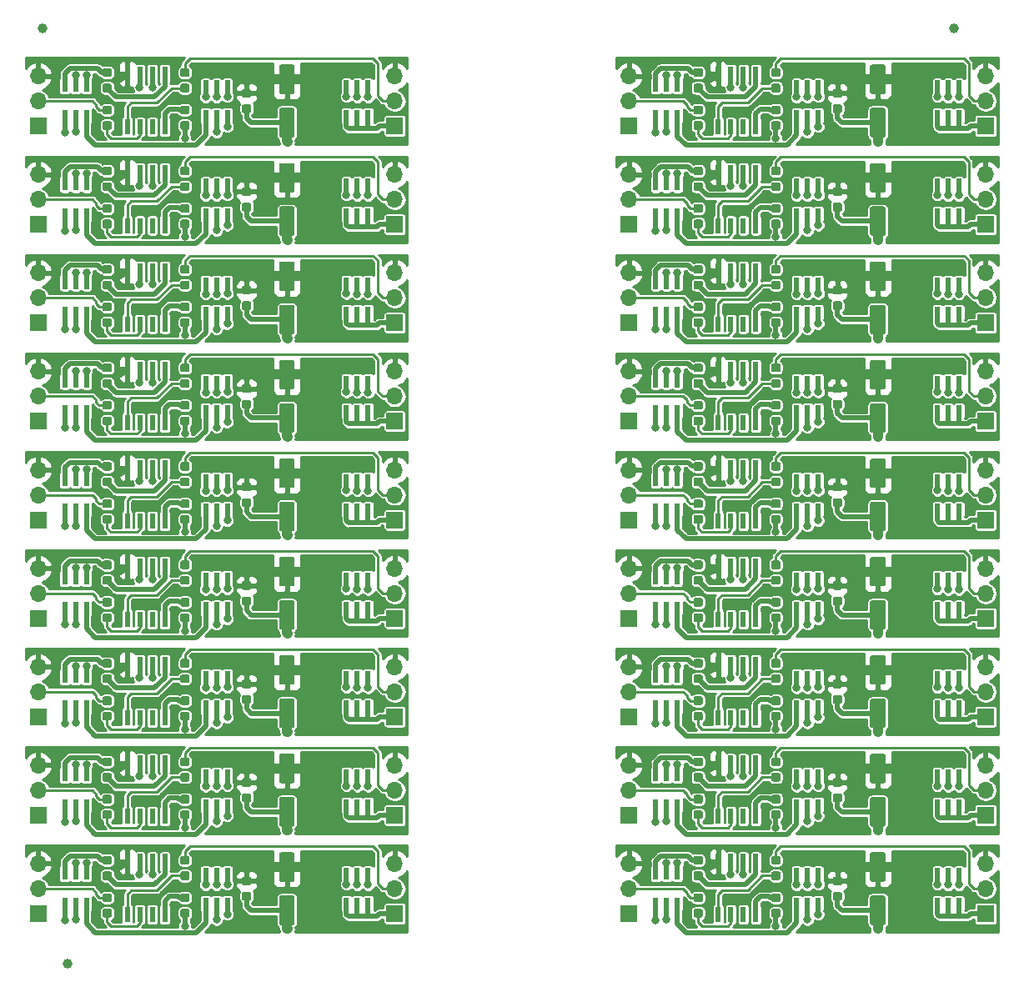
<source format=gbr>
G04 #@! TF.GenerationSoftware,KiCad,Pcbnew,(5.0.2)-1*
G04 #@! TF.CreationDate,2019-05-18T23:58:48-05:00*
G04 #@! TF.ProjectId,pixelote,70697865-6c6f-4746-952e-6b696361645f,rev?*
G04 #@! TF.SameCoordinates,Original*
G04 #@! TF.FileFunction,Copper,L1,Top*
G04 #@! TF.FilePolarity,Positive*
%FSLAX46Y46*%
G04 Gerber Fmt 4.6, Leading zero omitted, Abs format (unit mm)*
G04 Created by KiCad (PCBNEW (5.0.2)-1) date 5/18/2019 11:58:48 PM*
%MOMM*%
%LPD*%
G01*
G04 APERTURE LIST*
G04 #@! TA.AperFunction,Conductor*
%ADD10C,0.100000*%
G04 #@! TD*
G04 #@! TA.AperFunction,SMDPad,CuDef*
%ADD11C,0.875000*%
G04 #@! TD*
G04 #@! TA.AperFunction,ComponentPad*
%ADD12R,1.700000X1.700000*%
G04 #@! TD*
G04 #@! TA.AperFunction,ComponentPad*
%ADD13O,1.700000X1.700000*%
G04 #@! TD*
G04 #@! TA.AperFunction,SMDPad,CuDef*
%ADD14R,0.600000X1.550000*%
G04 #@! TD*
G04 #@! TA.AperFunction,SMDPad,CuDef*
%ADD15R,0.600000X1.200000*%
G04 #@! TD*
G04 #@! TA.AperFunction,SMDPad,CuDef*
%ADD16C,1.600000*%
G04 #@! TD*
G04 #@! TA.AperFunction,BGAPad,CuDef*
%ADD17C,1.000000*%
G04 #@! TD*
G04 #@! TA.AperFunction,ViaPad*
%ADD18C,0.800000*%
G04 #@! TD*
G04 #@! TA.AperFunction,Conductor*
%ADD19C,0.500000*%
G04 #@! TD*
G04 #@! TA.AperFunction,Conductor*
%ADD20C,1.000000*%
G04 #@! TD*
G04 #@! TA.AperFunction,Conductor*
%ADD21C,0.250000*%
G04 #@! TD*
G04 #@! TA.AperFunction,Conductor*
%ADD22C,0.254000*%
G04 #@! TD*
G04 APERTURE END LIST*
D10*
G04 #@! TO.N,Net-(D1-Pad1)*
G04 #@! TO.C,R4*
G36*
X159327691Y-131576053D02*
X159348926Y-131579203D01*
X159369750Y-131584419D01*
X159389962Y-131591651D01*
X159409368Y-131600830D01*
X159427781Y-131611866D01*
X159445024Y-131624654D01*
X159460930Y-131639070D01*
X159475346Y-131654976D01*
X159488134Y-131672219D01*
X159499170Y-131690632D01*
X159508349Y-131710038D01*
X159515581Y-131730250D01*
X159520797Y-131751074D01*
X159523947Y-131772309D01*
X159525000Y-131793750D01*
X159525000Y-132231250D01*
X159523947Y-132252691D01*
X159520797Y-132273926D01*
X159515581Y-132294750D01*
X159508349Y-132314962D01*
X159499170Y-132334368D01*
X159488134Y-132352781D01*
X159475346Y-132370024D01*
X159460930Y-132385930D01*
X159445024Y-132400346D01*
X159427781Y-132413134D01*
X159409368Y-132424170D01*
X159389962Y-132433349D01*
X159369750Y-132440581D01*
X159348926Y-132445797D01*
X159327691Y-132448947D01*
X159306250Y-132450000D01*
X158793750Y-132450000D01*
X158772309Y-132448947D01*
X158751074Y-132445797D01*
X158730250Y-132440581D01*
X158710038Y-132433349D01*
X158690632Y-132424170D01*
X158672219Y-132413134D01*
X158654976Y-132400346D01*
X158639070Y-132385930D01*
X158624654Y-132370024D01*
X158611866Y-132352781D01*
X158600830Y-132334368D01*
X158591651Y-132314962D01*
X158584419Y-132294750D01*
X158579203Y-132273926D01*
X158576053Y-132252691D01*
X158575000Y-132231250D01*
X158575000Y-131793750D01*
X158576053Y-131772309D01*
X158579203Y-131751074D01*
X158584419Y-131730250D01*
X158591651Y-131710038D01*
X158600830Y-131690632D01*
X158611866Y-131672219D01*
X158624654Y-131654976D01*
X158639070Y-131639070D01*
X158654976Y-131624654D01*
X158672219Y-131611866D01*
X158690632Y-131600830D01*
X158710038Y-131591651D01*
X158730250Y-131584419D01*
X158751074Y-131579203D01*
X158772309Y-131576053D01*
X158793750Y-131575000D01*
X159306250Y-131575000D01*
X159327691Y-131576053D01*
X159327691Y-131576053D01*
G37*
D11*
G04 #@! TD*
G04 #@! TO.P,R4,1*
G04 #@! TO.N,Net-(D1-Pad1)*
X159050000Y-132012500D03*
D10*
G04 #@! TO.N,Net-(R4-Pad2)*
G04 #@! TO.C,R4*
G36*
X159327691Y-133151053D02*
X159348926Y-133154203D01*
X159369750Y-133159419D01*
X159389962Y-133166651D01*
X159409368Y-133175830D01*
X159427781Y-133186866D01*
X159445024Y-133199654D01*
X159460930Y-133214070D01*
X159475346Y-133229976D01*
X159488134Y-133247219D01*
X159499170Y-133265632D01*
X159508349Y-133285038D01*
X159515581Y-133305250D01*
X159520797Y-133326074D01*
X159523947Y-133347309D01*
X159525000Y-133368750D01*
X159525000Y-133806250D01*
X159523947Y-133827691D01*
X159520797Y-133848926D01*
X159515581Y-133869750D01*
X159508349Y-133889962D01*
X159499170Y-133909368D01*
X159488134Y-133927781D01*
X159475346Y-133945024D01*
X159460930Y-133960930D01*
X159445024Y-133975346D01*
X159427781Y-133988134D01*
X159409368Y-133999170D01*
X159389962Y-134008349D01*
X159369750Y-134015581D01*
X159348926Y-134020797D01*
X159327691Y-134023947D01*
X159306250Y-134025000D01*
X158793750Y-134025000D01*
X158772309Y-134023947D01*
X158751074Y-134020797D01*
X158730250Y-134015581D01*
X158710038Y-134008349D01*
X158690632Y-133999170D01*
X158672219Y-133988134D01*
X158654976Y-133975346D01*
X158639070Y-133960930D01*
X158624654Y-133945024D01*
X158611866Y-133927781D01*
X158600830Y-133909368D01*
X158591651Y-133889962D01*
X158584419Y-133869750D01*
X158579203Y-133848926D01*
X158576053Y-133827691D01*
X158575000Y-133806250D01*
X158575000Y-133368750D01*
X158576053Y-133347309D01*
X158579203Y-133326074D01*
X158584419Y-133305250D01*
X158591651Y-133285038D01*
X158600830Y-133265632D01*
X158611866Y-133247219D01*
X158624654Y-133229976D01*
X158639070Y-133214070D01*
X158654976Y-133199654D01*
X158672219Y-133186866D01*
X158690632Y-133175830D01*
X158710038Y-133166651D01*
X158730250Y-133159419D01*
X158751074Y-133154203D01*
X158772309Y-133151053D01*
X158793750Y-133150000D01*
X159306250Y-133150000D01*
X159327691Y-133151053D01*
X159327691Y-133151053D01*
G37*
D11*
G04 #@! TD*
G04 #@! TO.P,R4,2*
G04 #@! TO.N,Net-(R4-Pad2)*
X159050000Y-133587500D03*
D10*
G04 #@! TO.N,Net-(D1-Pad1)*
G04 #@! TO.C,R4*
G36*
X99327691Y-131576053D02*
X99348926Y-131579203D01*
X99369750Y-131584419D01*
X99389962Y-131591651D01*
X99409368Y-131600830D01*
X99427781Y-131611866D01*
X99445024Y-131624654D01*
X99460930Y-131639070D01*
X99475346Y-131654976D01*
X99488134Y-131672219D01*
X99499170Y-131690632D01*
X99508349Y-131710038D01*
X99515581Y-131730250D01*
X99520797Y-131751074D01*
X99523947Y-131772309D01*
X99525000Y-131793750D01*
X99525000Y-132231250D01*
X99523947Y-132252691D01*
X99520797Y-132273926D01*
X99515581Y-132294750D01*
X99508349Y-132314962D01*
X99499170Y-132334368D01*
X99488134Y-132352781D01*
X99475346Y-132370024D01*
X99460930Y-132385930D01*
X99445024Y-132400346D01*
X99427781Y-132413134D01*
X99409368Y-132424170D01*
X99389962Y-132433349D01*
X99369750Y-132440581D01*
X99348926Y-132445797D01*
X99327691Y-132448947D01*
X99306250Y-132450000D01*
X98793750Y-132450000D01*
X98772309Y-132448947D01*
X98751074Y-132445797D01*
X98730250Y-132440581D01*
X98710038Y-132433349D01*
X98690632Y-132424170D01*
X98672219Y-132413134D01*
X98654976Y-132400346D01*
X98639070Y-132385930D01*
X98624654Y-132370024D01*
X98611866Y-132352781D01*
X98600830Y-132334368D01*
X98591651Y-132314962D01*
X98584419Y-132294750D01*
X98579203Y-132273926D01*
X98576053Y-132252691D01*
X98575000Y-132231250D01*
X98575000Y-131793750D01*
X98576053Y-131772309D01*
X98579203Y-131751074D01*
X98584419Y-131730250D01*
X98591651Y-131710038D01*
X98600830Y-131690632D01*
X98611866Y-131672219D01*
X98624654Y-131654976D01*
X98639070Y-131639070D01*
X98654976Y-131624654D01*
X98672219Y-131611866D01*
X98690632Y-131600830D01*
X98710038Y-131591651D01*
X98730250Y-131584419D01*
X98751074Y-131579203D01*
X98772309Y-131576053D01*
X98793750Y-131575000D01*
X99306250Y-131575000D01*
X99327691Y-131576053D01*
X99327691Y-131576053D01*
G37*
D11*
G04 #@! TD*
G04 #@! TO.P,R4,1*
G04 #@! TO.N,Net-(D1-Pad1)*
X99050000Y-132012500D03*
D10*
G04 #@! TO.N,Net-(R4-Pad2)*
G04 #@! TO.C,R4*
G36*
X99327691Y-133151053D02*
X99348926Y-133154203D01*
X99369750Y-133159419D01*
X99389962Y-133166651D01*
X99409368Y-133175830D01*
X99427781Y-133186866D01*
X99445024Y-133199654D01*
X99460930Y-133214070D01*
X99475346Y-133229976D01*
X99488134Y-133247219D01*
X99499170Y-133265632D01*
X99508349Y-133285038D01*
X99515581Y-133305250D01*
X99520797Y-133326074D01*
X99523947Y-133347309D01*
X99525000Y-133368750D01*
X99525000Y-133806250D01*
X99523947Y-133827691D01*
X99520797Y-133848926D01*
X99515581Y-133869750D01*
X99508349Y-133889962D01*
X99499170Y-133909368D01*
X99488134Y-133927781D01*
X99475346Y-133945024D01*
X99460930Y-133960930D01*
X99445024Y-133975346D01*
X99427781Y-133988134D01*
X99409368Y-133999170D01*
X99389962Y-134008349D01*
X99369750Y-134015581D01*
X99348926Y-134020797D01*
X99327691Y-134023947D01*
X99306250Y-134025000D01*
X98793750Y-134025000D01*
X98772309Y-134023947D01*
X98751074Y-134020797D01*
X98730250Y-134015581D01*
X98710038Y-134008349D01*
X98690632Y-133999170D01*
X98672219Y-133988134D01*
X98654976Y-133975346D01*
X98639070Y-133960930D01*
X98624654Y-133945024D01*
X98611866Y-133927781D01*
X98600830Y-133909368D01*
X98591651Y-133889962D01*
X98584419Y-133869750D01*
X98579203Y-133848926D01*
X98576053Y-133827691D01*
X98575000Y-133806250D01*
X98575000Y-133368750D01*
X98576053Y-133347309D01*
X98579203Y-133326074D01*
X98584419Y-133305250D01*
X98591651Y-133285038D01*
X98600830Y-133265632D01*
X98611866Y-133247219D01*
X98624654Y-133229976D01*
X98639070Y-133214070D01*
X98654976Y-133199654D01*
X98672219Y-133186866D01*
X98690632Y-133175830D01*
X98710038Y-133166651D01*
X98730250Y-133159419D01*
X98751074Y-133154203D01*
X98772309Y-133151053D01*
X98793750Y-133150000D01*
X99306250Y-133150000D01*
X99327691Y-133151053D01*
X99327691Y-133151053D01*
G37*
D11*
G04 #@! TD*
G04 #@! TO.P,R4,2*
G04 #@! TO.N,Net-(R4-Pad2)*
X99050000Y-133587500D03*
D10*
G04 #@! TO.N,Net-(D1-Pad1)*
G04 #@! TO.C,R4*
G36*
X159327691Y-121576053D02*
X159348926Y-121579203D01*
X159369750Y-121584419D01*
X159389962Y-121591651D01*
X159409368Y-121600830D01*
X159427781Y-121611866D01*
X159445024Y-121624654D01*
X159460930Y-121639070D01*
X159475346Y-121654976D01*
X159488134Y-121672219D01*
X159499170Y-121690632D01*
X159508349Y-121710038D01*
X159515581Y-121730250D01*
X159520797Y-121751074D01*
X159523947Y-121772309D01*
X159525000Y-121793750D01*
X159525000Y-122231250D01*
X159523947Y-122252691D01*
X159520797Y-122273926D01*
X159515581Y-122294750D01*
X159508349Y-122314962D01*
X159499170Y-122334368D01*
X159488134Y-122352781D01*
X159475346Y-122370024D01*
X159460930Y-122385930D01*
X159445024Y-122400346D01*
X159427781Y-122413134D01*
X159409368Y-122424170D01*
X159389962Y-122433349D01*
X159369750Y-122440581D01*
X159348926Y-122445797D01*
X159327691Y-122448947D01*
X159306250Y-122450000D01*
X158793750Y-122450000D01*
X158772309Y-122448947D01*
X158751074Y-122445797D01*
X158730250Y-122440581D01*
X158710038Y-122433349D01*
X158690632Y-122424170D01*
X158672219Y-122413134D01*
X158654976Y-122400346D01*
X158639070Y-122385930D01*
X158624654Y-122370024D01*
X158611866Y-122352781D01*
X158600830Y-122334368D01*
X158591651Y-122314962D01*
X158584419Y-122294750D01*
X158579203Y-122273926D01*
X158576053Y-122252691D01*
X158575000Y-122231250D01*
X158575000Y-121793750D01*
X158576053Y-121772309D01*
X158579203Y-121751074D01*
X158584419Y-121730250D01*
X158591651Y-121710038D01*
X158600830Y-121690632D01*
X158611866Y-121672219D01*
X158624654Y-121654976D01*
X158639070Y-121639070D01*
X158654976Y-121624654D01*
X158672219Y-121611866D01*
X158690632Y-121600830D01*
X158710038Y-121591651D01*
X158730250Y-121584419D01*
X158751074Y-121579203D01*
X158772309Y-121576053D01*
X158793750Y-121575000D01*
X159306250Y-121575000D01*
X159327691Y-121576053D01*
X159327691Y-121576053D01*
G37*
D11*
G04 #@! TD*
G04 #@! TO.P,R4,1*
G04 #@! TO.N,Net-(D1-Pad1)*
X159050000Y-122012500D03*
D10*
G04 #@! TO.N,Net-(R4-Pad2)*
G04 #@! TO.C,R4*
G36*
X159327691Y-123151053D02*
X159348926Y-123154203D01*
X159369750Y-123159419D01*
X159389962Y-123166651D01*
X159409368Y-123175830D01*
X159427781Y-123186866D01*
X159445024Y-123199654D01*
X159460930Y-123214070D01*
X159475346Y-123229976D01*
X159488134Y-123247219D01*
X159499170Y-123265632D01*
X159508349Y-123285038D01*
X159515581Y-123305250D01*
X159520797Y-123326074D01*
X159523947Y-123347309D01*
X159525000Y-123368750D01*
X159525000Y-123806250D01*
X159523947Y-123827691D01*
X159520797Y-123848926D01*
X159515581Y-123869750D01*
X159508349Y-123889962D01*
X159499170Y-123909368D01*
X159488134Y-123927781D01*
X159475346Y-123945024D01*
X159460930Y-123960930D01*
X159445024Y-123975346D01*
X159427781Y-123988134D01*
X159409368Y-123999170D01*
X159389962Y-124008349D01*
X159369750Y-124015581D01*
X159348926Y-124020797D01*
X159327691Y-124023947D01*
X159306250Y-124025000D01*
X158793750Y-124025000D01*
X158772309Y-124023947D01*
X158751074Y-124020797D01*
X158730250Y-124015581D01*
X158710038Y-124008349D01*
X158690632Y-123999170D01*
X158672219Y-123988134D01*
X158654976Y-123975346D01*
X158639070Y-123960930D01*
X158624654Y-123945024D01*
X158611866Y-123927781D01*
X158600830Y-123909368D01*
X158591651Y-123889962D01*
X158584419Y-123869750D01*
X158579203Y-123848926D01*
X158576053Y-123827691D01*
X158575000Y-123806250D01*
X158575000Y-123368750D01*
X158576053Y-123347309D01*
X158579203Y-123326074D01*
X158584419Y-123305250D01*
X158591651Y-123285038D01*
X158600830Y-123265632D01*
X158611866Y-123247219D01*
X158624654Y-123229976D01*
X158639070Y-123214070D01*
X158654976Y-123199654D01*
X158672219Y-123186866D01*
X158690632Y-123175830D01*
X158710038Y-123166651D01*
X158730250Y-123159419D01*
X158751074Y-123154203D01*
X158772309Y-123151053D01*
X158793750Y-123150000D01*
X159306250Y-123150000D01*
X159327691Y-123151053D01*
X159327691Y-123151053D01*
G37*
D11*
G04 #@! TD*
G04 #@! TO.P,R4,2*
G04 #@! TO.N,Net-(R4-Pad2)*
X159050000Y-123587500D03*
D10*
G04 #@! TO.N,Net-(D1-Pad1)*
G04 #@! TO.C,R4*
G36*
X99327691Y-121576053D02*
X99348926Y-121579203D01*
X99369750Y-121584419D01*
X99389962Y-121591651D01*
X99409368Y-121600830D01*
X99427781Y-121611866D01*
X99445024Y-121624654D01*
X99460930Y-121639070D01*
X99475346Y-121654976D01*
X99488134Y-121672219D01*
X99499170Y-121690632D01*
X99508349Y-121710038D01*
X99515581Y-121730250D01*
X99520797Y-121751074D01*
X99523947Y-121772309D01*
X99525000Y-121793750D01*
X99525000Y-122231250D01*
X99523947Y-122252691D01*
X99520797Y-122273926D01*
X99515581Y-122294750D01*
X99508349Y-122314962D01*
X99499170Y-122334368D01*
X99488134Y-122352781D01*
X99475346Y-122370024D01*
X99460930Y-122385930D01*
X99445024Y-122400346D01*
X99427781Y-122413134D01*
X99409368Y-122424170D01*
X99389962Y-122433349D01*
X99369750Y-122440581D01*
X99348926Y-122445797D01*
X99327691Y-122448947D01*
X99306250Y-122450000D01*
X98793750Y-122450000D01*
X98772309Y-122448947D01*
X98751074Y-122445797D01*
X98730250Y-122440581D01*
X98710038Y-122433349D01*
X98690632Y-122424170D01*
X98672219Y-122413134D01*
X98654976Y-122400346D01*
X98639070Y-122385930D01*
X98624654Y-122370024D01*
X98611866Y-122352781D01*
X98600830Y-122334368D01*
X98591651Y-122314962D01*
X98584419Y-122294750D01*
X98579203Y-122273926D01*
X98576053Y-122252691D01*
X98575000Y-122231250D01*
X98575000Y-121793750D01*
X98576053Y-121772309D01*
X98579203Y-121751074D01*
X98584419Y-121730250D01*
X98591651Y-121710038D01*
X98600830Y-121690632D01*
X98611866Y-121672219D01*
X98624654Y-121654976D01*
X98639070Y-121639070D01*
X98654976Y-121624654D01*
X98672219Y-121611866D01*
X98690632Y-121600830D01*
X98710038Y-121591651D01*
X98730250Y-121584419D01*
X98751074Y-121579203D01*
X98772309Y-121576053D01*
X98793750Y-121575000D01*
X99306250Y-121575000D01*
X99327691Y-121576053D01*
X99327691Y-121576053D01*
G37*
D11*
G04 #@! TD*
G04 #@! TO.P,R4,1*
G04 #@! TO.N,Net-(D1-Pad1)*
X99050000Y-122012500D03*
D10*
G04 #@! TO.N,Net-(R4-Pad2)*
G04 #@! TO.C,R4*
G36*
X99327691Y-123151053D02*
X99348926Y-123154203D01*
X99369750Y-123159419D01*
X99389962Y-123166651D01*
X99409368Y-123175830D01*
X99427781Y-123186866D01*
X99445024Y-123199654D01*
X99460930Y-123214070D01*
X99475346Y-123229976D01*
X99488134Y-123247219D01*
X99499170Y-123265632D01*
X99508349Y-123285038D01*
X99515581Y-123305250D01*
X99520797Y-123326074D01*
X99523947Y-123347309D01*
X99525000Y-123368750D01*
X99525000Y-123806250D01*
X99523947Y-123827691D01*
X99520797Y-123848926D01*
X99515581Y-123869750D01*
X99508349Y-123889962D01*
X99499170Y-123909368D01*
X99488134Y-123927781D01*
X99475346Y-123945024D01*
X99460930Y-123960930D01*
X99445024Y-123975346D01*
X99427781Y-123988134D01*
X99409368Y-123999170D01*
X99389962Y-124008349D01*
X99369750Y-124015581D01*
X99348926Y-124020797D01*
X99327691Y-124023947D01*
X99306250Y-124025000D01*
X98793750Y-124025000D01*
X98772309Y-124023947D01*
X98751074Y-124020797D01*
X98730250Y-124015581D01*
X98710038Y-124008349D01*
X98690632Y-123999170D01*
X98672219Y-123988134D01*
X98654976Y-123975346D01*
X98639070Y-123960930D01*
X98624654Y-123945024D01*
X98611866Y-123927781D01*
X98600830Y-123909368D01*
X98591651Y-123889962D01*
X98584419Y-123869750D01*
X98579203Y-123848926D01*
X98576053Y-123827691D01*
X98575000Y-123806250D01*
X98575000Y-123368750D01*
X98576053Y-123347309D01*
X98579203Y-123326074D01*
X98584419Y-123305250D01*
X98591651Y-123285038D01*
X98600830Y-123265632D01*
X98611866Y-123247219D01*
X98624654Y-123229976D01*
X98639070Y-123214070D01*
X98654976Y-123199654D01*
X98672219Y-123186866D01*
X98690632Y-123175830D01*
X98710038Y-123166651D01*
X98730250Y-123159419D01*
X98751074Y-123154203D01*
X98772309Y-123151053D01*
X98793750Y-123150000D01*
X99306250Y-123150000D01*
X99327691Y-123151053D01*
X99327691Y-123151053D01*
G37*
D11*
G04 #@! TD*
G04 #@! TO.P,R4,2*
G04 #@! TO.N,Net-(R4-Pad2)*
X99050000Y-123587500D03*
D10*
G04 #@! TO.N,Net-(D1-Pad1)*
G04 #@! TO.C,R4*
G36*
X159327691Y-111576053D02*
X159348926Y-111579203D01*
X159369750Y-111584419D01*
X159389962Y-111591651D01*
X159409368Y-111600830D01*
X159427781Y-111611866D01*
X159445024Y-111624654D01*
X159460930Y-111639070D01*
X159475346Y-111654976D01*
X159488134Y-111672219D01*
X159499170Y-111690632D01*
X159508349Y-111710038D01*
X159515581Y-111730250D01*
X159520797Y-111751074D01*
X159523947Y-111772309D01*
X159525000Y-111793750D01*
X159525000Y-112231250D01*
X159523947Y-112252691D01*
X159520797Y-112273926D01*
X159515581Y-112294750D01*
X159508349Y-112314962D01*
X159499170Y-112334368D01*
X159488134Y-112352781D01*
X159475346Y-112370024D01*
X159460930Y-112385930D01*
X159445024Y-112400346D01*
X159427781Y-112413134D01*
X159409368Y-112424170D01*
X159389962Y-112433349D01*
X159369750Y-112440581D01*
X159348926Y-112445797D01*
X159327691Y-112448947D01*
X159306250Y-112450000D01*
X158793750Y-112450000D01*
X158772309Y-112448947D01*
X158751074Y-112445797D01*
X158730250Y-112440581D01*
X158710038Y-112433349D01*
X158690632Y-112424170D01*
X158672219Y-112413134D01*
X158654976Y-112400346D01*
X158639070Y-112385930D01*
X158624654Y-112370024D01*
X158611866Y-112352781D01*
X158600830Y-112334368D01*
X158591651Y-112314962D01*
X158584419Y-112294750D01*
X158579203Y-112273926D01*
X158576053Y-112252691D01*
X158575000Y-112231250D01*
X158575000Y-111793750D01*
X158576053Y-111772309D01*
X158579203Y-111751074D01*
X158584419Y-111730250D01*
X158591651Y-111710038D01*
X158600830Y-111690632D01*
X158611866Y-111672219D01*
X158624654Y-111654976D01*
X158639070Y-111639070D01*
X158654976Y-111624654D01*
X158672219Y-111611866D01*
X158690632Y-111600830D01*
X158710038Y-111591651D01*
X158730250Y-111584419D01*
X158751074Y-111579203D01*
X158772309Y-111576053D01*
X158793750Y-111575000D01*
X159306250Y-111575000D01*
X159327691Y-111576053D01*
X159327691Y-111576053D01*
G37*
D11*
G04 #@! TD*
G04 #@! TO.P,R4,1*
G04 #@! TO.N,Net-(D1-Pad1)*
X159050000Y-112012500D03*
D10*
G04 #@! TO.N,Net-(R4-Pad2)*
G04 #@! TO.C,R4*
G36*
X159327691Y-113151053D02*
X159348926Y-113154203D01*
X159369750Y-113159419D01*
X159389962Y-113166651D01*
X159409368Y-113175830D01*
X159427781Y-113186866D01*
X159445024Y-113199654D01*
X159460930Y-113214070D01*
X159475346Y-113229976D01*
X159488134Y-113247219D01*
X159499170Y-113265632D01*
X159508349Y-113285038D01*
X159515581Y-113305250D01*
X159520797Y-113326074D01*
X159523947Y-113347309D01*
X159525000Y-113368750D01*
X159525000Y-113806250D01*
X159523947Y-113827691D01*
X159520797Y-113848926D01*
X159515581Y-113869750D01*
X159508349Y-113889962D01*
X159499170Y-113909368D01*
X159488134Y-113927781D01*
X159475346Y-113945024D01*
X159460930Y-113960930D01*
X159445024Y-113975346D01*
X159427781Y-113988134D01*
X159409368Y-113999170D01*
X159389962Y-114008349D01*
X159369750Y-114015581D01*
X159348926Y-114020797D01*
X159327691Y-114023947D01*
X159306250Y-114025000D01*
X158793750Y-114025000D01*
X158772309Y-114023947D01*
X158751074Y-114020797D01*
X158730250Y-114015581D01*
X158710038Y-114008349D01*
X158690632Y-113999170D01*
X158672219Y-113988134D01*
X158654976Y-113975346D01*
X158639070Y-113960930D01*
X158624654Y-113945024D01*
X158611866Y-113927781D01*
X158600830Y-113909368D01*
X158591651Y-113889962D01*
X158584419Y-113869750D01*
X158579203Y-113848926D01*
X158576053Y-113827691D01*
X158575000Y-113806250D01*
X158575000Y-113368750D01*
X158576053Y-113347309D01*
X158579203Y-113326074D01*
X158584419Y-113305250D01*
X158591651Y-113285038D01*
X158600830Y-113265632D01*
X158611866Y-113247219D01*
X158624654Y-113229976D01*
X158639070Y-113214070D01*
X158654976Y-113199654D01*
X158672219Y-113186866D01*
X158690632Y-113175830D01*
X158710038Y-113166651D01*
X158730250Y-113159419D01*
X158751074Y-113154203D01*
X158772309Y-113151053D01*
X158793750Y-113150000D01*
X159306250Y-113150000D01*
X159327691Y-113151053D01*
X159327691Y-113151053D01*
G37*
D11*
G04 #@! TD*
G04 #@! TO.P,R4,2*
G04 #@! TO.N,Net-(R4-Pad2)*
X159050000Y-113587500D03*
D10*
G04 #@! TO.N,Net-(D1-Pad1)*
G04 #@! TO.C,R4*
G36*
X99327691Y-111576053D02*
X99348926Y-111579203D01*
X99369750Y-111584419D01*
X99389962Y-111591651D01*
X99409368Y-111600830D01*
X99427781Y-111611866D01*
X99445024Y-111624654D01*
X99460930Y-111639070D01*
X99475346Y-111654976D01*
X99488134Y-111672219D01*
X99499170Y-111690632D01*
X99508349Y-111710038D01*
X99515581Y-111730250D01*
X99520797Y-111751074D01*
X99523947Y-111772309D01*
X99525000Y-111793750D01*
X99525000Y-112231250D01*
X99523947Y-112252691D01*
X99520797Y-112273926D01*
X99515581Y-112294750D01*
X99508349Y-112314962D01*
X99499170Y-112334368D01*
X99488134Y-112352781D01*
X99475346Y-112370024D01*
X99460930Y-112385930D01*
X99445024Y-112400346D01*
X99427781Y-112413134D01*
X99409368Y-112424170D01*
X99389962Y-112433349D01*
X99369750Y-112440581D01*
X99348926Y-112445797D01*
X99327691Y-112448947D01*
X99306250Y-112450000D01*
X98793750Y-112450000D01*
X98772309Y-112448947D01*
X98751074Y-112445797D01*
X98730250Y-112440581D01*
X98710038Y-112433349D01*
X98690632Y-112424170D01*
X98672219Y-112413134D01*
X98654976Y-112400346D01*
X98639070Y-112385930D01*
X98624654Y-112370024D01*
X98611866Y-112352781D01*
X98600830Y-112334368D01*
X98591651Y-112314962D01*
X98584419Y-112294750D01*
X98579203Y-112273926D01*
X98576053Y-112252691D01*
X98575000Y-112231250D01*
X98575000Y-111793750D01*
X98576053Y-111772309D01*
X98579203Y-111751074D01*
X98584419Y-111730250D01*
X98591651Y-111710038D01*
X98600830Y-111690632D01*
X98611866Y-111672219D01*
X98624654Y-111654976D01*
X98639070Y-111639070D01*
X98654976Y-111624654D01*
X98672219Y-111611866D01*
X98690632Y-111600830D01*
X98710038Y-111591651D01*
X98730250Y-111584419D01*
X98751074Y-111579203D01*
X98772309Y-111576053D01*
X98793750Y-111575000D01*
X99306250Y-111575000D01*
X99327691Y-111576053D01*
X99327691Y-111576053D01*
G37*
D11*
G04 #@! TD*
G04 #@! TO.P,R4,1*
G04 #@! TO.N,Net-(D1-Pad1)*
X99050000Y-112012500D03*
D10*
G04 #@! TO.N,Net-(R4-Pad2)*
G04 #@! TO.C,R4*
G36*
X99327691Y-113151053D02*
X99348926Y-113154203D01*
X99369750Y-113159419D01*
X99389962Y-113166651D01*
X99409368Y-113175830D01*
X99427781Y-113186866D01*
X99445024Y-113199654D01*
X99460930Y-113214070D01*
X99475346Y-113229976D01*
X99488134Y-113247219D01*
X99499170Y-113265632D01*
X99508349Y-113285038D01*
X99515581Y-113305250D01*
X99520797Y-113326074D01*
X99523947Y-113347309D01*
X99525000Y-113368750D01*
X99525000Y-113806250D01*
X99523947Y-113827691D01*
X99520797Y-113848926D01*
X99515581Y-113869750D01*
X99508349Y-113889962D01*
X99499170Y-113909368D01*
X99488134Y-113927781D01*
X99475346Y-113945024D01*
X99460930Y-113960930D01*
X99445024Y-113975346D01*
X99427781Y-113988134D01*
X99409368Y-113999170D01*
X99389962Y-114008349D01*
X99369750Y-114015581D01*
X99348926Y-114020797D01*
X99327691Y-114023947D01*
X99306250Y-114025000D01*
X98793750Y-114025000D01*
X98772309Y-114023947D01*
X98751074Y-114020797D01*
X98730250Y-114015581D01*
X98710038Y-114008349D01*
X98690632Y-113999170D01*
X98672219Y-113988134D01*
X98654976Y-113975346D01*
X98639070Y-113960930D01*
X98624654Y-113945024D01*
X98611866Y-113927781D01*
X98600830Y-113909368D01*
X98591651Y-113889962D01*
X98584419Y-113869750D01*
X98579203Y-113848926D01*
X98576053Y-113827691D01*
X98575000Y-113806250D01*
X98575000Y-113368750D01*
X98576053Y-113347309D01*
X98579203Y-113326074D01*
X98584419Y-113305250D01*
X98591651Y-113285038D01*
X98600830Y-113265632D01*
X98611866Y-113247219D01*
X98624654Y-113229976D01*
X98639070Y-113214070D01*
X98654976Y-113199654D01*
X98672219Y-113186866D01*
X98690632Y-113175830D01*
X98710038Y-113166651D01*
X98730250Y-113159419D01*
X98751074Y-113154203D01*
X98772309Y-113151053D01*
X98793750Y-113150000D01*
X99306250Y-113150000D01*
X99327691Y-113151053D01*
X99327691Y-113151053D01*
G37*
D11*
G04 #@! TD*
G04 #@! TO.P,R4,2*
G04 #@! TO.N,Net-(R4-Pad2)*
X99050000Y-113587500D03*
D10*
G04 #@! TO.N,Net-(D1-Pad1)*
G04 #@! TO.C,R4*
G36*
X159327691Y-101576053D02*
X159348926Y-101579203D01*
X159369750Y-101584419D01*
X159389962Y-101591651D01*
X159409368Y-101600830D01*
X159427781Y-101611866D01*
X159445024Y-101624654D01*
X159460930Y-101639070D01*
X159475346Y-101654976D01*
X159488134Y-101672219D01*
X159499170Y-101690632D01*
X159508349Y-101710038D01*
X159515581Y-101730250D01*
X159520797Y-101751074D01*
X159523947Y-101772309D01*
X159525000Y-101793750D01*
X159525000Y-102231250D01*
X159523947Y-102252691D01*
X159520797Y-102273926D01*
X159515581Y-102294750D01*
X159508349Y-102314962D01*
X159499170Y-102334368D01*
X159488134Y-102352781D01*
X159475346Y-102370024D01*
X159460930Y-102385930D01*
X159445024Y-102400346D01*
X159427781Y-102413134D01*
X159409368Y-102424170D01*
X159389962Y-102433349D01*
X159369750Y-102440581D01*
X159348926Y-102445797D01*
X159327691Y-102448947D01*
X159306250Y-102450000D01*
X158793750Y-102450000D01*
X158772309Y-102448947D01*
X158751074Y-102445797D01*
X158730250Y-102440581D01*
X158710038Y-102433349D01*
X158690632Y-102424170D01*
X158672219Y-102413134D01*
X158654976Y-102400346D01*
X158639070Y-102385930D01*
X158624654Y-102370024D01*
X158611866Y-102352781D01*
X158600830Y-102334368D01*
X158591651Y-102314962D01*
X158584419Y-102294750D01*
X158579203Y-102273926D01*
X158576053Y-102252691D01*
X158575000Y-102231250D01*
X158575000Y-101793750D01*
X158576053Y-101772309D01*
X158579203Y-101751074D01*
X158584419Y-101730250D01*
X158591651Y-101710038D01*
X158600830Y-101690632D01*
X158611866Y-101672219D01*
X158624654Y-101654976D01*
X158639070Y-101639070D01*
X158654976Y-101624654D01*
X158672219Y-101611866D01*
X158690632Y-101600830D01*
X158710038Y-101591651D01*
X158730250Y-101584419D01*
X158751074Y-101579203D01*
X158772309Y-101576053D01*
X158793750Y-101575000D01*
X159306250Y-101575000D01*
X159327691Y-101576053D01*
X159327691Y-101576053D01*
G37*
D11*
G04 #@! TD*
G04 #@! TO.P,R4,1*
G04 #@! TO.N,Net-(D1-Pad1)*
X159050000Y-102012500D03*
D10*
G04 #@! TO.N,Net-(R4-Pad2)*
G04 #@! TO.C,R4*
G36*
X159327691Y-103151053D02*
X159348926Y-103154203D01*
X159369750Y-103159419D01*
X159389962Y-103166651D01*
X159409368Y-103175830D01*
X159427781Y-103186866D01*
X159445024Y-103199654D01*
X159460930Y-103214070D01*
X159475346Y-103229976D01*
X159488134Y-103247219D01*
X159499170Y-103265632D01*
X159508349Y-103285038D01*
X159515581Y-103305250D01*
X159520797Y-103326074D01*
X159523947Y-103347309D01*
X159525000Y-103368750D01*
X159525000Y-103806250D01*
X159523947Y-103827691D01*
X159520797Y-103848926D01*
X159515581Y-103869750D01*
X159508349Y-103889962D01*
X159499170Y-103909368D01*
X159488134Y-103927781D01*
X159475346Y-103945024D01*
X159460930Y-103960930D01*
X159445024Y-103975346D01*
X159427781Y-103988134D01*
X159409368Y-103999170D01*
X159389962Y-104008349D01*
X159369750Y-104015581D01*
X159348926Y-104020797D01*
X159327691Y-104023947D01*
X159306250Y-104025000D01*
X158793750Y-104025000D01*
X158772309Y-104023947D01*
X158751074Y-104020797D01*
X158730250Y-104015581D01*
X158710038Y-104008349D01*
X158690632Y-103999170D01*
X158672219Y-103988134D01*
X158654976Y-103975346D01*
X158639070Y-103960930D01*
X158624654Y-103945024D01*
X158611866Y-103927781D01*
X158600830Y-103909368D01*
X158591651Y-103889962D01*
X158584419Y-103869750D01*
X158579203Y-103848926D01*
X158576053Y-103827691D01*
X158575000Y-103806250D01*
X158575000Y-103368750D01*
X158576053Y-103347309D01*
X158579203Y-103326074D01*
X158584419Y-103305250D01*
X158591651Y-103285038D01*
X158600830Y-103265632D01*
X158611866Y-103247219D01*
X158624654Y-103229976D01*
X158639070Y-103214070D01*
X158654976Y-103199654D01*
X158672219Y-103186866D01*
X158690632Y-103175830D01*
X158710038Y-103166651D01*
X158730250Y-103159419D01*
X158751074Y-103154203D01*
X158772309Y-103151053D01*
X158793750Y-103150000D01*
X159306250Y-103150000D01*
X159327691Y-103151053D01*
X159327691Y-103151053D01*
G37*
D11*
G04 #@! TD*
G04 #@! TO.P,R4,2*
G04 #@! TO.N,Net-(R4-Pad2)*
X159050000Y-103587500D03*
D10*
G04 #@! TO.N,Net-(D1-Pad1)*
G04 #@! TO.C,R4*
G36*
X99327691Y-101576053D02*
X99348926Y-101579203D01*
X99369750Y-101584419D01*
X99389962Y-101591651D01*
X99409368Y-101600830D01*
X99427781Y-101611866D01*
X99445024Y-101624654D01*
X99460930Y-101639070D01*
X99475346Y-101654976D01*
X99488134Y-101672219D01*
X99499170Y-101690632D01*
X99508349Y-101710038D01*
X99515581Y-101730250D01*
X99520797Y-101751074D01*
X99523947Y-101772309D01*
X99525000Y-101793750D01*
X99525000Y-102231250D01*
X99523947Y-102252691D01*
X99520797Y-102273926D01*
X99515581Y-102294750D01*
X99508349Y-102314962D01*
X99499170Y-102334368D01*
X99488134Y-102352781D01*
X99475346Y-102370024D01*
X99460930Y-102385930D01*
X99445024Y-102400346D01*
X99427781Y-102413134D01*
X99409368Y-102424170D01*
X99389962Y-102433349D01*
X99369750Y-102440581D01*
X99348926Y-102445797D01*
X99327691Y-102448947D01*
X99306250Y-102450000D01*
X98793750Y-102450000D01*
X98772309Y-102448947D01*
X98751074Y-102445797D01*
X98730250Y-102440581D01*
X98710038Y-102433349D01*
X98690632Y-102424170D01*
X98672219Y-102413134D01*
X98654976Y-102400346D01*
X98639070Y-102385930D01*
X98624654Y-102370024D01*
X98611866Y-102352781D01*
X98600830Y-102334368D01*
X98591651Y-102314962D01*
X98584419Y-102294750D01*
X98579203Y-102273926D01*
X98576053Y-102252691D01*
X98575000Y-102231250D01*
X98575000Y-101793750D01*
X98576053Y-101772309D01*
X98579203Y-101751074D01*
X98584419Y-101730250D01*
X98591651Y-101710038D01*
X98600830Y-101690632D01*
X98611866Y-101672219D01*
X98624654Y-101654976D01*
X98639070Y-101639070D01*
X98654976Y-101624654D01*
X98672219Y-101611866D01*
X98690632Y-101600830D01*
X98710038Y-101591651D01*
X98730250Y-101584419D01*
X98751074Y-101579203D01*
X98772309Y-101576053D01*
X98793750Y-101575000D01*
X99306250Y-101575000D01*
X99327691Y-101576053D01*
X99327691Y-101576053D01*
G37*
D11*
G04 #@! TD*
G04 #@! TO.P,R4,1*
G04 #@! TO.N,Net-(D1-Pad1)*
X99050000Y-102012500D03*
D10*
G04 #@! TO.N,Net-(R4-Pad2)*
G04 #@! TO.C,R4*
G36*
X99327691Y-103151053D02*
X99348926Y-103154203D01*
X99369750Y-103159419D01*
X99389962Y-103166651D01*
X99409368Y-103175830D01*
X99427781Y-103186866D01*
X99445024Y-103199654D01*
X99460930Y-103214070D01*
X99475346Y-103229976D01*
X99488134Y-103247219D01*
X99499170Y-103265632D01*
X99508349Y-103285038D01*
X99515581Y-103305250D01*
X99520797Y-103326074D01*
X99523947Y-103347309D01*
X99525000Y-103368750D01*
X99525000Y-103806250D01*
X99523947Y-103827691D01*
X99520797Y-103848926D01*
X99515581Y-103869750D01*
X99508349Y-103889962D01*
X99499170Y-103909368D01*
X99488134Y-103927781D01*
X99475346Y-103945024D01*
X99460930Y-103960930D01*
X99445024Y-103975346D01*
X99427781Y-103988134D01*
X99409368Y-103999170D01*
X99389962Y-104008349D01*
X99369750Y-104015581D01*
X99348926Y-104020797D01*
X99327691Y-104023947D01*
X99306250Y-104025000D01*
X98793750Y-104025000D01*
X98772309Y-104023947D01*
X98751074Y-104020797D01*
X98730250Y-104015581D01*
X98710038Y-104008349D01*
X98690632Y-103999170D01*
X98672219Y-103988134D01*
X98654976Y-103975346D01*
X98639070Y-103960930D01*
X98624654Y-103945024D01*
X98611866Y-103927781D01*
X98600830Y-103909368D01*
X98591651Y-103889962D01*
X98584419Y-103869750D01*
X98579203Y-103848926D01*
X98576053Y-103827691D01*
X98575000Y-103806250D01*
X98575000Y-103368750D01*
X98576053Y-103347309D01*
X98579203Y-103326074D01*
X98584419Y-103305250D01*
X98591651Y-103285038D01*
X98600830Y-103265632D01*
X98611866Y-103247219D01*
X98624654Y-103229976D01*
X98639070Y-103214070D01*
X98654976Y-103199654D01*
X98672219Y-103186866D01*
X98690632Y-103175830D01*
X98710038Y-103166651D01*
X98730250Y-103159419D01*
X98751074Y-103154203D01*
X98772309Y-103151053D01*
X98793750Y-103150000D01*
X99306250Y-103150000D01*
X99327691Y-103151053D01*
X99327691Y-103151053D01*
G37*
D11*
G04 #@! TD*
G04 #@! TO.P,R4,2*
G04 #@! TO.N,Net-(R4-Pad2)*
X99050000Y-103587500D03*
D10*
G04 #@! TO.N,Net-(D1-Pad1)*
G04 #@! TO.C,R4*
G36*
X159327691Y-91576053D02*
X159348926Y-91579203D01*
X159369750Y-91584419D01*
X159389962Y-91591651D01*
X159409368Y-91600830D01*
X159427781Y-91611866D01*
X159445024Y-91624654D01*
X159460930Y-91639070D01*
X159475346Y-91654976D01*
X159488134Y-91672219D01*
X159499170Y-91690632D01*
X159508349Y-91710038D01*
X159515581Y-91730250D01*
X159520797Y-91751074D01*
X159523947Y-91772309D01*
X159525000Y-91793750D01*
X159525000Y-92231250D01*
X159523947Y-92252691D01*
X159520797Y-92273926D01*
X159515581Y-92294750D01*
X159508349Y-92314962D01*
X159499170Y-92334368D01*
X159488134Y-92352781D01*
X159475346Y-92370024D01*
X159460930Y-92385930D01*
X159445024Y-92400346D01*
X159427781Y-92413134D01*
X159409368Y-92424170D01*
X159389962Y-92433349D01*
X159369750Y-92440581D01*
X159348926Y-92445797D01*
X159327691Y-92448947D01*
X159306250Y-92450000D01*
X158793750Y-92450000D01*
X158772309Y-92448947D01*
X158751074Y-92445797D01*
X158730250Y-92440581D01*
X158710038Y-92433349D01*
X158690632Y-92424170D01*
X158672219Y-92413134D01*
X158654976Y-92400346D01*
X158639070Y-92385930D01*
X158624654Y-92370024D01*
X158611866Y-92352781D01*
X158600830Y-92334368D01*
X158591651Y-92314962D01*
X158584419Y-92294750D01*
X158579203Y-92273926D01*
X158576053Y-92252691D01*
X158575000Y-92231250D01*
X158575000Y-91793750D01*
X158576053Y-91772309D01*
X158579203Y-91751074D01*
X158584419Y-91730250D01*
X158591651Y-91710038D01*
X158600830Y-91690632D01*
X158611866Y-91672219D01*
X158624654Y-91654976D01*
X158639070Y-91639070D01*
X158654976Y-91624654D01*
X158672219Y-91611866D01*
X158690632Y-91600830D01*
X158710038Y-91591651D01*
X158730250Y-91584419D01*
X158751074Y-91579203D01*
X158772309Y-91576053D01*
X158793750Y-91575000D01*
X159306250Y-91575000D01*
X159327691Y-91576053D01*
X159327691Y-91576053D01*
G37*
D11*
G04 #@! TD*
G04 #@! TO.P,R4,1*
G04 #@! TO.N,Net-(D1-Pad1)*
X159050000Y-92012500D03*
D10*
G04 #@! TO.N,Net-(R4-Pad2)*
G04 #@! TO.C,R4*
G36*
X159327691Y-93151053D02*
X159348926Y-93154203D01*
X159369750Y-93159419D01*
X159389962Y-93166651D01*
X159409368Y-93175830D01*
X159427781Y-93186866D01*
X159445024Y-93199654D01*
X159460930Y-93214070D01*
X159475346Y-93229976D01*
X159488134Y-93247219D01*
X159499170Y-93265632D01*
X159508349Y-93285038D01*
X159515581Y-93305250D01*
X159520797Y-93326074D01*
X159523947Y-93347309D01*
X159525000Y-93368750D01*
X159525000Y-93806250D01*
X159523947Y-93827691D01*
X159520797Y-93848926D01*
X159515581Y-93869750D01*
X159508349Y-93889962D01*
X159499170Y-93909368D01*
X159488134Y-93927781D01*
X159475346Y-93945024D01*
X159460930Y-93960930D01*
X159445024Y-93975346D01*
X159427781Y-93988134D01*
X159409368Y-93999170D01*
X159389962Y-94008349D01*
X159369750Y-94015581D01*
X159348926Y-94020797D01*
X159327691Y-94023947D01*
X159306250Y-94025000D01*
X158793750Y-94025000D01*
X158772309Y-94023947D01*
X158751074Y-94020797D01*
X158730250Y-94015581D01*
X158710038Y-94008349D01*
X158690632Y-93999170D01*
X158672219Y-93988134D01*
X158654976Y-93975346D01*
X158639070Y-93960930D01*
X158624654Y-93945024D01*
X158611866Y-93927781D01*
X158600830Y-93909368D01*
X158591651Y-93889962D01*
X158584419Y-93869750D01*
X158579203Y-93848926D01*
X158576053Y-93827691D01*
X158575000Y-93806250D01*
X158575000Y-93368750D01*
X158576053Y-93347309D01*
X158579203Y-93326074D01*
X158584419Y-93305250D01*
X158591651Y-93285038D01*
X158600830Y-93265632D01*
X158611866Y-93247219D01*
X158624654Y-93229976D01*
X158639070Y-93214070D01*
X158654976Y-93199654D01*
X158672219Y-93186866D01*
X158690632Y-93175830D01*
X158710038Y-93166651D01*
X158730250Y-93159419D01*
X158751074Y-93154203D01*
X158772309Y-93151053D01*
X158793750Y-93150000D01*
X159306250Y-93150000D01*
X159327691Y-93151053D01*
X159327691Y-93151053D01*
G37*
D11*
G04 #@! TD*
G04 #@! TO.P,R4,2*
G04 #@! TO.N,Net-(R4-Pad2)*
X159050000Y-93587500D03*
D10*
G04 #@! TO.N,Net-(D1-Pad1)*
G04 #@! TO.C,R4*
G36*
X99327691Y-91576053D02*
X99348926Y-91579203D01*
X99369750Y-91584419D01*
X99389962Y-91591651D01*
X99409368Y-91600830D01*
X99427781Y-91611866D01*
X99445024Y-91624654D01*
X99460930Y-91639070D01*
X99475346Y-91654976D01*
X99488134Y-91672219D01*
X99499170Y-91690632D01*
X99508349Y-91710038D01*
X99515581Y-91730250D01*
X99520797Y-91751074D01*
X99523947Y-91772309D01*
X99525000Y-91793750D01*
X99525000Y-92231250D01*
X99523947Y-92252691D01*
X99520797Y-92273926D01*
X99515581Y-92294750D01*
X99508349Y-92314962D01*
X99499170Y-92334368D01*
X99488134Y-92352781D01*
X99475346Y-92370024D01*
X99460930Y-92385930D01*
X99445024Y-92400346D01*
X99427781Y-92413134D01*
X99409368Y-92424170D01*
X99389962Y-92433349D01*
X99369750Y-92440581D01*
X99348926Y-92445797D01*
X99327691Y-92448947D01*
X99306250Y-92450000D01*
X98793750Y-92450000D01*
X98772309Y-92448947D01*
X98751074Y-92445797D01*
X98730250Y-92440581D01*
X98710038Y-92433349D01*
X98690632Y-92424170D01*
X98672219Y-92413134D01*
X98654976Y-92400346D01*
X98639070Y-92385930D01*
X98624654Y-92370024D01*
X98611866Y-92352781D01*
X98600830Y-92334368D01*
X98591651Y-92314962D01*
X98584419Y-92294750D01*
X98579203Y-92273926D01*
X98576053Y-92252691D01*
X98575000Y-92231250D01*
X98575000Y-91793750D01*
X98576053Y-91772309D01*
X98579203Y-91751074D01*
X98584419Y-91730250D01*
X98591651Y-91710038D01*
X98600830Y-91690632D01*
X98611866Y-91672219D01*
X98624654Y-91654976D01*
X98639070Y-91639070D01*
X98654976Y-91624654D01*
X98672219Y-91611866D01*
X98690632Y-91600830D01*
X98710038Y-91591651D01*
X98730250Y-91584419D01*
X98751074Y-91579203D01*
X98772309Y-91576053D01*
X98793750Y-91575000D01*
X99306250Y-91575000D01*
X99327691Y-91576053D01*
X99327691Y-91576053D01*
G37*
D11*
G04 #@! TD*
G04 #@! TO.P,R4,1*
G04 #@! TO.N,Net-(D1-Pad1)*
X99050000Y-92012500D03*
D10*
G04 #@! TO.N,Net-(R4-Pad2)*
G04 #@! TO.C,R4*
G36*
X99327691Y-93151053D02*
X99348926Y-93154203D01*
X99369750Y-93159419D01*
X99389962Y-93166651D01*
X99409368Y-93175830D01*
X99427781Y-93186866D01*
X99445024Y-93199654D01*
X99460930Y-93214070D01*
X99475346Y-93229976D01*
X99488134Y-93247219D01*
X99499170Y-93265632D01*
X99508349Y-93285038D01*
X99515581Y-93305250D01*
X99520797Y-93326074D01*
X99523947Y-93347309D01*
X99525000Y-93368750D01*
X99525000Y-93806250D01*
X99523947Y-93827691D01*
X99520797Y-93848926D01*
X99515581Y-93869750D01*
X99508349Y-93889962D01*
X99499170Y-93909368D01*
X99488134Y-93927781D01*
X99475346Y-93945024D01*
X99460930Y-93960930D01*
X99445024Y-93975346D01*
X99427781Y-93988134D01*
X99409368Y-93999170D01*
X99389962Y-94008349D01*
X99369750Y-94015581D01*
X99348926Y-94020797D01*
X99327691Y-94023947D01*
X99306250Y-94025000D01*
X98793750Y-94025000D01*
X98772309Y-94023947D01*
X98751074Y-94020797D01*
X98730250Y-94015581D01*
X98710038Y-94008349D01*
X98690632Y-93999170D01*
X98672219Y-93988134D01*
X98654976Y-93975346D01*
X98639070Y-93960930D01*
X98624654Y-93945024D01*
X98611866Y-93927781D01*
X98600830Y-93909368D01*
X98591651Y-93889962D01*
X98584419Y-93869750D01*
X98579203Y-93848926D01*
X98576053Y-93827691D01*
X98575000Y-93806250D01*
X98575000Y-93368750D01*
X98576053Y-93347309D01*
X98579203Y-93326074D01*
X98584419Y-93305250D01*
X98591651Y-93285038D01*
X98600830Y-93265632D01*
X98611866Y-93247219D01*
X98624654Y-93229976D01*
X98639070Y-93214070D01*
X98654976Y-93199654D01*
X98672219Y-93186866D01*
X98690632Y-93175830D01*
X98710038Y-93166651D01*
X98730250Y-93159419D01*
X98751074Y-93154203D01*
X98772309Y-93151053D01*
X98793750Y-93150000D01*
X99306250Y-93150000D01*
X99327691Y-93151053D01*
X99327691Y-93151053D01*
G37*
D11*
G04 #@! TD*
G04 #@! TO.P,R4,2*
G04 #@! TO.N,Net-(R4-Pad2)*
X99050000Y-93587500D03*
D10*
G04 #@! TO.N,Net-(D1-Pad1)*
G04 #@! TO.C,R4*
G36*
X159327691Y-81576053D02*
X159348926Y-81579203D01*
X159369750Y-81584419D01*
X159389962Y-81591651D01*
X159409368Y-81600830D01*
X159427781Y-81611866D01*
X159445024Y-81624654D01*
X159460930Y-81639070D01*
X159475346Y-81654976D01*
X159488134Y-81672219D01*
X159499170Y-81690632D01*
X159508349Y-81710038D01*
X159515581Y-81730250D01*
X159520797Y-81751074D01*
X159523947Y-81772309D01*
X159525000Y-81793750D01*
X159525000Y-82231250D01*
X159523947Y-82252691D01*
X159520797Y-82273926D01*
X159515581Y-82294750D01*
X159508349Y-82314962D01*
X159499170Y-82334368D01*
X159488134Y-82352781D01*
X159475346Y-82370024D01*
X159460930Y-82385930D01*
X159445024Y-82400346D01*
X159427781Y-82413134D01*
X159409368Y-82424170D01*
X159389962Y-82433349D01*
X159369750Y-82440581D01*
X159348926Y-82445797D01*
X159327691Y-82448947D01*
X159306250Y-82450000D01*
X158793750Y-82450000D01*
X158772309Y-82448947D01*
X158751074Y-82445797D01*
X158730250Y-82440581D01*
X158710038Y-82433349D01*
X158690632Y-82424170D01*
X158672219Y-82413134D01*
X158654976Y-82400346D01*
X158639070Y-82385930D01*
X158624654Y-82370024D01*
X158611866Y-82352781D01*
X158600830Y-82334368D01*
X158591651Y-82314962D01*
X158584419Y-82294750D01*
X158579203Y-82273926D01*
X158576053Y-82252691D01*
X158575000Y-82231250D01*
X158575000Y-81793750D01*
X158576053Y-81772309D01*
X158579203Y-81751074D01*
X158584419Y-81730250D01*
X158591651Y-81710038D01*
X158600830Y-81690632D01*
X158611866Y-81672219D01*
X158624654Y-81654976D01*
X158639070Y-81639070D01*
X158654976Y-81624654D01*
X158672219Y-81611866D01*
X158690632Y-81600830D01*
X158710038Y-81591651D01*
X158730250Y-81584419D01*
X158751074Y-81579203D01*
X158772309Y-81576053D01*
X158793750Y-81575000D01*
X159306250Y-81575000D01*
X159327691Y-81576053D01*
X159327691Y-81576053D01*
G37*
D11*
G04 #@! TD*
G04 #@! TO.P,R4,1*
G04 #@! TO.N,Net-(D1-Pad1)*
X159050000Y-82012500D03*
D10*
G04 #@! TO.N,Net-(R4-Pad2)*
G04 #@! TO.C,R4*
G36*
X159327691Y-83151053D02*
X159348926Y-83154203D01*
X159369750Y-83159419D01*
X159389962Y-83166651D01*
X159409368Y-83175830D01*
X159427781Y-83186866D01*
X159445024Y-83199654D01*
X159460930Y-83214070D01*
X159475346Y-83229976D01*
X159488134Y-83247219D01*
X159499170Y-83265632D01*
X159508349Y-83285038D01*
X159515581Y-83305250D01*
X159520797Y-83326074D01*
X159523947Y-83347309D01*
X159525000Y-83368750D01*
X159525000Y-83806250D01*
X159523947Y-83827691D01*
X159520797Y-83848926D01*
X159515581Y-83869750D01*
X159508349Y-83889962D01*
X159499170Y-83909368D01*
X159488134Y-83927781D01*
X159475346Y-83945024D01*
X159460930Y-83960930D01*
X159445024Y-83975346D01*
X159427781Y-83988134D01*
X159409368Y-83999170D01*
X159389962Y-84008349D01*
X159369750Y-84015581D01*
X159348926Y-84020797D01*
X159327691Y-84023947D01*
X159306250Y-84025000D01*
X158793750Y-84025000D01*
X158772309Y-84023947D01*
X158751074Y-84020797D01*
X158730250Y-84015581D01*
X158710038Y-84008349D01*
X158690632Y-83999170D01*
X158672219Y-83988134D01*
X158654976Y-83975346D01*
X158639070Y-83960930D01*
X158624654Y-83945024D01*
X158611866Y-83927781D01*
X158600830Y-83909368D01*
X158591651Y-83889962D01*
X158584419Y-83869750D01*
X158579203Y-83848926D01*
X158576053Y-83827691D01*
X158575000Y-83806250D01*
X158575000Y-83368750D01*
X158576053Y-83347309D01*
X158579203Y-83326074D01*
X158584419Y-83305250D01*
X158591651Y-83285038D01*
X158600830Y-83265632D01*
X158611866Y-83247219D01*
X158624654Y-83229976D01*
X158639070Y-83214070D01*
X158654976Y-83199654D01*
X158672219Y-83186866D01*
X158690632Y-83175830D01*
X158710038Y-83166651D01*
X158730250Y-83159419D01*
X158751074Y-83154203D01*
X158772309Y-83151053D01*
X158793750Y-83150000D01*
X159306250Y-83150000D01*
X159327691Y-83151053D01*
X159327691Y-83151053D01*
G37*
D11*
G04 #@! TD*
G04 #@! TO.P,R4,2*
G04 #@! TO.N,Net-(R4-Pad2)*
X159050000Y-83587500D03*
D10*
G04 #@! TO.N,Net-(D1-Pad1)*
G04 #@! TO.C,R4*
G36*
X99327691Y-81576053D02*
X99348926Y-81579203D01*
X99369750Y-81584419D01*
X99389962Y-81591651D01*
X99409368Y-81600830D01*
X99427781Y-81611866D01*
X99445024Y-81624654D01*
X99460930Y-81639070D01*
X99475346Y-81654976D01*
X99488134Y-81672219D01*
X99499170Y-81690632D01*
X99508349Y-81710038D01*
X99515581Y-81730250D01*
X99520797Y-81751074D01*
X99523947Y-81772309D01*
X99525000Y-81793750D01*
X99525000Y-82231250D01*
X99523947Y-82252691D01*
X99520797Y-82273926D01*
X99515581Y-82294750D01*
X99508349Y-82314962D01*
X99499170Y-82334368D01*
X99488134Y-82352781D01*
X99475346Y-82370024D01*
X99460930Y-82385930D01*
X99445024Y-82400346D01*
X99427781Y-82413134D01*
X99409368Y-82424170D01*
X99389962Y-82433349D01*
X99369750Y-82440581D01*
X99348926Y-82445797D01*
X99327691Y-82448947D01*
X99306250Y-82450000D01*
X98793750Y-82450000D01*
X98772309Y-82448947D01*
X98751074Y-82445797D01*
X98730250Y-82440581D01*
X98710038Y-82433349D01*
X98690632Y-82424170D01*
X98672219Y-82413134D01*
X98654976Y-82400346D01*
X98639070Y-82385930D01*
X98624654Y-82370024D01*
X98611866Y-82352781D01*
X98600830Y-82334368D01*
X98591651Y-82314962D01*
X98584419Y-82294750D01*
X98579203Y-82273926D01*
X98576053Y-82252691D01*
X98575000Y-82231250D01*
X98575000Y-81793750D01*
X98576053Y-81772309D01*
X98579203Y-81751074D01*
X98584419Y-81730250D01*
X98591651Y-81710038D01*
X98600830Y-81690632D01*
X98611866Y-81672219D01*
X98624654Y-81654976D01*
X98639070Y-81639070D01*
X98654976Y-81624654D01*
X98672219Y-81611866D01*
X98690632Y-81600830D01*
X98710038Y-81591651D01*
X98730250Y-81584419D01*
X98751074Y-81579203D01*
X98772309Y-81576053D01*
X98793750Y-81575000D01*
X99306250Y-81575000D01*
X99327691Y-81576053D01*
X99327691Y-81576053D01*
G37*
D11*
G04 #@! TD*
G04 #@! TO.P,R4,1*
G04 #@! TO.N,Net-(D1-Pad1)*
X99050000Y-82012500D03*
D10*
G04 #@! TO.N,Net-(R4-Pad2)*
G04 #@! TO.C,R4*
G36*
X99327691Y-83151053D02*
X99348926Y-83154203D01*
X99369750Y-83159419D01*
X99389962Y-83166651D01*
X99409368Y-83175830D01*
X99427781Y-83186866D01*
X99445024Y-83199654D01*
X99460930Y-83214070D01*
X99475346Y-83229976D01*
X99488134Y-83247219D01*
X99499170Y-83265632D01*
X99508349Y-83285038D01*
X99515581Y-83305250D01*
X99520797Y-83326074D01*
X99523947Y-83347309D01*
X99525000Y-83368750D01*
X99525000Y-83806250D01*
X99523947Y-83827691D01*
X99520797Y-83848926D01*
X99515581Y-83869750D01*
X99508349Y-83889962D01*
X99499170Y-83909368D01*
X99488134Y-83927781D01*
X99475346Y-83945024D01*
X99460930Y-83960930D01*
X99445024Y-83975346D01*
X99427781Y-83988134D01*
X99409368Y-83999170D01*
X99389962Y-84008349D01*
X99369750Y-84015581D01*
X99348926Y-84020797D01*
X99327691Y-84023947D01*
X99306250Y-84025000D01*
X98793750Y-84025000D01*
X98772309Y-84023947D01*
X98751074Y-84020797D01*
X98730250Y-84015581D01*
X98710038Y-84008349D01*
X98690632Y-83999170D01*
X98672219Y-83988134D01*
X98654976Y-83975346D01*
X98639070Y-83960930D01*
X98624654Y-83945024D01*
X98611866Y-83927781D01*
X98600830Y-83909368D01*
X98591651Y-83889962D01*
X98584419Y-83869750D01*
X98579203Y-83848926D01*
X98576053Y-83827691D01*
X98575000Y-83806250D01*
X98575000Y-83368750D01*
X98576053Y-83347309D01*
X98579203Y-83326074D01*
X98584419Y-83305250D01*
X98591651Y-83285038D01*
X98600830Y-83265632D01*
X98611866Y-83247219D01*
X98624654Y-83229976D01*
X98639070Y-83214070D01*
X98654976Y-83199654D01*
X98672219Y-83186866D01*
X98690632Y-83175830D01*
X98710038Y-83166651D01*
X98730250Y-83159419D01*
X98751074Y-83154203D01*
X98772309Y-83151053D01*
X98793750Y-83150000D01*
X99306250Y-83150000D01*
X99327691Y-83151053D01*
X99327691Y-83151053D01*
G37*
D11*
G04 #@! TD*
G04 #@! TO.P,R4,2*
G04 #@! TO.N,Net-(R4-Pad2)*
X99050000Y-83587500D03*
D10*
G04 #@! TO.N,Net-(D1-Pad1)*
G04 #@! TO.C,R4*
G36*
X159327691Y-71576053D02*
X159348926Y-71579203D01*
X159369750Y-71584419D01*
X159389962Y-71591651D01*
X159409368Y-71600830D01*
X159427781Y-71611866D01*
X159445024Y-71624654D01*
X159460930Y-71639070D01*
X159475346Y-71654976D01*
X159488134Y-71672219D01*
X159499170Y-71690632D01*
X159508349Y-71710038D01*
X159515581Y-71730250D01*
X159520797Y-71751074D01*
X159523947Y-71772309D01*
X159525000Y-71793750D01*
X159525000Y-72231250D01*
X159523947Y-72252691D01*
X159520797Y-72273926D01*
X159515581Y-72294750D01*
X159508349Y-72314962D01*
X159499170Y-72334368D01*
X159488134Y-72352781D01*
X159475346Y-72370024D01*
X159460930Y-72385930D01*
X159445024Y-72400346D01*
X159427781Y-72413134D01*
X159409368Y-72424170D01*
X159389962Y-72433349D01*
X159369750Y-72440581D01*
X159348926Y-72445797D01*
X159327691Y-72448947D01*
X159306250Y-72450000D01*
X158793750Y-72450000D01*
X158772309Y-72448947D01*
X158751074Y-72445797D01*
X158730250Y-72440581D01*
X158710038Y-72433349D01*
X158690632Y-72424170D01*
X158672219Y-72413134D01*
X158654976Y-72400346D01*
X158639070Y-72385930D01*
X158624654Y-72370024D01*
X158611866Y-72352781D01*
X158600830Y-72334368D01*
X158591651Y-72314962D01*
X158584419Y-72294750D01*
X158579203Y-72273926D01*
X158576053Y-72252691D01*
X158575000Y-72231250D01*
X158575000Y-71793750D01*
X158576053Y-71772309D01*
X158579203Y-71751074D01*
X158584419Y-71730250D01*
X158591651Y-71710038D01*
X158600830Y-71690632D01*
X158611866Y-71672219D01*
X158624654Y-71654976D01*
X158639070Y-71639070D01*
X158654976Y-71624654D01*
X158672219Y-71611866D01*
X158690632Y-71600830D01*
X158710038Y-71591651D01*
X158730250Y-71584419D01*
X158751074Y-71579203D01*
X158772309Y-71576053D01*
X158793750Y-71575000D01*
X159306250Y-71575000D01*
X159327691Y-71576053D01*
X159327691Y-71576053D01*
G37*
D11*
G04 #@! TD*
G04 #@! TO.P,R4,1*
G04 #@! TO.N,Net-(D1-Pad1)*
X159050000Y-72012500D03*
D10*
G04 #@! TO.N,Net-(R4-Pad2)*
G04 #@! TO.C,R4*
G36*
X159327691Y-73151053D02*
X159348926Y-73154203D01*
X159369750Y-73159419D01*
X159389962Y-73166651D01*
X159409368Y-73175830D01*
X159427781Y-73186866D01*
X159445024Y-73199654D01*
X159460930Y-73214070D01*
X159475346Y-73229976D01*
X159488134Y-73247219D01*
X159499170Y-73265632D01*
X159508349Y-73285038D01*
X159515581Y-73305250D01*
X159520797Y-73326074D01*
X159523947Y-73347309D01*
X159525000Y-73368750D01*
X159525000Y-73806250D01*
X159523947Y-73827691D01*
X159520797Y-73848926D01*
X159515581Y-73869750D01*
X159508349Y-73889962D01*
X159499170Y-73909368D01*
X159488134Y-73927781D01*
X159475346Y-73945024D01*
X159460930Y-73960930D01*
X159445024Y-73975346D01*
X159427781Y-73988134D01*
X159409368Y-73999170D01*
X159389962Y-74008349D01*
X159369750Y-74015581D01*
X159348926Y-74020797D01*
X159327691Y-74023947D01*
X159306250Y-74025000D01*
X158793750Y-74025000D01*
X158772309Y-74023947D01*
X158751074Y-74020797D01*
X158730250Y-74015581D01*
X158710038Y-74008349D01*
X158690632Y-73999170D01*
X158672219Y-73988134D01*
X158654976Y-73975346D01*
X158639070Y-73960930D01*
X158624654Y-73945024D01*
X158611866Y-73927781D01*
X158600830Y-73909368D01*
X158591651Y-73889962D01*
X158584419Y-73869750D01*
X158579203Y-73848926D01*
X158576053Y-73827691D01*
X158575000Y-73806250D01*
X158575000Y-73368750D01*
X158576053Y-73347309D01*
X158579203Y-73326074D01*
X158584419Y-73305250D01*
X158591651Y-73285038D01*
X158600830Y-73265632D01*
X158611866Y-73247219D01*
X158624654Y-73229976D01*
X158639070Y-73214070D01*
X158654976Y-73199654D01*
X158672219Y-73186866D01*
X158690632Y-73175830D01*
X158710038Y-73166651D01*
X158730250Y-73159419D01*
X158751074Y-73154203D01*
X158772309Y-73151053D01*
X158793750Y-73150000D01*
X159306250Y-73150000D01*
X159327691Y-73151053D01*
X159327691Y-73151053D01*
G37*
D11*
G04 #@! TD*
G04 #@! TO.P,R4,2*
G04 #@! TO.N,Net-(R4-Pad2)*
X159050000Y-73587500D03*
D10*
G04 #@! TO.N,Net-(D1-Pad1)*
G04 #@! TO.C,R4*
G36*
X99327691Y-71576053D02*
X99348926Y-71579203D01*
X99369750Y-71584419D01*
X99389962Y-71591651D01*
X99409368Y-71600830D01*
X99427781Y-71611866D01*
X99445024Y-71624654D01*
X99460930Y-71639070D01*
X99475346Y-71654976D01*
X99488134Y-71672219D01*
X99499170Y-71690632D01*
X99508349Y-71710038D01*
X99515581Y-71730250D01*
X99520797Y-71751074D01*
X99523947Y-71772309D01*
X99525000Y-71793750D01*
X99525000Y-72231250D01*
X99523947Y-72252691D01*
X99520797Y-72273926D01*
X99515581Y-72294750D01*
X99508349Y-72314962D01*
X99499170Y-72334368D01*
X99488134Y-72352781D01*
X99475346Y-72370024D01*
X99460930Y-72385930D01*
X99445024Y-72400346D01*
X99427781Y-72413134D01*
X99409368Y-72424170D01*
X99389962Y-72433349D01*
X99369750Y-72440581D01*
X99348926Y-72445797D01*
X99327691Y-72448947D01*
X99306250Y-72450000D01*
X98793750Y-72450000D01*
X98772309Y-72448947D01*
X98751074Y-72445797D01*
X98730250Y-72440581D01*
X98710038Y-72433349D01*
X98690632Y-72424170D01*
X98672219Y-72413134D01*
X98654976Y-72400346D01*
X98639070Y-72385930D01*
X98624654Y-72370024D01*
X98611866Y-72352781D01*
X98600830Y-72334368D01*
X98591651Y-72314962D01*
X98584419Y-72294750D01*
X98579203Y-72273926D01*
X98576053Y-72252691D01*
X98575000Y-72231250D01*
X98575000Y-71793750D01*
X98576053Y-71772309D01*
X98579203Y-71751074D01*
X98584419Y-71730250D01*
X98591651Y-71710038D01*
X98600830Y-71690632D01*
X98611866Y-71672219D01*
X98624654Y-71654976D01*
X98639070Y-71639070D01*
X98654976Y-71624654D01*
X98672219Y-71611866D01*
X98690632Y-71600830D01*
X98710038Y-71591651D01*
X98730250Y-71584419D01*
X98751074Y-71579203D01*
X98772309Y-71576053D01*
X98793750Y-71575000D01*
X99306250Y-71575000D01*
X99327691Y-71576053D01*
X99327691Y-71576053D01*
G37*
D11*
G04 #@! TD*
G04 #@! TO.P,R4,1*
G04 #@! TO.N,Net-(D1-Pad1)*
X99050000Y-72012500D03*
D10*
G04 #@! TO.N,Net-(R4-Pad2)*
G04 #@! TO.C,R4*
G36*
X99327691Y-73151053D02*
X99348926Y-73154203D01*
X99369750Y-73159419D01*
X99389962Y-73166651D01*
X99409368Y-73175830D01*
X99427781Y-73186866D01*
X99445024Y-73199654D01*
X99460930Y-73214070D01*
X99475346Y-73229976D01*
X99488134Y-73247219D01*
X99499170Y-73265632D01*
X99508349Y-73285038D01*
X99515581Y-73305250D01*
X99520797Y-73326074D01*
X99523947Y-73347309D01*
X99525000Y-73368750D01*
X99525000Y-73806250D01*
X99523947Y-73827691D01*
X99520797Y-73848926D01*
X99515581Y-73869750D01*
X99508349Y-73889962D01*
X99499170Y-73909368D01*
X99488134Y-73927781D01*
X99475346Y-73945024D01*
X99460930Y-73960930D01*
X99445024Y-73975346D01*
X99427781Y-73988134D01*
X99409368Y-73999170D01*
X99389962Y-74008349D01*
X99369750Y-74015581D01*
X99348926Y-74020797D01*
X99327691Y-74023947D01*
X99306250Y-74025000D01*
X98793750Y-74025000D01*
X98772309Y-74023947D01*
X98751074Y-74020797D01*
X98730250Y-74015581D01*
X98710038Y-74008349D01*
X98690632Y-73999170D01*
X98672219Y-73988134D01*
X98654976Y-73975346D01*
X98639070Y-73960930D01*
X98624654Y-73945024D01*
X98611866Y-73927781D01*
X98600830Y-73909368D01*
X98591651Y-73889962D01*
X98584419Y-73869750D01*
X98579203Y-73848926D01*
X98576053Y-73827691D01*
X98575000Y-73806250D01*
X98575000Y-73368750D01*
X98576053Y-73347309D01*
X98579203Y-73326074D01*
X98584419Y-73305250D01*
X98591651Y-73285038D01*
X98600830Y-73265632D01*
X98611866Y-73247219D01*
X98624654Y-73229976D01*
X98639070Y-73214070D01*
X98654976Y-73199654D01*
X98672219Y-73186866D01*
X98690632Y-73175830D01*
X98710038Y-73166651D01*
X98730250Y-73159419D01*
X98751074Y-73154203D01*
X98772309Y-73151053D01*
X98793750Y-73150000D01*
X99306250Y-73150000D01*
X99327691Y-73151053D01*
X99327691Y-73151053D01*
G37*
D11*
G04 #@! TD*
G04 #@! TO.P,R4,2*
G04 #@! TO.N,Net-(R4-Pad2)*
X99050000Y-73587500D03*
D10*
G04 #@! TO.N,Net-(D1-Pad1)*
G04 #@! TO.C,R4*
G36*
X159327691Y-61576053D02*
X159348926Y-61579203D01*
X159369750Y-61584419D01*
X159389962Y-61591651D01*
X159409368Y-61600830D01*
X159427781Y-61611866D01*
X159445024Y-61624654D01*
X159460930Y-61639070D01*
X159475346Y-61654976D01*
X159488134Y-61672219D01*
X159499170Y-61690632D01*
X159508349Y-61710038D01*
X159515581Y-61730250D01*
X159520797Y-61751074D01*
X159523947Y-61772309D01*
X159525000Y-61793750D01*
X159525000Y-62231250D01*
X159523947Y-62252691D01*
X159520797Y-62273926D01*
X159515581Y-62294750D01*
X159508349Y-62314962D01*
X159499170Y-62334368D01*
X159488134Y-62352781D01*
X159475346Y-62370024D01*
X159460930Y-62385930D01*
X159445024Y-62400346D01*
X159427781Y-62413134D01*
X159409368Y-62424170D01*
X159389962Y-62433349D01*
X159369750Y-62440581D01*
X159348926Y-62445797D01*
X159327691Y-62448947D01*
X159306250Y-62450000D01*
X158793750Y-62450000D01*
X158772309Y-62448947D01*
X158751074Y-62445797D01*
X158730250Y-62440581D01*
X158710038Y-62433349D01*
X158690632Y-62424170D01*
X158672219Y-62413134D01*
X158654976Y-62400346D01*
X158639070Y-62385930D01*
X158624654Y-62370024D01*
X158611866Y-62352781D01*
X158600830Y-62334368D01*
X158591651Y-62314962D01*
X158584419Y-62294750D01*
X158579203Y-62273926D01*
X158576053Y-62252691D01*
X158575000Y-62231250D01*
X158575000Y-61793750D01*
X158576053Y-61772309D01*
X158579203Y-61751074D01*
X158584419Y-61730250D01*
X158591651Y-61710038D01*
X158600830Y-61690632D01*
X158611866Y-61672219D01*
X158624654Y-61654976D01*
X158639070Y-61639070D01*
X158654976Y-61624654D01*
X158672219Y-61611866D01*
X158690632Y-61600830D01*
X158710038Y-61591651D01*
X158730250Y-61584419D01*
X158751074Y-61579203D01*
X158772309Y-61576053D01*
X158793750Y-61575000D01*
X159306250Y-61575000D01*
X159327691Y-61576053D01*
X159327691Y-61576053D01*
G37*
D11*
G04 #@! TD*
G04 #@! TO.P,R4,1*
G04 #@! TO.N,Net-(D1-Pad1)*
X159050000Y-62012500D03*
D10*
G04 #@! TO.N,Net-(R4-Pad2)*
G04 #@! TO.C,R4*
G36*
X159327691Y-63151053D02*
X159348926Y-63154203D01*
X159369750Y-63159419D01*
X159389962Y-63166651D01*
X159409368Y-63175830D01*
X159427781Y-63186866D01*
X159445024Y-63199654D01*
X159460930Y-63214070D01*
X159475346Y-63229976D01*
X159488134Y-63247219D01*
X159499170Y-63265632D01*
X159508349Y-63285038D01*
X159515581Y-63305250D01*
X159520797Y-63326074D01*
X159523947Y-63347309D01*
X159525000Y-63368750D01*
X159525000Y-63806250D01*
X159523947Y-63827691D01*
X159520797Y-63848926D01*
X159515581Y-63869750D01*
X159508349Y-63889962D01*
X159499170Y-63909368D01*
X159488134Y-63927781D01*
X159475346Y-63945024D01*
X159460930Y-63960930D01*
X159445024Y-63975346D01*
X159427781Y-63988134D01*
X159409368Y-63999170D01*
X159389962Y-64008349D01*
X159369750Y-64015581D01*
X159348926Y-64020797D01*
X159327691Y-64023947D01*
X159306250Y-64025000D01*
X158793750Y-64025000D01*
X158772309Y-64023947D01*
X158751074Y-64020797D01*
X158730250Y-64015581D01*
X158710038Y-64008349D01*
X158690632Y-63999170D01*
X158672219Y-63988134D01*
X158654976Y-63975346D01*
X158639070Y-63960930D01*
X158624654Y-63945024D01*
X158611866Y-63927781D01*
X158600830Y-63909368D01*
X158591651Y-63889962D01*
X158584419Y-63869750D01*
X158579203Y-63848926D01*
X158576053Y-63827691D01*
X158575000Y-63806250D01*
X158575000Y-63368750D01*
X158576053Y-63347309D01*
X158579203Y-63326074D01*
X158584419Y-63305250D01*
X158591651Y-63285038D01*
X158600830Y-63265632D01*
X158611866Y-63247219D01*
X158624654Y-63229976D01*
X158639070Y-63214070D01*
X158654976Y-63199654D01*
X158672219Y-63186866D01*
X158690632Y-63175830D01*
X158710038Y-63166651D01*
X158730250Y-63159419D01*
X158751074Y-63154203D01*
X158772309Y-63151053D01*
X158793750Y-63150000D01*
X159306250Y-63150000D01*
X159327691Y-63151053D01*
X159327691Y-63151053D01*
G37*
D11*
G04 #@! TD*
G04 #@! TO.P,R4,2*
G04 #@! TO.N,Net-(R4-Pad2)*
X159050000Y-63587500D03*
D10*
G04 #@! TO.N,Net-(D1-Pad1)*
G04 #@! TO.C,R4*
G36*
X99327691Y-61576053D02*
X99348926Y-61579203D01*
X99369750Y-61584419D01*
X99389962Y-61591651D01*
X99409368Y-61600830D01*
X99427781Y-61611866D01*
X99445024Y-61624654D01*
X99460930Y-61639070D01*
X99475346Y-61654976D01*
X99488134Y-61672219D01*
X99499170Y-61690632D01*
X99508349Y-61710038D01*
X99515581Y-61730250D01*
X99520797Y-61751074D01*
X99523947Y-61772309D01*
X99525000Y-61793750D01*
X99525000Y-62231250D01*
X99523947Y-62252691D01*
X99520797Y-62273926D01*
X99515581Y-62294750D01*
X99508349Y-62314962D01*
X99499170Y-62334368D01*
X99488134Y-62352781D01*
X99475346Y-62370024D01*
X99460930Y-62385930D01*
X99445024Y-62400346D01*
X99427781Y-62413134D01*
X99409368Y-62424170D01*
X99389962Y-62433349D01*
X99369750Y-62440581D01*
X99348926Y-62445797D01*
X99327691Y-62448947D01*
X99306250Y-62450000D01*
X98793750Y-62450000D01*
X98772309Y-62448947D01*
X98751074Y-62445797D01*
X98730250Y-62440581D01*
X98710038Y-62433349D01*
X98690632Y-62424170D01*
X98672219Y-62413134D01*
X98654976Y-62400346D01*
X98639070Y-62385930D01*
X98624654Y-62370024D01*
X98611866Y-62352781D01*
X98600830Y-62334368D01*
X98591651Y-62314962D01*
X98584419Y-62294750D01*
X98579203Y-62273926D01*
X98576053Y-62252691D01*
X98575000Y-62231250D01*
X98575000Y-61793750D01*
X98576053Y-61772309D01*
X98579203Y-61751074D01*
X98584419Y-61730250D01*
X98591651Y-61710038D01*
X98600830Y-61690632D01*
X98611866Y-61672219D01*
X98624654Y-61654976D01*
X98639070Y-61639070D01*
X98654976Y-61624654D01*
X98672219Y-61611866D01*
X98690632Y-61600830D01*
X98710038Y-61591651D01*
X98730250Y-61584419D01*
X98751074Y-61579203D01*
X98772309Y-61576053D01*
X98793750Y-61575000D01*
X99306250Y-61575000D01*
X99327691Y-61576053D01*
X99327691Y-61576053D01*
G37*
D11*
G04 #@! TD*
G04 #@! TO.P,R4,1*
G04 #@! TO.N,Net-(D1-Pad1)*
X99050000Y-62012500D03*
D10*
G04 #@! TO.N,Net-(R4-Pad2)*
G04 #@! TO.C,R4*
G36*
X99327691Y-63151053D02*
X99348926Y-63154203D01*
X99369750Y-63159419D01*
X99389962Y-63166651D01*
X99409368Y-63175830D01*
X99427781Y-63186866D01*
X99445024Y-63199654D01*
X99460930Y-63214070D01*
X99475346Y-63229976D01*
X99488134Y-63247219D01*
X99499170Y-63265632D01*
X99508349Y-63285038D01*
X99515581Y-63305250D01*
X99520797Y-63326074D01*
X99523947Y-63347309D01*
X99525000Y-63368750D01*
X99525000Y-63806250D01*
X99523947Y-63827691D01*
X99520797Y-63848926D01*
X99515581Y-63869750D01*
X99508349Y-63889962D01*
X99499170Y-63909368D01*
X99488134Y-63927781D01*
X99475346Y-63945024D01*
X99460930Y-63960930D01*
X99445024Y-63975346D01*
X99427781Y-63988134D01*
X99409368Y-63999170D01*
X99389962Y-64008349D01*
X99369750Y-64015581D01*
X99348926Y-64020797D01*
X99327691Y-64023947D01*
X99306250Y-64025000D01*
X98793750Y-64025000D01*
X98772309Y-64023947D01*
X98751074Y-64020797D01*
X98730250Y-64015581D01*
X98710038Y-64008349D01*
X98690632Y-63999170D01*
X98672219Y-63988134D01*
X98654976Y-63975346D01*
X98639070Y-63960930D01*
X98624654Y-63945024D01*
X98611866Y-63927781D01*
X98600830Y-63909368D01*
X98591651Y-63889962D01*
X98584419Y-63869750D01*
X98579203Y-63848926D01*
X98576053Y-63827691D01*
X98575000Y-63806250D01*
X98575000Y-63368750D01*
X98576053Y-63347309D01*
X98579203Y-63326074D01*
X98584419Y-63305250D01*
X98591651Y-63285038D01*
X98600830Y-63265632D01*
X98611866Y-63247219D01*
X98624654Y-63229976D01*
X98639070Y-63214070D01*
X98654976Y-63199654D01*
X98672219Y-63186866D01*
X98690632Y-63175830D01*
X98710038Y-63166651D01*
X98730250Y-63159419D01*
X98751074Y-63154203D01*
X98772309Y-63151053D01*
X98793750Y-63150000D01*
X99306250Y-63150000D01*
X99327691Y-63151053D01*
X99327691Y-63151053D01*
G37*
D11*
G04 #@! TD*
G04 #@! TO.P,R4,2*
G04 #@! TO.N,Net-(R4-Pad2)*
X99050000Y-63587500D03*
D10*
G04 #@! TO.N,Net-(D1-Pad1)*
G04 #@! TO.C,R4*
G36*
X159327691Y-51576053D02*
X159348926Y-51579203D01*
X159369750Y-51584419D01*
X159389962Y-51591651D01*
X159409368Y-51600830D01*
X159427781Y-51611866D01*
X159445024Y-51624654D01*
X159460930Y-51639070D01*
X159475346Y-51654976D01*
X159488134Y-51672219D01*
X159499170Y-51690632D01*
X159508349Y-51710038D01*
X159515581Y-51730250D01*
X159520797Y-51751074D01*
X159523947Y-51772309D01*
X159525000Y-51793750D01*
X159525000Y-52231250D01*
X159523947Y-52252691D01*
X159520797Y-52273926D01*
X159515581Y-52294750D01*
X159508349Y-52314962D01*
X159499170Y-52334368D01*
X159488134Y-52352781D01*
X159475346Y-52370024D01*
X159460930Y-52385930D01*
X159445024Y-52400346D01*
X159427781Y-52413134D01*
X159409368Y-52424170D01*
X159389962Y-52433349D01*
X159369750Y-52440581D01*
X159348926Y-52445797D01*
X159327691Y-52448947D01*
X159306250Y-52450000D01*
X158793750Y-52450000D01*
X158772309Y-52448947D01*
X158751074Y-52445797D01*
X158730250Y-52440581D01*
X158710038Y-52433349D01*
X158690632Y-52424170D01*
X158672219Y-52413134D01*
X158654976Y-52400346D01*
X158639070Y-52385930D01*
X158624654Y-52370024D01*
X158611866Y-52352781D01*
X158600830Y-52334368D01*
X158591651Y-52314962D01*
X158584419Y-52294750D01*
X158579203Y-52273926D01*
X158576053Y-52252691D01*
X158575000Y-52231250D01*
X158575000Y-51793750D01*
X158576053Y-51772309D01*
X158579203Y-51751074D01*
X158584419Y-51730250D01*
X158591651Y-51710038D01*
X158600830Y-51690632D01*
X158611866Y-51672219D01*
X158624654Y-51654976D01*
X158639070Y-51639070D01*
X158654976Y-51624654D01*
X158672219Y-51611866D01*
X158690632Y-51600830D01*
X158710038Y-51591651D01*
X158730250Y-51584419D01*
X158751074Y-51579203D01*
X158772309Y-51576053D01*
X158793750Y-51575000D01*
X159306250Y-51575000D01*
X159327691Y-51576053D01*
X159327691Y-51576053D01*
G37*
D11*
G04 #@! TD*
G04 #@! TO.P,R4,1*
G04 #@! TO.N,Net-(D1-Pad1)*
X159050000Y-52012500D03*
D10*
G04 #@! TO.N,Net-(R4-Pad2)*
G04 #@! TO.C,R4*
G36*
X159327691Y-53151053D02*
X159348926Y-53154203D01*
X159369750Y-53159419D01*
X159389962Y-53166651D01*
X159409368Y-53175830D01*
X159427781Y-53186866D01*
X159445024Y-53199654D01*
X159460930Y-53214070D01*
X159475346Y-53229976D01*
X159488134Y-53247219D01*
X159499170Y-53265632D01*
X159508349Y-53285038D01*
X159515581Y-53305250D01*
X159520797Y-53326074D01*
X159523947Y-53347309D01*
X159525000Y-53368750D01*
X159525000Y-53806250D01*
X159523947Y-53827691D01*
X159520797Y-53848926D01*
X159515581Y-53869750D01*
X159508349Y-53889962D01*
X159499170Y-53909368D01*
X159488134Y-53927781D01*
X159475346Y-53945024D01*
X159460930Y-53960930D01*
X159445024Y-53975346D01*
X159427781Y-53988134D01*
X159409368Y-53999170D01*
X159389962Y-54008349D01*
X159369750Y-54015581D01*
X159348926Y-54020797D01*
X159327691Y-54023947D01*
X159306250Y-54025000D01*
X158793750Y-54025000D01*
X158772309Y-54023947D01*
X158751074Y-54020797D01*
X158730250Y-54015581D01*
X158710038Y-54008349D01*
X158690632Y-53999170D01*
X158672219Y-53988134D01*
X158654976Y-53975346D01*
X158639070Y-53960930D01*
X158624654Y-53945024D01*
X158611866Y-53927781D01*
X158600830Y-53909368D01*
X158591651Y-53889962D01*
X158584419Y-53869750D01*
X158579203Y-53848926D01*
X158576053Y-53827691D01*
X158575000Y-53806250D01*
X158575000Y-53368750D01*
X158576053Y-53347309D01*
X158579203Y-53326074D01*
X158584419Y-53305250D01*
X158591651Y-53285038D01*
X158600830Y-53265632D01*
X158611866Y-53247219D01*
X158624654Y-53229976D01*
X158639070Y-53214070D01*
X158654976Y-53199654D01*
X158672219Y-53186866D01*
X158690632Y-53175830D01*
X158710038Y-53166651D01*
X158730250Y-53159419D01*
X158751074Y-53154203D01*
X158772309Y-53151053D01*
X158793750Y-53150000D01*
X159306250Y-53150000D01*
X159327691Y-53151053D01*
X159327691Y-53151053D01*
G37*
D11*
G04 #@! TD*
G04 #@! TO.P,R4,2*
G04 #@! TO.N,Net-(R4-Pad2)*
X159050000Y-53587500D03*
D10*
G04 #@! TO.N,Net-(R1-Pad1)*
G04 #@! TO.C,R1*
G36*
X159327691Y-136951053D02*
X159348926Y-136954203D01*
X159369750Y-136959419D01*
X159389962Y-136966651D01*
X159409368Y-136975830D01*
X159427781Y-136986866D01*
X159445024Y-136999654D01*
X159460930Y-137014070D01*
X159475346Y-137029976D01*
X159488134Y-137047219D01*
X159499170Y-137065632D01*
X159508349Y-137085038D01*
X159515581Y-137105250D01*
X159520797Y-137126074D01*
X159523947Y-137147309D01*
X159525000Y-137168750D01*
X159525000Y-137606250D01*
X159523947Y-137627691D01*
X159520797Y-137648926D01*
X159515581Y-137669750D01*
X159508349Y-137689962D01*
X159499170Y-137709368D01*
X159488134Y-137727781D01*
X159475346Y-137745024D01*
X159460930Y-137760930D01*
X159445024Y-137775346D01*
X159427781Y-137788134D01*
X159409368Y-137799170D01*
X159389962Y-137808349D01*
X159369750Y-137815581D01*
X159348926Y-137820797D01*
X159327691Y-137823947D01*
X159306250Y-137825000D01*
X158793750Y-137825000D01*
X158772309Y-137823947D01*
X158751074Y-137820797D01*
X158730250Y-137815581D01*
X158710038Y-137808349D01*
X158690632Y-137799170D01*
X158672219Y-137788134D01*
X158654976Y-137775346D01*
X158639070Y-137760930D01*
X158624654Y-137745024D01*
X158611866Y-137727781D01*
X158600830Y-137709368D01*
X158591651Y-137689962D01*
X158584419Y-137669750D01*
X158579203Y-137648926D01*
X158576053Y-137627691D01*
X158575000Y-137606250D01*
X158575000Y-137168750D01*
X158576053Y-137147309D01*
X158579203Y-137126074D01*
X158584419Y-137105250D01*
X158591651Y-137085038D01*
X158600830Y-137065632D01*
X158611866Y-137047219D01*
X158624654Y-137029976D01*
X158639070Y-137014070D01*
X158654976Y-136999654D01*
X158672219Y-136986866D01*
X158690632Y-136975830D01*
X158710038Y-136966651D01*
X158730250Y-136959419D01*
X158751074Y-136954203D01*
X158772309Y-136951053D01*
X158793750Y-136950000D01*
X159306250Y-136950000D01*
X159327691Y-136951053D01*
X159327691Y-136951053D01*
G37*
D11*
G04 #@! TD*
G04 #@! TO.P,R1,1*
G04 #@! TO.N,Net-(R1-Pad1)*
X159050000Y-137387500D03*
D10*
G04 #@! TO.N,Net-(J1-Pad2)*
G04 #@! TO.C,R1*
G36*
X159327691Y-135376053D02*
X159348926Y-135379203D01*
X159369750Y-135384419D01*
X159389962Y-135391651D01*
X159409368Y-135400830D01*
X159427781Y-135411866D01*
X159445024Y-135424654D01*
X159460930Y-135439070D01*
X159475346Y-135454976D01*
X159488134Y-135472219D01*
X159499170Y-135490632D01*
X159508349Y-135510038D01*
X159515581Y-135530250D01*
X159520797Y-135551074D01*
X159523947Y-135572309D01*
X159525000Y-135593750D01*
X159525000Y-136031250D01*
X159523947Y-136052691D01*
X159520797Y-136073926D01*
X159515581Y-136094750D01*
X159508349Y-136114962D01*
X159499170Y-136134368D01*
X159488134Y-136152781D01*
X159475346Y-136170024D01*
X159460930Y-136185930D01*
X159445024Y-136200346D01*
X159427781Y-136213134D01*
X159409368Y-136224170D01*
X159389962Y-136233349D01*
X159369750Y-136240581D01*
X159348926Y-136245797D01*
X159327691Y-136248947D01*
X159306250Y-136250000D01*
X158793750Y-136250000D01*
X158772309Y-136248947D01*
X158751074Y-136245797D01*
X158730250Y-136240581D01*
X158710038Y-136233349D01*
X158690632Y-136224170D01*
X158672219Y-136213134D01*
X158654976Y-136200346D01*
X158639070Y-136185930D01*
X158624654Y-136170024D01*
X158611866Y-136152781D01*
X158600830Y-136134368D01*
X158591651Y-136114962D01*
X158584419Y-136094750D01*
X158579203Y-136073926D01*
X158576053Y-136052691D01*
X158575000Y-136031250D01*
X158575000Y-135593750D01*
X158576053Y-135572309D01*
X158579203Y-135551074D01*
X158584419Y-135530250D01*
X158591651Y-135510038D01*
X158600830Y-135490632D01*
X158611866Y-135472219D01*
X158624654Y-135454976D01*
X158639070Y-135439070D01*
X158654976Y-135424654D01*
X158672219Y-135411866D01*
X158690632Y-135400830D01*
X158710038Y-135391651D01*
X158730250Y-135384419D01*
X158751074Y-135379203D01*
X158772309Y-135376053D01*
X158793750Y-135375000D01*
X159306250Y-135375000D01*
X159327691Y-135376053D01*
X159327691Y-135376053D01*
G37*
D11*
G04 #@! TD*
G04 #@! TO.P,R1,2*
G04 #@! TO.N,Net-(J1-Pad2)*
X159050000Y-135812500D03*
D10*
G04 #@! TO.N,Net-(R1-Pad1)*
G04 #@! TO.C,R1*
G36*
X99327691Y-136951053D02*
X99348926Y-136954203D01*
X99369750Y-136959419D01*
X99389962Y-136966651D01*
X99409368Y-136975830D01*
X99427781Y-136986866D01*
X99445024Y-136999654D01*
X99460930Y-137014070D01*
X99475346Y-137029976D01*
X99488134Y-137047219D01*
X99499170Y-137065632D01*
X99508349Y-137085038D01*
X99515581Y-137105250D01*
X99520797Y-137126074D01*
X99523947Y-137147309D01*
X99525000Y-137168750D01*
X99525000Y-137606250D01*
X99523947Y-137627691D01*
X99520797Y-137648926D01*
X99515581Y-137669750D01*
X99508349Y-137689962D01*
X99499170Y-137709368D01*
X99488134Y-137727781D01*
X99475346Y-137745024D01*
X99460930Y-137760930D01*
X99445024Y-137775346D01*
X99427781Y-137788134D01*
X99409368Y-137799170D01*
X99389962Y-137808349D01*
X99369750Y-137815581D01*
X99348926Y-137820797D01*
X99327691Y-137823947D01*
X99306250Y-137825000D01*
X98793750Y-137825000D01*
X98772309Y-137823947D01*
X98751074Y-137820797D01*
X98730250Y-137815581D01*
X98710038Y-137808349D01*
X98690632Y-137799170D01*
X98672219Y-137788134D01*
X98654976Y-137775346D01*
X98639070Y-137760930D01*
X98624654Y-137745024D01*
X98611866Y-137727781D01*
X98600830Y-137709368D01*
X98591651Y-137689962D01*
X98584419Y-137669750D01*
X98579203Y-137648926D01*
X98576053Y-137627691D01*
X98575000Y-137606250D01*
X98575000Y-137168750D01*
X98576053Y-137147309D01*
X98579203Y-137126074D01*
X98584419Y-137105250D01*
X98591651Y-137085038D01*
X98600830Y-137065632D01*
X98611866Y-137047219D01*
X98624654Y-137029976D01*
X98639070Y-137014070D01*
X98654976Y-136999654D01*
X98672219Y-136986866D01*
X98690632Y-136975830D01*
X98710038Y-136966651D01*
X98730250Y-136959419D01*
X98751074Y-136954203D01*
X98772309Y-136951053D01*
X98793750Y-136950000D01*
X99306250Y-136950000D01*
X99327691Y-136951053D01*
X99327691Y-136951053D01*
G37*
D11*
G04 #@! TD*
G04 #@! TO.P,R1,1*
G04 #@! TO.N,Net-(R1-Pad1)*
X99050000Y-137387500D03*
D10*
G04 #@! TO.N,Net-(J1-Pad2)*
G04 #@! TO.C,R1*
G36*
X99327691Y-135376053D02*
X99348926Y-135379203D01*
X99369750Y-135384419D01*
X99389962Y-135391651D01*
X99409368Y-135400830D01*
X99427781Y-135411866D01*
X99445024Y-135424654D01*
X99460930Y-135439070D01*
X99475346Y-135454976D01*
X99488134Y-135472219D01*
X99499170Y-135490632D01*
X99508349Y-135510038D01*
X99515581Y-135530250D01*
X99520797Y-135551074D01*
X99523947Y-135572309D01*
X99525000Y-135593750D01*
X99525000Y-136031250D01*
X99523947Y-136052691D01*
X99520797Y-136073926D01*
X99515581Y-136094750D01*
X99508349Y-136114962D01*
X99499170Y-136134368D01*
X99488134Y-136152781D01*
X99475346Y-136170024D01*
X99460930Y-136185930D01*
X99445024Y-136200346D01*
X99427781Y-136213134D01*
X99409368Y-136224170D01*
X99389962Y-136233349D01*
X99369750Y-136240581D01*
X99348926Y-136245797D01*
X99327691Y-136248947D01*
X99306250Y-136250000D01*
X98793750Y-136250000D01*
X98772309Y-136248947D01*
X98751074Y-136245797D01*
X98730250Y-136240581D01*
X98710038Y-136233349D01*
X98690632Y-136224170D01*
X98672219Y-136213134D01*
X98654976Y-136200346D01*
X98639070Y-136185930D01*
X98624654Y-136170024D01*
X98611866Y-136152781D01*
X98600830Y-136134368D01*
X98591651Y-136114962D01*
X98584419Y-136094750D01*
X98579203Y-136073926D01*
X98576053Y-136052691D01*
X98575000Y-136031250D01*
X98575000Y-135593750D01*
X98576053Y-135572309D01*
X98579203Y-135551074D01*
X98584419Y-135530250D01*
X98591651Y-135510038D01*
X98600830Y-135490632D01*
X98611866Y-135472219D01*
X98624654Y-135454976D01*
X98639070Y-135439070D01*
X98654976Y-135424654D01*
X98672219Y-135411866D01*
X98690632Y-135400830D01*
X98710038Y-135391651D01*
X98730250Y-135384419D01*
X98751074Y-135379203D01*
X98772309Y-135376053D01*
X98793750Y-135375000D01*
X99306250Y-135375000D01*
X99327691Y-135376053D01*
X99327691Y-135376053D01*
G37*
D11*
G04 #@! TD*
G04 #@! TO.P,R1,2*
G04 #@! TO.N,Net-(J1-Pad2)*
X99050000Y-135812500D03*
D10*
G04 #@! TO.N,Net-(R1-Pad1)*
G04 #@! TO.C,R1*
G36*
X159327691Y-126951053D02*
X159348926Y-126954203D01*
X159369750Y-126959419D01*
X159389962Y-126966651D01*
X159409368Y-126975830D01*
X159427781Y-126986866D01*
X159445024Y-126999654D01*
X159460930Y-127014070D01*
X159475346Y-127029976D01*
X159488134Y-127047219D01*
X159499170Y-127065632D01*
X159508349Y-127085038D01*
X159515581Y-127105250D01*
X159520797Y-127126074D01*
X159523947Y-127147309D01*
X159525000Y-127168750D01*
X159525000Y-127606250D01*
X159523947Y-127627691D01*
X159520797Y-127648926D01*
X159515581Y-127669750D01*
X159508349Y-127689962D01*
X159499170Y-127709368D01*
X159488134Y-127727781D01*
X159475346Y-127745024D01*
X159460930Y-127760930D01*
X159445024Y-127775346D01*
X159427781Y-127788134D01*
X159409368Y-127799170D01*
X159389962Y-127808349D01*
X159369750Y-127815581D01*
X159348926Y-127820797D01*
X159327691Y-127823947D01*
X159306250Y-127825000D01*
X158793750Y-127825000D01*
X158772309Y-127823947D01*
X158751074Y-127820797D01*
X158730250Y-127815581D01*
X158710038Y-127808349D01*
X158690632Y-127799170D01*
X158672219Y-127788134D01*
X158654976Y-127775346D01*
X158639070Y-127760930D01*
X158624654Y-127745024D01*
X158611866Y-127727781D01*
X158600830Y-127709368D01*
X158591651Y-127689962D01*
X158584419Y-127669750D01*
X158579203Y-127648926D01*
X158576053Y-127627691D01*
X158575000Y-127606250D01*
X158575000Y-127168750D01*
X158576053Y-127147309D01*
X158579203Y-127126074D01*
X158584419Y-127105250D01*
X158591651Y-127085038D01*
X158600830Y-127065632D01*
X158611866Y-127047219D01*
X158624654Y-127029976D01*
X158639070Y-127014070D01*
X158654976Y-126999654D01*
X158672219Y-126986866D01*
X158690632Y-126975830D01*
X158710038Y-126966651D01*
X158730250Y-126959419D01*
X158751074Y-126954203D01*
X158772309Y-126951053D01*
X158793750Y-126950000D01*
X159306250Y-126950000D01*
X159327691Y-126951053D01*
X159327691Y-126951053D01*
G37*
D11*
G04 #@! TD*
G04 #@! TO.P,R1,1*
G04 #@! TO.N,Net-(R1-Pad1)*
X159050000Y-127387500D03*
D10*
G04 #@! TO.N,Net-(J1-Pad2)*
G04 #@! TO.C,R1*
G36*
X159327691Y-125376053D02*
X159348926Y-125379203D01*
X159369750Y-125384419D01*
X159389962Y-125391651D01*
X159409368Y-125400830D01*
X159427781Y-125411866D01*
X159445024Y-125424654D01*
X159460930Y-125439070D01*
X159475346Y-125454976D01*
X159488134Y-125472219D01*
X159499170Y-125490632D01*
X159508349Y-125510038D01*
X159515581Y-125530250D01*
X159520797Y-125551074D01*
X159523947Y-125572309D01*
X159525000Y-125593750D01*
X159525000Y-126031250D01*
X159523947Y-126052691D01*
X159520797Y-126073926D01*
X159515581Y-126094750D01*
X159508349Y-126114962D01*
X159499170Y-126134368D01*
X159488134Y-126152781D01*
X159475346Y-126170024D01*
X159460930Y-126185930D01*
X159445024Y-126200346D01*
X159427781Y-126213134D01*
X159409368Y-126224170D01*
X159389962Y-126233349D01*
X159369750Y-126240581D01*
X159348926Y-126245797D01*
X159327691Y-126248947D01*
X159306250Y-126250000D01*
X158793750Y-126250000D01*
X158772309Y-126248947D01*
X158751074Y-126245797D01*
X158730250Y-126240581D01*
X158710038Y-126233349D01*
X158690632Y-126224170D01*
X158672219Y-126213134D01*
X158654976Y-126200346D01*
X158639070Y-126185930D01*
X158624654Y-126170024D01*
X158611866Y-126152781D01*
X158600830Y-126134368D01*
X158591651Y-126114962D01*
X158584419Y-126094750D01*
X158579203Y-126073926D01*
X158576053Y-126052691D01*
X158575000Y-126031250D01*
X158575000Y-125593750D01*
X158576053Y-125572309D01*
X158579203Y-125551074D01*
X158584419Y-125530250D01*
X158591651Y-125510038D01*
X158600830Y-125490632D01*
X158611866Y-125472219D01*
X158624654Y-125454976D01*
X158639070Y-125439070D01*
X158654976Y-125424654D01*
X158672219Y-125411866D01*
X158690632Y-125400830D01*
X158710038Y-125391651D01*
X158730250Y-125384419D01*
X158751074Y-125379203D01*
X158772309Y-125376053D01*
X158793750Y-125375000D01*
X159306250Y-125375000D01*
X159327691Y-125376053D01*
X159327691Y-125376053D01*
G37*
D11*
G04 #@! TD*
G04 #@! TO.P,R1,2*
G04 #@! TO.N,Net-(J1-Pad2)*
X159050000Y-125812500D03*
D10*
G04 #@! TO.N,Net-(R1-Pad1)*
G04 #@! TO.C,R1*
G36*
X99327691Y-126951053D02*
X99348926Y-126954203D01*
X99369750Y-126959419D01*
X99389962Y-126966651D01*
X99409368Y-126975830D01*
X99427781Y-126986866D01*
X99445024Y-126999654D01*
X99460930Y-127014070D01*
X99475346Y-127029976D01*
X99488134Y-127047219D01*
X99499170Y-127065632D01*
X99508349Y-127085038D01*
X99515581Y-127105250D01*
X99520797Y-127126074D01*
X99523947Y-127147309D01*
X99525000Y-127168750D01*
X99525000Y-127606250D01*
X99523947Y-127627691D01*
X99520797Y-127648926D01*
X99515581Y-127669750D01*
X99508349Y-127689962D01*
X99499170Y-127709368D01*
X99488134Y-127727781D01*
X99475346Y-127745024D01*
X99460930Y-127760930D01*
X99445024Y-127775346D01*
X99427781Y-127788134D01*
X99409368Y-127799170D01*
X99389962Y-127808349D01*
X99369750Y-127815581D01*
X99348926Y-127820797D01*
X99327691Y-127823947D01*
X99306250Y-127825000D01*
X98793750Y-127825000D01*
X98772309Y-127823947D01*
X98751074Y-127820797D01*
X98730250Y-127815581D01*
X98710038Y-127808349D01*
X98690632Y-127799170D01*
X98672219Y-127788134D01*
X98654976Y-127775346D01*
X98639070Y-127760930D01*
X98624654Y-127745024D01*
X98611866Y-127727781D01*
X98600830Y-127709368D01*
X98591651Y-127689962D01*
X98584419Y-127669750D01*
X98579203Y-127648926D01*
X98576053Y-127627691D01*
X98575000Y-127606250D01*
X98575000Y-127168750D01*
X98576053Y-127147309D01*
X98579203Y-127126074D01*
X98584419Y-127105250D01*
X98591651Y-127085038D01*
X98600830Y-127065632D01*
X98611866Y-127047219D01*
X98624654Y-127029976D01*
X98639070Y-127014070D01*
X98654976Y-126999654D01*
X98672219Y-126986866D01*
X98690632Y-126975830D01*
X98710038Y-126966651D01*
X98730250Y-126959419D01*
X98751074Y-126954203D01*
X98772309Y-126951053D01*
X98793750Y-126950000D01*
X99306250Y-126950000D01*
X99327691Y-126951053D01*
X99327691Y-126951053D01*
G37*
D11*
G04 #@! TD*
G04 #@! TO.P,R1,1*
G04 #@! TO.N,Net-(R1-Pad1)*
X99050000Y-127387500D03*
D10*
G04 #@! TO.N,Net-(J1-Pad2)*
G04 #@! TO.C,R1*
G36*
X99327691Y-125376053D02*
X99348926Y-125379203D01*
X99369750Y-125384419D01*
X99389962Y-125391651D01*
X99409368Y-125400830D01*
X99427781Y-125411866D01*
X99445024Y-125424654D01*
X99460930Y-125439070D01*
X99475346Y-125454976D01*
X99488134Y-125472219D01*
X99499170Y-125490632D01*
X99508349Y-125510038D01*
X99515581Y-125530250D01*
X99520797Y-125551074D01*
X99523947Y-125572309D01*
X99525000Y-125593750D01*
X99525000Y-126031250D01*
X99523947Y-126052691D01*
X99520797Y-126073926D01*
X99515581Y-126094750D01*
X99508349Y-126114962D01*
X99499170Y-126134368D01*
X99488134Y-126152781D01*
X99475346Y-126170024D01*
X99460930Y-126185930D01*
X99445024Y-126200346D01*
X99427781Y-126213134D01*
X99409368Y-126224170D01*
X99389962Y-126233349D01*
X99369750Y-126240581D01*
X99348926Y-126245797D01*
X99327691Y-126248947D01*
X99306250Y-126250000D01*
X98793750Y-126250000D01*
X98772309Y-126248947D01*
X98751074Y-126245797D01*
X98730250Y-126240581D01*
X98710038Y-126233349D01*
X98690632Y-126224170D01*
X98672219Y-126213134D01*
X98654976Y-126200346D01*
X98639070Y-126185930D01*
X98624654Y-126170024D01*
X98611866Y-126152781D01*
X98600830Y-126134368D01*
X98591651Y-126114962D01*
X98584419Y-126094750D01*
X98579203Y-126073926D01*
X98576053Y-126052691D01*
X98575000Y-126031250D01*
X98575000Y-125593750D01*
X98576053Y-125572309D01*
X98579203Y-125551074D01*
X98584419Y-125530250D01*
X98591651Y-125510038D01*
X98600830Y-125490632D01*
X98611866Y-125472219D01*
X98624654Y-125454976D01*
X98639070Y-125439070D01*
X98654976Y-125424654D01*
X98672219Y-125411866D01*
X98690632Y-125400830D01*
X98710038Y-125391651D01*
X98730250Y-125384419D01*
X98751074Y-125379203D01*
X98772309Y-125376053D01*
X98793750Y-125375000D01*
X99306250Y-125375000D01*
X99327691Y-125376053D01*
X99327691Y-125376053D01*
G37*
D11*
G04 #@! TD*
G04 #@! TO.P,R1,2*
G04 #@! TO.N,Net-(J1-Pad2)*
X99050000Y-125812500D03*
D10*
G04 #@! TO.N,Net-(R1-Pad1)*
G04 #@! TO.C,R1*
G36*
X159327691Y-116951053D02*
X159348926Y-116954203D01*
X159369750Y-116959419D01*
X159389962Y-116966651D01*
X159409368Y-116975830D01*
X159427781Y-116986866D01*
X159445024Y-116999654D01*
X159460930Y-117014070D01*
X159475346Y-117029976D01*
X159488134Y-117047219D01*
X159499170Y-117065632D01*
X159508349Y-117085038D01*
X159515581Y-117105250D01*
X159520797Y-117126074D01*
X159523947Y-117147309D01*
X159525000Y-117168750D01*
X159525000Y-117606250D01*
X159523947Y-117627691D01*
X159520797Y-117648926D01*
X159515581Y-117669750D01*
X159508349Y-117689962D01*
X159499170Y-117709368D01*
X159488134Y-117727781D01*
X159475346Y-117745024D01*
X159460930Y-117760930D01*
X159445024Y-117775346D01*
X159427781Y-117788134D01*
X159409368Y-117799170D01*
X159389962Y-117808349D01*
X159369750Y-117815581D01*
X159348926Y-117820797D01*
X159327691Y-117823947D01*
X159306250Y-117825000D01*
X158793750Y-117825000D01*
X158772309Y-117823947D01*
X158751074Y-117820797D01*
X158730250Y-117815581D01*
X158710038Y-117808349D01*
X158690632Y-117799170D01*
X158672219Y-117788134D01*
X158654976Y-117775346D01*
X158639070Y-117760930D01*
X158624654Y-117745024D01*
X158611866Y-117727781D01*
X158600830Y-117709368D01*
X158591651Y-117689962D01*
X158584419Y-117669750D01*
X158579203Y-117648926D01*
X158576053Y-117627691D01*
X158575000Y-117606250D01*
X158575000Y-117168750D01*
X158576053Y-117147309D01*
X158579203Y-117126074D01*
X158584419Y-117105250D01*
X158591651Y-117085038D01*
X158600830Y-117065632D01*
X158611866Y-117047219D01*
X158624654Y-117029976D01*
X158639070Y-117014070D01*
X158654976Y-116999654D01*
X158672219Y-116986866D01*
X158690632Y-116975830D01*
X158710038Y-116966651D01*
X158730250Y-116959419D01*
X158751074Y-116954203D01*
X158772309Y-116951053D01*
X158793750Y-116950000D01*
X159306250Y-116950000D01*
X159327691Y-116951053D01*
X159327691Y-116951053D01*
G37*
D11*
G04 #@! TD*
G04 #@! TO.P,R1,1*
G04 #@! TO.N,Net-(R1-Pad1)*
X159050000Y-117387500D03*
D10*
G04 #@! TO.N,Net-(J1-Pad2)*
G04 #@! TO.C,R1*
G36*
X159327691Y-115376053D02*
X159348926Y-115379203D01*
X159369750Y-115384419D01*
X159389962Y-115391651D01*
X159409368Y-115400830D01*
X159427781Y-115411866D01*
X159445024Y-115424654D01*
X159460930Y-115439070D01*
X159475346Y-115454976D01*
X159488134Y-115472219D01*
X159499170Y-115490632D01*
X159508349Y-115510038D01*
X159515581Y-115530250D01*
X159520797Y-115551074D01*
X159523947Y-115572309D01*
X159525000Y-115593750D01*
X159525000Y-116031250D01*
X159523947Y-116052691D01*
X159520797Y-116073926D01*
X159515581Y-116094750D01*
X159508349Y-116114962D01*
X159499170Y-116134368D01*
X159488134Y-116152781D01*
X159475346Y-116170024D01*
X159460930Y-116185930D01*
X159445024Y-116200346D01*
X159427781Y-116213134D01*
X159409368Y-116224170D01*
X159389962Y-116233349D01*
X159369750Y-116240581D01*
X159348926Y-116245797D01*
X159327691Y-116248947D01*
X159306250Y-116250000D01*
X158793750Y-116250000D01*
X158772309Y-116248947D01*
X158751074Y-116245797D01*
X158730250Y-116240581D01*
X158710038Y-116233349D01*
X158690632Y-116224170D01*
X158672219Y-116213134D01*
X158654976Y-116200346D01*
X158639070Y-116185930D01*
X158624654Y-116170024D01*
X158611866Y-116152781D01*
X158600830Y-116134368D01*
X158591651Y-116114962D01*
X158584419Y-116094750D01*
X158579203Y-116073926D01*
X158576053Y-116052691D01*
X158575000Y-116031250D01*
X158575000Y-115593750D01*
X158576053Y-115572309D01*
X158579203Y-115551074D01*
X158584419Y-115530250D01*
X158591651Y-115510038D01*
X158600830Y-115490632D01*
X158611866Y-115472219D01*
X158624654Y-115454976D01*
X158639070Y-115439070D01*
X158654976Y-115424654D01*
X158672219Y-115411866D01*
X158690632Y-115400830D01*
X158710038Y-115391651D01*
X158730250Y-115384419D01*
X158751074Y-115379203D01*
X158772309Y-115376053D01*
X158793750Y-115375000D01*
X159306250Y-115375000D01*
X159327691Y-115376053D01*
X159327691Y-115376053D01*
G37*
D11*
G04 #@! TD*
G04 #@! TO.P,R1,2*
G04 #@! TO.N,Net-(J1-Pad2)*
X159050000Y-115812500D03*
D10*
G04 #@! TO.N,Net-(R1-Pad1)*
G04 #@! TO.C,R1*
G36*
X99327691Y-116951053D02*
X99348926Y-116954203D01*
X99369750Y-116959419D01*
X99389962Y-116966651D01*
X99409368Y-116975830D01*
X99427781Y-116986866D01*
X99445024Y-116999654D01*
X99460930Y-117014070D01*
X99475346Y-117029976D01*
X99488134Y-117047219D01*
X99499170Y-117065632D01*
X99508349Y-117085038D01*
X99515581Y-117105250D01*
X99520797Y-117126074D01*
X99523947Y-117147309D01*
X99525000Y-117168750D01*
X99525000Y-117606250D01*
X99523947Y-117627691D01*
X99520797Y-117648926D01*
X99515581Y-117669750D01*
X99508349Y-117689962D01*
X99499170Y-117709368D01*
X99488134Y-117727781D01*
X99475346Y-117745024D01*
X99460930Y-117760930D01*
X99445024Y-117775346D01*
X99427781Y-117788134D01*
X99409368Y-117799170D01*
X99389962Y-117808349D01*
X99369750Y-117815581D01*
X99348926Y-117820797D01*
X99327691Y-117823947D01*
X99306250Y-117825000D01*
X98793750Y-117825000D01*
X98772309Y-117823947D01*
X98751074Y-117820797D01*
X98730250Y-117815581D01*
X98710038Y-117808349D01*
X98690632Y-117799170D01*
X98672219Y-117788134D01*
X98654976Y-117775346D01*
X98639070Y-117760930D01*
X98624654Y-117745024D01*
X98611866Y-117727781D01*
X98600830Y-117709368D01*
X98591651Y-117689962D01*
X98584419Y-117669750D01*
X98579203Y-117648926D01*
X98576053Y-117627691D01*
X98575000Y-117606250D01*
X98575000Y-117168750D01*
X98576053Y-117147309D01*
X98579203Y-117126074D01*
X98584419Y-117105250D01*
X98591651Y-117085038D01*
X98600830Y-117065632D01*
X98611866Y-117047219D01*
X98624654Y-117029976D01*
X98639070Y-117014070D01*
X98654976Y-116999654D01*
X98672219Y-116986866D01*
X98690632Y-116975830D01*
X98710038Y-116966651D01*
X98730250Y-116959419D01*
X98751074Y-116954203D01*
X98772309Y-116951053D01*
X98793750Y-116950000D01*
X99306250Y-116950000D01*
X99327691Y-116951053D01*
X99327691Y-116951053D01*
G37*
D11*
G04 #@! TD*
G04 #@! TO.P,R1,1*
G04 #@! TO.N,Net-(R1-Pad1)*
X99050000Y-117387500D03*
D10*
G04 #@! TO.N,Net-(J1-Pad2)*
G04 #@! TO.C,R1*
G36*
X99327691Y-115376053D02*
X99348926Y-115379203D01*
X99369750Y-115384419D01*
X99389962Y-115391651D01*
X99409368Y-115400830D01*
X99427781Y-115411866D01*
X99445024Y-115424654D01*
X99460930Y-115439070D01*
X99475346Y-115454976D01*
X99488134Y-115472219D01*
X99499170Y-115490632D01*
X99508349Y-115510038D01*
X99515581Y-115530250D01*
X99520797Y-115551074D01*
X99523947Y-115572309D01*
X99525000Y-115593750D01*
X99525000Y-116031250D01*
X99523947Y-116052691D01*
X99520797Y-116073926D01*
X99515581Y-116094750D01*
X99508349Y-116114962D01*
X99499170Y-116134368D01*
X99488134Y-116152781D01*
X99475346Y-116170024D01*
X99460930Y-116185930D01*
X99445024Y-116200346D01*
X99427781Y-116213134D01*
X99409368Y-116224170D01*
X99389962Y-116233349D01*
X99369750Y-116240581D01*
X99348926Y-116245797D01*
X99327691Y-116248947D01*
X99306250Y-116250000D01*
X98793750Y-116250000D01*
X98772309Y-116248947D01*
X98751074Y-116245797D01*
X98730250Y-116240581D01*
X98710038Y-116233349D01*
X98690632Y-116224170D01*
X98672219Y-116213134D01*
X98654976Y-116200346D01*
X98639070Y-116185930D01*
X98624654Y-116170024D01*
X98611866Y-116152781D01*
X98600830Y-116134368D01*
X98591651Y-116114962D01*
X98584419Y-116094750D01*
X98579203Y-116073926D01*
X98576053Y-116052691D01*
X98575000Y-116031250D01*
X98575000Y-115593750D01*
X98576053Y-115572309D01*
X98579203Y-115551074D01*
X98584419Y-115530250D01*
X98591651Y-115510038D01*
X98600830Y-115490632D01*
X98611866Y-115472219D01*
X98624654Y-115454976D01*
X98639070Y-115439070D01*
X98654976Y-115424654D01*
X98672219Y-115411866D01*
X98690632Y-115400830D01*
X98710038Y-115391651D01*
X98730250Y-115384419D01*
X98751074Y-115379203D01*
X98772309Y-115376053D01*
X98793750Y-115375000D01*
X99306250Y-115375000D01*
X99327691Y-115376053D01*
X99327691Y-115376053D01*
G37*
D11*
G04 #@! TD*
G04 #@! TO.P,R1,2*
G04 #@! TO.N,Net-(J1-Pad2)*
X99050000Y-115812500D03*
D10*
G04 #@! TO.N,Net-(R1-Pad1)*
G04 #@! TO.C,R1*
G36*
X159327691Y-106951053D02*
X159348926Y-106954203D01*
X159369750Y-106959419D01*
X159389962Y-106966651D01*
X159409368Y-106975830D01*
X159427781Y-106986866D01*
X159445024Y-106999654D01*
X159460930Y-107014070D01*
X159475346Y-107029976D01*
X159488134Y-107047219D01*
X159499170Y-107065632D01*
X159508349Y-107085038D01*
X159515581Y-107105250D01*
X159520797Y-107126074D01*
X159523947Y-107147309D01*
X159525000Y-107168750D01*
X159525000Y-107606250D01*
X159523947Y-107627691D01*
X159520797Y-107648926D01*
X159515581Y-107669750D01*
X159508349Y-107689962D01*
X159499170Y-107709368D01*
X159488134Y-107727781D01*
X159475346Y-107745024D01*
X159460930Y-107760930D01*
X159445024Y-107775346D01*
X159427781Y-107788134D01*
X159409368Y-107799170D01*
X159389962Y-107808349D01*
X159369750Y-107815581D01*
X159348926Y-107820797D01*
X159327691Y-107823947D01*
X159306250Y-107825000D01*
X158793750Y-107825000D01*
X158772309Y-107823947D01*
X158751074Y-107820797D01*
X158730250Y-107815581D01*
X158710038Y-107808349D01*
X158690632Y-107799170D01*
X158672219Y-107788134D01*
X158654976Y-107775346D01*
X158639070Y-107760930D01*
X158624654Y-107745024D01*
X158611866Y-107727781D01*
X158600830Y-107709368D01*
X158591651Y-107689962D01*
X158584419Y-107669750D01*
X158579203Y-107648926D01*
X158576053Y-107627691D01*
X158575000Y-107606250D01*
X158575000Y-107168750D01*
X158576053Y-107147309D01*
X158579203Y-107126074D01*
X158584419Y-107105250D01*
X158591651Y-107085038D01*
X158600830Y-107065632D01*
X158611866Y-107047219D01*
X158624654Y-107029976D01*
X158639070Y-107014070D01*
X158654976Y-106999654D01*
X158672219Y-106986866D01*
X158690632Y-106975830D01*
X158710038Y-106966651D01*
X158730250Y-106959419D01*
X158751074Y-106954203D01*
X158772309Y-106951053D01*
X158793750Y-106950000D01*
X159306250Y-106950000D01*
X159327691Y-106951053D01*
X159327691Y-106951053D01*
G37*
D11*
G04 #@! TD*
G04 #@! TO.P,R1,1*
G04 #@! TO.N,Net-(R1-Pad1)*
X159050000Y-107387500D03*
D10*
G04 #@! TO.N,Net-(J1-Pad2)*
G04 #@! TO.C,R1*
G36*
X159327691Y-105376053D02*
X159348926Y-105379203D01*
X159369750Y-105384419D01*
X159389962Y-105391651D01*
X159409368Y-105400830D01*
X159427781Y-105411866D01*
X159445024Y-105424654D01*
X159460930Y-105439070D01*
X159475346Y-105454976D01*
X159488134Y-105472219D01*
X159499170Y-105490632D01*
X159508349Y-105510038D01*
X159515581Y-105530250D01*
X159520797Y-105551074D01*
X159523947Y-105572309D01*
X159525000Y-105593750D01*
X159525000Y-106031250D01*
X159523947Y-106052691D01*
X159520797Y-106073926D01*
X159515581Y-106094750D01*
X159508349Y-106114962D01*
X159499170Y-106134368D01*
X159488134Y-106152781D01*
X159475346Y-106170024D01*
X159460930Y-106185930D01*
X159445024Y-106200346D01*
X159427781Y-106213134D01*
X159409368Y-106224170D01*
X159389962Y-106233349D01*
X159369750Y-106240581D01*
X159348926Y-106245797D01*
X159327691Y-106248947D01*
X159306250Y-106250000D01*
X158793750Y-106250000D01*
X158772309Y-106248947D01*
X158751074Y-106245797D01*
X158730250Y-106240581D01*
X158710038Y-106233349D01*
X158690632Y-106224170D01*
X158672219Y-106213134D01*
X158654976Y-106200346D01*
X158639070Y-106185930D01*
X158624654Y-106170024D01*
X158611866Y-106152781D01*
X158600830Y-106134368D01*
X158591651Y-106114962D01*
X158584419Y-106094750D01*
X158579203Y-106073926D01*
X158576053Y-106052691D01*
X158575000Y-106031250D01*
X158575000Y-105593750D01*
X158576053Y-105572309D01*
X158579203Y-105551074D01*
X158584419Y-105530250D01*
X158591651Y-105510038D01*
X158600830Y-105490632D01*
X158611866Y-105472219D01*
X158624654Y-105454976D01*
X158639070Y-105439070D01*
X158654976Y-105424654D01*
X158672219Y-105411866D01*
X158690632Y-105400830D01*
X158710038Y-105391651D01*
X158730250Y-105384419D01*
X158751074Y-105379203D01*
X158772309Y-105376053D01*
X158793750Y-105375000D01*
X159306250Y-105375000D01*
X159327691Y-105376053D01*
X159327691Y-105376053D01*
G37*
D11*
G04 #@! TD*
G04 #@! TO.P,R1,2*
G04 #@! TO.N,Net-(J1-Pad2)*
X159050000Y-105812500D03*
D10*
G04 #@! TO.N,Net-(R1-Pad1)*
G04 #@! TO.C,R1*
G36*
X99327691Y-106951053D02*
X99348926Y-106954203D01*
X99369750Y-106959419D01*
X99389962Y-106966651D01*
X99409368Y-106975830D01*
X99427781Y-106986866D01*
X99445024Y-106999654D01*
X99460930Y-107014070D01*
X99475346Y-107029976D01*
X99488134Y-107047219D01*
X99499170Y-107065632D01*
X99508349Y-107085038D01*
X99515581Y-107105250D01*
X99520797Y-107126074D01*
X99523947Y-107147309D01*
X99525000Y-107168750D01*
X99525000Y-107606250D01*
X99523947Y-107627691D01*
X99520797Y-107648926D01*
X99515581Y-107669750D01*
X99508349Y-107689962D01*
X99499170Y-107709368D01*
X99488134Y-107727781D01*
X99475346Y-107745024D01*
X99460930Y-107760930D01*
X99445024Y-107775346D01*
X99427781Y-107788134D01*
X99409368Y-107799170D01*
X99389962Y-107808349D01*
X99369750Y-107815581D01*
X99348926Y-107820797D01*
X99327691Y-107823947D01*
X99306250Y-107825000D01*
X98793750Y-107825000D01*
X98772309Y-107823947D01*
X98751074Y-107820797D01*
X98730250Y-107815581D01*
X98710038Y-107808349D01*
X98690632Y-107799170D01*
X98672219Y-107788134D01*
X98654976Y-107775346D01*
X98639070Y-107760930D01*
X98624654Y-107745024D01*
X98611866Y-107727781D01*
X98600830Y-107709368D01*
X98591651Y-107689962D01*
X98584419Y-107669750D01*
X98579203Y-107648926D01*
X98576053Y-107627691D01*
X98575000Y-107606250D01*
X98575000Y-107168750D01*
X98576053Y-107147309D01*
X98579203Y-107126074D01*
X98584419Y-107105250D01*
X98591651Y-107085038D01*
X98600830Y-107065632D01*
X98611866Y-107047219D01*
X98624654Y-107029976D01*
X98639070Y-107014070D01*
X98654976Y-106999654D01*
X98672219Y-106986866D01*
X98690632Y-106975830D01*
X98710038Y-106966651D01*
X98730250Y-106959419D01*
X98751074Y-106954203D01*
X98772309Y-106951053D01*
X98793750Y-106950000D01*
X99306250Y-106950000D01*
X99327691Y-106951053D01*
X99327691Y-106951053D01*
G37*
D11*
G04 #@! TD*
G04 #@! TO.P,R1,1*
G04 #@! TO.N,Net-(R1-Pad1)*
X99050000Y-107387500D03*
D10*
G04 #@! TO.N,Net-(J1-Pad2)*
G04 #@! TO.C,R1*
G36*
X99327691Y-105376053D02*
X99348926Y-105379203D01*
X99369750Y-105384419D01*
X99389962Y-105391651D01*
X99409368Y-105400830D01*
X99427781Y-105411866D01*
X99445024Y-105424654D01*
X99460930Y-105439070D01*
X99475346Y-105454976D01*
X99488134Y-105472219D01*
X99499170Y-105490632D01*
X99508349Y-105510038D01*
X99515581Y-105530250D01*
X99520797Y-105551074D01*
X99523947Y-105572309D01*
X99525000Y-105593750D01*
X99525000Y-106031250D01*
X99523947Y-106052691D01*
X99520797Y-106073926D01*
X99515581Y-106094750D01*
X99508349Y-106114962D01*
X99499170Y-106134368D01*
X99488134Y-106152781D01*
X99475346Y-106170024D01*
X99460930Y-106185930D01*
X99445024Y-106200346D01*
X99427781Y-106213134D01*
X99409368Y-106224170D01*
X99389962Y-106233349D01*
X99369750Y-106240581D01*
X99348926Y-106245797D01*
X99327691Y-106248947D01*
X99306250Y-106250000D01*
X98793750Y-106250000D01*
X98772309Y-106248947D01*
X98751074Y-106245797D01*
X98730250Y-106240581D01*
X98710038Y-106233349D01*
X98690632Y-106224170D01*
X98672219Y-106213134D01*
X98654976Y-106200346D01*
X98639070Y-106185930D01*
X98624654Y-106170024D01*
X98611866Y-106152781D01*
X98600830Y-106134368D01*
X98591651Y-106114962D01*
X98584419Y-106094750D01*
X98579203Y-106073926D01*
X98576053Y-106052691D01*
X98575000Y-106031250D01*
X98575000Y-105593750D01*
X98576053Y-105572309D01*
X98579203Y-105551074D01*
X98584419Y-105530250D01*
X98591651Y-105510038D01*
X98600830Y-105490632D01*
X98611866Y-105472219D01*
X98624654Y-105454976D01*
X98639070Y-105439070D01*
X98654976Y-105424654D01*
X98672219Y-105411866D01*
X98690632Y-105400830D01*
X98710038Y-105391651D01*
X98730250Y-105384419D01*
X98751074Y-105379203D01*
X98772309Y-105376053D01*
X98793750Y-105375000D01*
X99306250Y-105375000D01*
X99327691Y-105376053D01*
X99327691Y-105376053D01*
G37*
D11*
G04 #@! TD*
G04 #@! TO.P,R1,2*
G04 #@! TO.N,Net-(J1-Pad2)*
X99050000Y-105812500D03*
D10*
G04 #@! TO.N,Net-(R1-Pad1)*
G04 #@! TO.C,R1*
G36*
X159327691Y-96951053D02*
X159348926Y-96954203D01*
X159369750Y-96959419D01*
X159389962Y-96966651D01*
X159409368Y-96975830D01*
X159427781Y-96986866D01*
X159445024Y-96999654D01*
X159460930Y-97014070D01*
X159475346Y-97029976D01*
X159488134Y-97047219D01*
X159499170Y-97065632D01*
X159508349Y-97085038D01*
X159515581Y-97105250D01*
X159520797Y-97126074D01*
X159523947Y-97147309D01*
X159525000Y-97168750D01*
X159525000Y-97606250D01*
X159523947Y-97627691D01*
X159520797Y-97648926D01*
X159515581Y-97669750D01*
X159508349Y-97689962D01*
X159499170Y-97709368D01*
X159488134Y-97727781D01*
X159475346Y-97745024D01*
X159460930Y-97760930D01*
X159445024Y-97775346D01*
X159427781Y-97788134D01*
X159409368Y-97799170D01*
X159389962Y-97808349D01*
X159369750Y-97815581D01*
X159348926Y-97820797D01*
X159327691Y-97823947D01*
X159306250Y-97825000D01*
X158793750Y-97825000D01*
X158772309Y-97823947D01*
X158751074Y-97820797D01*
X158730250Y-97815581D01*
X158710038Y-97808349D01*
X158690632Y-97799170D01*
X158672219Y-97788134D01*
X158654976Y-97775346D01*
X158639070Y-97760930D01*
X158624654Y-97745024D01*
X158611866Y-97727781D01*
X158600830Y-97709368D01*
X158591651Y-97689962D01*
X158584419Y-97669750D01*
X158579203Y-97648926D01*
X158576053Y-97627691D01*
X158575000Y-97606250D01*
X158575000Y-97168750D01*
X158576053Y-97147309D01*
X158579203Y-97126074D01*
X158584419Y-97105250D01*
X158591651Y-97085038D01*
X158600830Y-97065632D01*
X158611866Y-97047219D01*
X158624654Y-97029976D01*
X158639070Y-97014070D01*
X158654976Y-96999654D01*
X158672219Y-96986866D01*
X158690632Y-96975830D01*
X158710038Y-96966651D01*
X158730250Y-96959419D01*
X158751074Y-96954203D01*
X158772309Y-96951053D01*
X158793750Y-96950000D01*
X159306250Y-96950000D01*
X159327691Y-96951053D01*
X159327691Y-96951053D01*
G37*
D11*
G04 #@! TD*
G04 #@! TO.P,R1,1*
G04 #@! TO.N,Net-(R1-Pad1)*
X159050000Y-97387500D03*
D10*
G04 #@! TO.N,Net-(J1-Pad2)*
G04 #@! TO.C,R1*
G36*
X159327691Y-95376053D02*
X159348926Y-95379203D01*
X159369750Y-95384419D01*
X159389962Y-95391651D01*
X159409368Y-95400830D01*
X159427781Y-95411866D01*
X159445024Y-95424654D01*
X159460930Y-95439070D01*
X159475346Y-95454976D01*
X159488134Y-95472219D01*
X159499170Y-95490632D01*
X159508349Y-95510038D01*
X159515581Y-95530250D01*
X159520797Y-95551074D01*
X159523947Y-95572309D01*
X159525000Y-95593750D01*
X159525000Y-96031250D01*
X159523947Y-96052691D01*
X159520797Y-96073926D01*
X159515581Y-96094750D01*
X159508349Y-96114962D01*
X159499170Y-96134368D01*
X159488134Y-96152781D01*
X159475346Y-96170024D01*
X159460930Y-96185930D01*
X159445024Y-96200346D01*
X159427781Y-96213134D01*
X159409368Y-96224170D01*
X159389962Y-96233349D01*
X159369750Y-96240581D01*
X159348926Y-96245797D01*
X159327691Y-96248947D01*
X159306250Y-96250000D01*
X158793750Y-96250000D01*
X158772309Y-96248947D01*
X158751074Y-96245797D01*
X158730250Y-96240581D01*
X158710038Y-96233349D01*
X158690632Y-96224170D01*
X158672219Y-96213134D01*
X158654976Y-96200346D01*
X158639070Y-96185930D01*
X158624654Y-96170024D01*
X158611866Y-96152781D01*
X158600830Y-96134368D01*
X158591651Y-96114962D01*
X158584419Y-96094750D01*
X158579203Y-96073926D01*
X158576053Y-96052691D01*
X158575000Y-96031250D01*
X158575000Y-95593750D01*
X158576053Y-95572309D01*
X158579203Y-95551074D01*
X158584419Y-95530250D01*
X158591651Y-95510038D01*
X158600830Y-95490632D01*
X158611866Y-95472219D01*
X158624654Y-95454976D01*
X158639070Y-95439070D01*
X158654976Y-95424654D01*
X158672219Y-95411866D01*
X158690632Y-95400830D01*
X158710038Y-95391651D01*
X158730250Y-95384419D01*
X158751074Y-95379203D01*
X158772309Y-95376053D01*
X158793750Y-95375000D01*
X159306250Y-95375000D01*
X159327691Y-95376053D01*
X159327691Y-95376053D01*
G37*
D11*
G04 #@! TD*
G04 #@! TO.P,R1,2*
G04 #@! TO.N,Net-(J1-Pad2)*
X159050000Y-95812500D03*
D10*
G04 #@! TO.N,Net-(R1-Pad1)*
G04 #@! TO.C,R1*
G36*
X99327691Y-96951053D02*
X99348926Y-96954203D01*
X99369750Y-96959419D01*
X99389962Y-96966651D01*
X99409368Y-96975830D01*
X99427781Y-96986866D01*
X99445024Y-96999654D01*
X99460930Y-97014070D01*
X99475346Y-97029976D01*
X99488134Y-97047219D01*
X99499170Y-97065632D01*
X99508349Y-97085038D01*
X99515581Y-97105250D01*
X99520797Y-97126074D01*
X99523947Y-97147309D01*
X99525000Y-97168750D01*
X99525000Y-97606250D01*
X99523947Y-97627691D01*
X99520797Y-97648926D01*
X99515581Y-97669750D01*
X99508349Y-97689962D01*
X99499170Y-97709368D01*
X99488134Y-97727781D01*
X99475346Y-97745024D01*
X99460930Y-97760930D01*
X99445024Y-97775346D01*
X99427781Y-97788134D01*
X99409368Y-97799170D01*
X99389962Y-97808349D01*
X99369750Y-97815581D01*
X99348926Y-97820797D01*
X99327691Y-97823947D01*
X99306250Y-97825000D01*
X98793750Y-97825000D01*
X98772309Y-97823947D01*
X98751074Y-97820797D01*
X98730250Y-97815581D01*
X98710038Y-97808349D01*
X98690632Y-97799170D01*
X98672219Y-97788134D01*
X98654976Y-97775346D01*
X98639070Y-97760930D01*
X98624654Y-97745024D01*
X98611866Y-97727781D01*
X98600830Y-97709368D01*
X98591651Y-97689962D01*
X98584419Y-97669750D01*
X98579203Y-97648926D01*
X98576053Y-97627691D01*
X98575000Y-97606250D01*
X98575000Y-97168750D01*
X98576053Y-97147309D01*
X98579203Y-97126074D01*
X98584419Y-97105250D01*
X98591651Y-97085038D01*
X98600830Y-97065632D01*
X98611866Y-97047219D01*
X98624654Y-97029976D01*
X98639070Y-97014070D01*
X98654976Y-96999654D01*
X98672219Y-96986866D01*
X98690632Y-96975830D01*
X98710038Y-96966651D01*
X98730250Y-96959419D01*
X98751074Y-96954203D01*
X98772309Y-96951053D01*
X98793750Y-96950000D01*
X99306250Y-96950000D01*
X99327691Y-96951053D01*
X99327691Y-96951053D01*
G37*
D11*
G04 #@! TD*
G04 #@! TO.P,R1,1*
G04 #@! TO.N,Net-(R1-Pad1)*
X99050000Y-97387500D03*
D10*
G04 #@! TO.N,Net-(J1-Pad2)*
G04 #@! TO.C,R1*
G36*
X99327691Y-95376053D02*
X99348926Y-95379203D01*
X99369750Y-95384419D01*
X99389962Y-95391651D01*
X99409368Y-95400830D01*
X99427781Y-95411866D01*
X99445024Y-95424654D01*
X99460930Y-95439070D01*
X99475346Y-95454976D01*
X99488134Y-95472219D01*
X99499170Y-95490632D01*
X99508349Y-95510038D01*
X99515581Y-95530250D01*
X99520797Y-95551074D01*
X99523947Y-95572309D01*
X99525000Y-95593750D01*
X99525000Y-96031250D01*
X99523947Y-96052691D01*
X99520797Y-96073926D01*
X99515581Y-96094750D01*
X99508349Y-96114962D01*
X99499170Y-96134368D01*
X99488134Y-96152781D01*
X99475346Y-96170024D01*
X99460930Y-96185930D01*
X99445024Y-96200346D01*
X99427781Y-96213134D01*
X99409368Y-96224170D01*
X99389962Y-96233349D01*
X99369750Y-96240581D01*
X99348926Y-96245797D01*
X99327691Y-96248947D01*
X99306250Y-96250000D01*
X98793750Y-96250000D01*
X98772309Y-96248947D01*
X98751074Y-96245797D01*
X98730250Y-96240581D01*
X98710038Y-96233349D01*
X98690632Y-96224170D01*
X98672219Y-96213134D01*
X98654976Y-96200346D01*
X98639070Y-96185930D01*
X98624654Y-96170024D01*
X98611866Y-96152781D01*
X98600830Y-96134368D01*
X98591651Y-96114962D01*
X98584419Y-96094750D01*
X98579203Y-96073926D01*
X98576053Y-96052691D01*
X98575000Y-96031250D01*
X98575000Y-95593750D01*
X98576053Y-95572309D01*
X98579203Y-95551074D01*
X98584419Y-95530250D01*
X98591651Y-95510038D01*
X98600830Y-95490632D01*
X98611866Y-95472219D01*
X98624654Y-95454976D01*
X98639070Y-95439070D01*
X98654976Y-95424654D01*
X98672219Y-95411866D01*
X98690632Y-95400830D01*
X98710038Y-95391651D01*
X98730250Y-95384419D01*
X98751074Y-95379203D01*
X98772309Y-95376053D01*
X98793750Y-95375000D01*
X99306250Y-95375000D01*
X99327691Y-95376053D01*
X99327691Y-95376053D01*
G37*
D11*
G04 #@! TD*
G04 #@! TO.P,R1,2*
G04 #@! TO.N,Net-(J1-Pad2)*
X99050000Y-95812500D03*
D10*
G04 #@! TO.N,Net-(R1-Pad1)*
G04 #@! TO.C,R1*
G36*
X159327691Y-86951053D02*
X159348926Y-86954203D01*
X159369750Y-86959419D01*
X159389962Y-86966651D01*
X159409368Y-86975830D01*
X159427781Y-86986866D01*
X159445024Y-86999654D01*
X159460930Y-87014070D01*
X159475346Y-87029976D01*
X159488134Y-87047219D01*
X159499170Y-87065632D01*
X159508349Y-87085038D01*
X159515581Y-87105250D01*
X159520797Y-87126074D01*
X159523947Y-87147309D01*
X159525000Y-87168750D01*
X159525000Y-87606250D01*
X159523947Y-87627691D01*
X159520797Y-87648926D01*
X159515581Y-87669750D01*
X159508349Y-87689962D01*
X159499170Y-87709368D01*
X159488134Y-87727781D01*
X159475346Y-87745024D01*
X159460930Y-87760930D01*
X159445024Y-87775346D01*
X159427781Y-87788134D01*
X159409368Y-87799170D01*
X159389962Y-87808349D01*
X159369750Y-87815581D01*
X159348926Y-87820797D01*
X159327691Y-87823947D01*
X159306250Y-87825000D01*
X158793750Y-87825000D01*
X158772309Y-87823947D01*
X158751074Y-87820797D01*
X158730250Y-87815581D01*
X158710038Y-87808349D01*
X158690632Y-87799170D01*
X158672219Y-87788134D01*
X158654976Y-87775346D01*
X158639070Y-87760930D01*
X158624654Y-87745024D01*
X158611866Y-87727781D01*
X158600830Y-87709368D01*
X158591651Y-87689962D01*
X158584419Y-87669750D01*
X158579203Y-87648926D01*
X158576053Y-87627691D01*
X158575000Y-87606250D01*
X158575000Y-87168750D01*
X158576053Y-87147309D01*
X158579203Y-87126074D01*
X158584419Y-87105250D01*
X158591651Y-87085038D01*
X158600830Y-87065632D01*
X158611866Y-87047219D01*
X158624654Y-87029976D01*
X158639070Y-87014070D01*
X158654976Y-86999654D01*
X158672219Y-86986866D01*
X158690632Y-86975830D01*
X158710038Y-86966651D01*
X158730250Y-86959419D01*
X158751074Y-86954203D01*
X158772309Y-86951053D01*
X158793750Y-86950000D01*
X159306250Y-86950000D01*
X159327691Y-86951053D01*
X159327691Y-86951053D01*
G37*
D11*
G04 #@! TD*
G04 #@! TO.P,R1,1*
G04 #@! TO.N,Net-(R1-Pad1)*
X159050000Y-87387500D03*
D10*
G04 #@! TO.N,Net-(J1-Pad2)*
G04 #@! TO.C,R1*
G36*
X159327691Y-85376053D02*
X159348926Y-85379203D01*
X159369750Y-85384419D01*
X159389962Y-85391651D01*
X159409368Y-85400830D01*
X159427781Y-85411866D01*
X159445024Y-85424654D01*
X159460930Y-85439070D01*
X159475346Y-85454976D01*
X159488134Y-85472219D01*
X159499170Y-85490632D01*
X159508349Y-85510038D01*
X159515581Y-85530250D01*
X159520797Y-85551074D01*
X159523947Y-85572309D01*
X159525000Y-85593750D01*
X159525000Y-86031250D01*
X159523947Y-86052691D01*
X159520797Y-86073926D01*
X159515581Y-86094750D01*
X159508349Y-86114962D01*
X159499170Y-86134368D01*
X159488134Y-86152781D01*
X159475346Y-86170024D01*
X159460930Y-86185930D01*
X159445024Y-86200346D01*
X159427781Y-86213134D01*
X159409368Y-86224170D01*
X159389962Y-86233349D01*
X159369750Y-86240581D01*
X159348926Y-86245797D01*
X159327691Y-86248947D01*
X159306250Y-86250000D01*
X158793750Y-86250000D01*
X158772309Y-86248947D01*
X158751074Y-86245797D01*
X158730250Y-86240581D01*
X158710038Y-86233349D01*
X158690632Y-86224170D01*
X158672219Y-86213134D01*
X158654976Y-86200346D01*
X158639070Y-86185930D01*
X158624654Y-86170024D01*
X158611866Y-86152781D01*
X158600830Y-86134368D01*
X158591651Y-86114962D01*
X158584419Y-86094750D01*
X158579203Y-86073926D01*
X158576053Y-86052691D01*
X158575000Y-86031250D01*
X158575000Y-85593750D01*
X158576053Y-85572309D01*
X158579203Y-85551074D01*
X158584419Y-85530250D01*
X158591651Y-85510038D01*
X158600830Y-85490632D01*
X158611866Y-85472219D01*
X158624654Y-85454976D01*
X158639070Y-85439070D01*
X158654976Y-85424654D01*
X158672219Y-85411866D01*
X158690632Y-85400830D01*
X158710038Y-85391651D01*
X158730250Y-85384419D01*
X158751074Y-85379203D01*
X158772309Y-85376053D01*
X158793750Y-85375000D01*
X159306250Y-85375000D01*
X159327691Y-85376053D01*
X159327691Y-85376053D01*
G37*
D11*
G04 #@! TD*
G04 #@! TO.P,R1,2*
G04 #@! TO.N,Net-(J1-Pad2)*
X159050000Y-85812500D03*
D10*
G04 #@! TO.N,Net-(R1-Pad1)*
G04 #@! TO.C,R1*
G36*
X99327691Y-86951053D02*
X99348926Y-86954203D01*
X99369750Y-86959419D01*
X99389962Y-86966651D01*
X99409368Y-86975830D01*
X99427781Y-86986866D01*
X99445024Y-86999654D01*
X99460930Y-87014070D01*
X99475346Y-87029976D01*
X99488134Y-87047219D01*
X99499170Y-87065632D01*
X99508349Y-87085038D01*
X99515581Y-87105250D01*
X99520797Y-87126074D01*
X99523947Y-87147309D01*
X99525000Y-87168750D01*
X99525000Y-87606250D01*
X99523947Y-87627691D01*
X99520797Y-87648926D01*
X99515581Y-87669750D01*
X99508349Y-87689962D01*
X99499170Y-87709368D01*
X99488134Y-87727781D01*
X99475346Y-87745024D01*
X99460930Y-87760930D01*
X99445024Y-87775346D01*
X99427781Y-87788134D01*
X99409368Y-87799170D01*
X99389962Y-87808349D01*
X99369750Y-87815581D01*
X99348926Y-87820797D01*
X99327691Y-87823947D01*
X99306250Y-87825000D01*
X98793750Y-87825000D01*
X98772309Y-87823947D01*
X98751074Y-87820797D01*
X98730250Y-87815581D01*
X98710038Y-87808349D01*
X98690632Y-87799170D01*
X98672219Y-87788134D01*
X98654976Y-87775346D01*
X98639070Y-87760930D01*
X98624654Y-87745024D01*
X98611866Y-87727781D01*
X98600830Y-87709368D01*
X98591651Y-87689962D01*
X98584419Y-87669750D01*
X98579203Y-87648926D01*
X98576053Y-87627691D01*
X98575000Y-87606250D01*
X98575000Y-87168750D01*
X98576053Y-87147309D01*
X98579203Y-87126074D01*
X98584419Y-87105250D01*
X98591651Y-87085038D01*
X98600830Y-87065632D01*
X98611866Y-87047219D01*
X98624654Y-87029976D01*
X98639070Y-87014070D01*
X98654976Y-86999654D01*
X98672219Y-86986866D01*
X98690632Y-86975830D01*
X98710038Y-86966651D01*
X98730250Y-86959419D01*
X98751074Y-86954203D01*
X98772309Y-86951053D01*
X98793750Y-86950000D01*
X99306250Y-86950000D01*
X99327691Y-86951053D01*
X99327691Y-86951053D01*
G37*
D11*
G04 #@! TD*
G04 #@! TO.P,R1,1*
G04 #@! TO.N,Net-(R1-Pad1)*
X99050000Y-87387500D03*
D10*
G04 #@! TO.N,Net-(J1-Pad2)*
G04 #@! TO.C,R1*
G36*
X99327691Y-85376053D02*
X99348926Y-85379203D01*
X99369750Y-85384419D01*
X99389962Y-85391651D01*
X99409368Y-85400830D01*
X99427781Y-85411866D01*
X99445024Y-85424654D01*
X99460930Y-85439070D01*
X99475346Y-85454976D01*
X99488134Y-85472219D01*
X99499170Y-85490632D01*
X99508349Y-85510038D01*
X99515581Y-85530250D01*
X99520797Y-85551074D01*
X99523947Y-85572309D01*
X99525000Y-85593750D01*
X99525000Y-86031250D01*
X99523947Y-86052691D01*
X99520797Y-86073926D01*
X99515581Y-86094750D01*
X99508349Y-86114962D01*
X99499170Y-86134368D01*
X99488134Y-86152781D01*
X99475346Y-86170024D01*
X99460930Y-86185930D01*
X99445024Y-86200346D01*
X99427781Y-86213134D01*
X99409368Y-86224170D01*
X99389962Y-86233349D01*
X99369750Y-86240581D01*
X99348926Y-86245797D01*
X99327691Y-86248947D01*
X99306250Y-86250000D01*
X98793750Y-86250000D01*
X98772309Y-86248947D01*
X98751074Y-86245797D01*
X98730250Y-86240581D01*
X98710038Y-86233349D01*
X98690632Y-86224170D01*
X98672219Y-86213134D01*
X98654976Y-86200346D01*
X98639070Y-86185930D01*
X98624654Y-86170024D01*
X98611866Y-86152781D01*
X98600830Y-86134368D01*
X98591651Y-86114962D01*
X98584419Y-86094750D01*
X98579203Y-86073926D01*
X98576053Y-86052691D01*
X98575000Y-86031250D01*
X98575000Y-85593750D01*
X98576053Y-85572309D01*
X98579203Y-85551074D01*
X98584419Y-85530250D01*
X98591651Y-85510038D01*
X98600830Y-85490632D01*
X98611866Y-85472219D01*
X98624654Y-85454976D01*
X98639070Y-85439070D01*
X98654976Y-85424654D01*
X98672219Y-85411866D01*
X98690632Y-85400830D01*
X98710038Y-85391651D01*
X98730250Y-85384419D01*
X98751074Y-85379203D01*
X98772309Y-85376053D01*
X98793750Y-85375000D01*
X99306250Y-85375000D01*
X99327691Y-85376053D01*
X99327691Y-85376053D01*
G37*
D11*
G04 #@! TD*
G04 #@! TO.P,R1,2*
G04 #@! TO.N,Net-(J1-Pad2)*
X99050000Y-85812500D03*
D10*
G04 #@! TO.N,Net-(R1-Pad1)*
G04 #@! TO.C,R1*
G36*
X159327691Y-76951053D02*
X159348926Y-76954203D01*
X159369750Y-76959419D01*
X159389962Y-76966651D01*
X159409368Y-76975830D01*
X159427781Y-76986866D01*
X159445024Y-76999654D01*
X159460930Y-77014070D01*
X159475346Y-77029976D01*
X159488134Y-77047219D01*
X159499170Y-77065632D01*
X159508349Y-77085038D01*
X159515581Y-77105250D01*
X159520797Y-77126074D01*
X159523947Y-77147309D01*
X159525000Y-77168750D01*
X159525000Y-77606250D01*
X159523947Y-77627691D01*
X159520797Y-77648926D01*
X159515581Y-77669750D01*
X159508349Y-77689962D01*
X159499170Y-77709368D01*
X159488134Y-77727781D01*
X159475346Y-77745024D01*
X159460930Y-77760930D01*
X159445024Y-77775346D01*
X159427781Y-77788134D01*
X159409368Y-77799170D01*
X159389962Y-77808349D01*
X159369750Y-77815581D01*
X159348926Y-77820797D01*
X159327691Y-77823947D01*
X159306250Y-77825000D01*
X158793750Y-77825000D01*
X158772309Y-77823947D01*
X158751074Y-77820797D01*
X158730250Y-77815581D01*
X158710038Y-77808349D01*
X158690632Y-77799170D01*
X158672219Y-77788134D01*
X158654976Y-77775346D01*
X158639070Y-77760930D01*
X158624654Y-77745024D01*
X158611866Y-77727781D01*
X158600830Y-77709368D01*
X158591651Y-77689962D01*
X158584419Y-77669750D01*
X158579203Y-77648926D01*
X158576053Y-77627691D01*
X158575000Y-77606250D01*
X158575000Y-77168750D01*
X158576053Y-77147309D01*
X158579203Y-77126074D01*
X158584419Y-77105250D01*
X158591651Y-77085038D01*
X158600830Y-77065632D01*
X158611866Y-77047219D01*
X158624654Y-77029976D01*
X158639070Y-77014070D01*
X158654976Y-76999654D01*
X158672219Y-76986866D01*
X158690632Y-76975830D01*
X158710038Y-76966651D01*
X158730250Y-76959419D01*
X158751074Y-76954203D01*
X158772309Y-76951053D01*
X158793750Y-76950000D01*
X159306250Y-76950000D01*
X159327691Y-76951053D01*
X159327691Y-76951053D01*
G37*
D11*
G04 #@! TD*
G04 #@! TO.P,R1,1*
G04 #@! TO.N,Net-(R1-Pad1)*
X159050000Y-77387500D03*
D10*
G04 #@! TO.N,Net-(J1-Pad2)*
G04 #@! TO.C,R1*
G36*
X159327691Y-75376053D02*
X159348926Y-75379203D01*
X159369750Y-75384419D01*
X159389962Y-75391651D01*
X159409368Y-75400830D01*
X159427781Y-75411866D01*
X159445024Y-75424654D01*
X159460930Y-75439070D01*
X159475346Y-75454976D01*
X159488134Y-75472219D01*
X159499170Y-75490632D01*
X159508349Y-75510038D01*
X159515581Y-75530250D01*
X159520797Y-75551074D01*
X159523947Y-75572309D01*
X159525000Y-75593750D01*
X159525000Y-76031250D01*
X159523947Y-76052691D01*
X159520797Y-76073926D01*
X159515581Y-76094750D01*
X159508349Y-76114962D01*
X159499170Y-76134368D01*
X159488134Y-76152781D01*
X159475346Y-76170024D01*
X159460930Y-76185930D01*
X159445024Y-76200346D01*
X159427781Y-76213134D01*
X159409368Y-76224170D01*
X159389962Y-76233349D01*
X159369750Y-76240581D01*
X159348926Y-76245797D01*
X159327691Y-76248947D01*
X159306250Y-76250000D01*
X158793750Y-76250000D01*
X158772309Y-76248947D01*
X158751074Y-76245797D01*
X158730250Y-76240581D01*
X158710038Y-76233349D01*
X158690632Y-76224170D01*
X158672219Y-76213134D01*
X158654976Y-76200346D01*
X158639070Y-76185930D01*
X158624654Y-76170024D01*
X158611866Y-76152781D01*
X158600830Y-76134368D01*
X158591651Y-76114962D01*
X158584419Y-76094750D01*
X158579203Y-76073926D01*
X158576053Y-76052691D01*
X158575000Y-76031250D01*
X158575000Y-75593750D01*
X158576053Y-75572309D01*
X158579203Y-75551074D01*
X158584419Y-75530250D01*
X158591651Y-75510038D01*
X158600830Y-75490632D01*
X158611866Y-75472219D01*
X158624654Y-75454976D01*
X158639070Y-75439070D01*
X158654976Y-75424654D01*
X158672219Y-75411866D01*
X158690632Y-75400830D01*
X158710038Y-75391651D01*
X158730250Y-75384419D01*
X158751074Y-75379203D01*
X158772309Y-75376053D01*
X158793750Y-75375000D01*
X159306250Y-75375000D01*
X159327691Y-75376053D01*
X159327691Y-75376053D01*
G37*
D11*
G04 #@! TD*
G04 #@! TO.P,R1,2*
G04 #@! TO.N,Net-(J1-Pad2)*
X159050000Y-75812500D03*
D10*
G04 #@! TO.N,Net-(R1-Pad1)*
G04 #@! TO.C,R1*
G36*
X99327691Y-76951053D02*
X99348926Y-76954203D01*
X99369750Y-76959419D01*
X99389962Y-76966651D01*
X99409368Y-76975830D01*
X99427781Y-76986866D01*
X99445024Y-76999654D01*
X99460930Y-77014070D01*
X99475346Y-77029976D01*
X99488134Y-77047219D01*
X99499170Y-77065632D01*
X99508349Y-77085038D01*
X99515581Y-77105250D01*
X99520797Y-77126074D01*
X99523947Y-77147309D01*
X99525000Y-77168750D01*
X99525000Y-77606250D01*
X99523947Y-77627691D01*
X99520797Y-77648926D01*
X99515581Y-77669750D01*
X99508349Y-77689962D01*
X99499170Y-77709368D01*
X99488134Y-77727781D01*
X99475346Y-77745024D01*
X99460930Y-77760930D01*
X99445024Y-77775346D01*
X99427781Y-77788134D01*
X99409368Y-77799170D01*
X99389962Y-77808349D01*
X99369750Y-77815581D01*
X99348926Y-77820797D01*
X99327691Y-77823947D01*
X99306250Y-77825000D01*
X98793750Y-77825000D01*
X98772309Y-77823947D01*
X98751074Y-77820797D01*
X98730250Y-77815581D01*
X98710038Y-77808349D01*
X98690632Y-77799170D01*
X98672219Y-77788134D01*
X98654976Y-77775346D01*
X98639070Y-77760930D01*
X98624654Y-77745024D01*
X98611866Y-77727781D01*
X98600830Y-77709368D01*
X98591651Y-77689962D01*
X98584419Y-77669750D01*
X98579203Y-77648926D01*
X98576053Y-77627691D01*
X98575000Y-77606250D01*
X98575000Y-77168750D01*
X98576053Y-77147309D01*
X98579203Y-77126074D01*
X98584419Y-77105250D01*
X98591651Y-77085038D01*
X98600830Y-77065632D01*
X98611866Y-77047219D01*
X98624654Y-77029976D01*
X98639070Y-77014070D01*
X98654976Y-76999654D01*
X98672219Y-76986866D01*
X98690632Y-76975830D01*
X98710038Y-76966651D01*
X98730250Y-76959419D01*
X98751074Y-76954203D01*
X98772309Y-76951053D01*
X98793750Y-76950000D01*
X99306250Y-76950000D01*
X99327691Y-76951053D01*
X99327691Y-76951053D01*
G37*
D11*
G04 #@! TD*
G04 #@! TO.P,R1,1*
G04 #@! TO.N,Net-(R1-Pad1)*
X99050000Y-77387500D03*
D10*
G04 #@! TO.N,Net-(J1-Pad2)*
G04 #@! TO.C,R1*
G36*
X99327691Y-75376053D02*
X99348926Y-75379203D01*
X99369750Y-75384419D01*
X99389962Y-75391651D01*
X99409368Y-75400830D01*
X99427781Y-75411866D01*
X99445024Y-75424654D01*
X99460930Y-75439070D01*
X99475346Y-75454976D01*
X99488134Y-75472219D01*
X99499170Y-75490632D01*
X99508349Y-75510038D01*
X99515581Y-75530250D01*
X99520797Y-75551074D01*
X99523947Y-75572309D01*
X99525000Y-75593750D01*
X99525000Y-76031250D01*
X99523947Y-76052691D01*
X99520797Y-76073926D01*
X99515581Y-76094750D01*
X99508349Y-76114962D01*
X99499170Y-76134368D01*
X99488134Y-76152781D01*
X99475346Y-76170024D01*
X99460930Y-76185930D01*
X99445024Y-76200346D01*
X99427781Y-76213134D01*
X99409368Y-76224170D01*
X99389962Y-76233349D01*
X99369750Y-76240581D01*
X99348926Y-76245797D01*
X99327691Y-76248947D01*
X99306250Y-76250000D01*
X98793750Y-76250000D01*
X98772309Y-76248947D01*
X98751074Y-76245797D01*
X98730250Y-76240581D01*
X98710038Y-76233349D01*
X98690632Y-76224170D01*
X98672219Y-76213134D01*
X98654976Y-76200346D01*
X98639070Y-76185930D01*
X98624654Y-76170024D01*
X98611866Y-76152781D01*
X98600830Y-76134368D01*
X98591651Y-76114962D01*
X98584419Y-76094750D01*
X98579203Y-76073926D01*
X98576053Y-76052691D01*
X98575000Y-76031250D01*
X98575000Y-75593750D01*
X98576053Y-75572309D01*
X98579203Y-75551074D01*
X98584419Y-75530250D01*
X98591651Y-75510038D01*
X98600830Y-75490632D01*
X98611866Y-75472219D01*
X98624654Y-75454976D01*
X98639070Y-75439070D01*
X98654976Y-75424654D01*
X98672219Y-75411866D01*
X98690632Y-75400830D01*
X98710038Y-75391651D01*
X98730250Y-75384419D01*
X98751074Y-75379203D01*
X98772309Y-75376053D01*
X98793750Y-75375000D01*
X99306250Y-75375000D01*
X99327691Y-75376053D01*
X99327691Y-75376053D01*
G37*
D11*
G04 #@! TD*
G04 #@! TO.P,R1,2*
G04 #@! TO.N,Net-(J1-Pad2)*
X99050000Y-75812500D03*
D10*
G04 #@! TO.N,Net-(R1-Pad1)*
G04 #@! TO.C,R1*
G36*
X159327691Y-66951053D02*
X159348926Y-66954203D01*
X159369750Y-66959419D01*
X159389962Y-66966651D01*
X159409368Y-66975830D01*
X159427781Y-66986866D01*
X159445024Y-66999654D01*
X159460930Y-67014070D01*
X159475346Y-67029976D01*
X159488134Y-67047219D01*
X159499170Y-67065632D01*
X159508349Y-67085038D01*
X159515581Y-67105250D01*
X159520797Y-67126074D01*
X159523947Y-67147309D01*
X159525000Y-67168750D01*
X159525000Y-67606250D01*
X159523947Y-67627691D01*
X159520797Y-67648926D01*
X159515581Y-67669750D01*
X159508349Y-67689962D01*
X159499170Y-67709368D01*
X159488134Y-67727781D01*
X159475346Y-67745024D01*
X159460930Y-67760930D01*
X159445024Y-67775346D01*
X159427781Y-67788134D01*
X159409368Y-67799170D01*
X159389962Y-67808349D01*
X159369750Y-67815581D01*
X159348926Y-67820797D01*
X159327691Y-67823947D01*
X159306250Y-67825000D01*
X158793750Y-67825000D01*
X158772309Y-67823947D01*
X158751074Y-67820797D01*
X158730250Y-67815581D01*
X158710038Y-67808349D01*
X158690632Y-67799170D01*
X158672219Y-67788134D01*
X158654976Y-67775346D01*
X158639070Y-67760930D01*
X158624654Y-67745024D01*
X158611866Y-67727781D01*
X158600830Y-67709368D01*
X158591651Y-67689962D01*
X158584419Y-67669750D01*
X158579203Y-67648926D01*
X158576053Y-67627691D01*
X158575000Y-67606250D01*
X158575000Y-67168750D01*
X158576053Y-67147309D01*
X158579203Y-67126074D01*
X158584419Y-67105250D01*
X158591651Y-67085038D01*
X158600830Y-67065632D01*
X158611866Y-67047219D01*
X158624654Y-67029976D01*
X158639070Y-67014070D01*
X158654976Y-66999654D01*
X158672219Y-66986866D01*
X158690632Y-66975830D01*
X158710038Y-66966651D01*
X158730250Y-66959419D01*
X158751074Y-66954203D01*
X158772309Y-66951053D01*
X158793750Y-66950000D01*
X159306250Y-66950000D01*
X159327691Y-66951053D01*
X159327691Y-66951053D01*
G37*
D11*
G04 #@! TD*
G04 #@! TO.P,R1,1*
G04 #@! TO.N,Net-(R1-Pad1)*
X159050000Y-67387500D03*
D10*
G04 #@! TO.N,Net-(J1-Pad2)*
G04 #@! TO.C,R1*
G36*
X159327691Y-65376053D02*
X159348926Y-65379203D01*
X159369750Y-65384419D01*
X159389962Y-65391651D01*
X159409368Y-65400830D01*
X159427781Y-65411866D01*
X159445024Y-65424654D01*
X159460930Y-65439070D01*
X159475346Y-65454976D01*
X159488134Y-65472219D01*
X159499170Y-65490632D01*
X159508349Y-65510038D01*
X159515581Y-65530250D01*
X159520797Y-65551074D01*
X159523947Y-65572309D01*
X159525000Y-65593750D01*
X159525000Y-66031250D01*
X159523947Y-66052691D01*
X159520797Y-66073926D01*
X159515581Y-66094750D01*
X159508349Y-66114962D01*
X159499170Y-66134368D01*
X159488134Y-66152781D01*
X159475346Y-66170024D01*
X159460930Y-66185930D01*
X159445024Y-66200346D01*
X159427781Y-66213134D01*
X159409368Y-66224170D01*
X159389962Y-66233349D01*
X159369750Y-66240581D01*
X159348926Y-66245797D01*
X159327691Y-66248947D01*
X159306250Y-66250000D01*
X158793750Y-66250000D01*
X158772309Y-66248947D01*
X158751074Y-66245797D01*
X158730250Y-66240581D01*
X158710038Y-66233349D01*
X158690632Y-66224170D01*
X158672219Y-66213134D01*
X158654976Y-66200346D01*
X158639070Y-66185930D01*
X158624654Y-66170024D01*
X158611866Y-66152781D01*
X158600830Y-66134368D01*
X158591651Y-66114962D01*
X158584419Y-66094750D01*
X158579203Y-66073926D01*
X158576053Y-66052691D01*
X158575000Y-66031250D01*
X158575000Y-65593750D01*
X158576053Y-65572309D01*
X158579203Y-65551074D01*
X158584419Y-65530250D01*
X158591651Y-65510038D01*
X158600830Y-65490632D01*
X158611866Y-65472219D01*
X158624654Y-65454976D01*
X158639070Y-65439070D01*
X158654976Y-65424654D01*
X158672219Y-65411866D01*
X158690632Y-65400830D01*
X158710038Y-65391651D01*
X158730250Y-65384419D01*
X158751074Y-65379203D01*
X158772309Y-65376053D01*
X158793750Y-65375000D01*
X159306250Y-65375000D01*
X159327691Y-65376053D01*
X159327691Y-65376053D01*
G37*
D11*
G04 #@! TD*
G04 #@! TO.P,R1,2*
G04 #@! TO.N,Net-(J1-Pad2)*
X159050000Y-65812500D03*
D10*
G04 #@! TO.N,Net-(R1-Pad1)*
G04 #@! TO.C,R1*
G36*
X99327691Y-66951053D02*
X99348926Y-66954203D01*
X99369750Y-66959419D01*
X99389962Y-66966651D01*
X99409368Y-66975830D01*
X99427781Y-66986866D01*
X99445024Y-66999654D01*
X99460930Y-67014070D01*
X99475346Y-67029976D01*
X99488134Y-67047219D01*
X99499170Y-67065632D01*
X99508349Y-67085038D01*
X99515581Y-67105250D01*
X99520797Y-67126074D01*
X99523947Y-67147309D01*
X99525000Y-67168750D01*
X99525000Y-67606250D01*
X99523947Y-67627691D01*
X99520797Y-67648926D01*
X99515581Y-67669750D01*
X99508349Y-67689962D01*
X99499170Y-67709368D01*
X99488134Y-67727781D01*
X99475346Y-67745024D01*
X99460930Y-67760930D01*
X99445024Y-67775346D01*
X99427781Y-67788134D01*
X99409368Y-67799170D01*
X99389962Y-67808349D01*
X99369750Y-67815581D01*
X99348926Y-67820797D01*
X99327691Y-67823947D01*
X99306250Y-67825000D01*
X98793750Y-67825000D01*
X98772309Y-67823947D01*
X98751074Y-67820797D01*
X98730250Y-67815581D01*
X98710038Y-67808349D01*
X98690632Y-67799170D01*
X98672219Y-67788134D01*
X98654976Y-67775346D01*
X98639070Y-67760930D01*
X98624654Y-67745024D01*
X98611866Y-67727781D01*
X98600830Y-67709368D01*
X98591651Y-67689962D01*
X98584419Y-67669750D01*
X98579203Y-67648926D01*
X98576053Y-67627691D01*
X98575000Y-67606250D01*
X98575000Y-67168750D01*
X98576053Y-67147309D01*
X98579203Y-67126074D01*
X98584419Y-67105250D01*
X98591651Y-67085038D01*
X98600830Y-67065632D01*
X98611866Y-67047219D01*
X98624654Y-67029976D01*
X98639070Y-67014070D01*
X98654976Y-66999654D01*
X98672219Y-66986866D01*
X98690632Y-66975830D01*
X98710038Y-66966651D01*
X98730250Y-66959419D01*
X98751074Y-66954203D01*
X98772309Y-66951053D01*
X98793750Y-66950000D01*
X99306250Y-66950000D01*
X99327691Y-66951053D01*
X99327691Y-66951053D01*
G37*
D11*
G04 #@! TD*
G04 #@! TO.P,R1,1*
G04 #@! TO.N,Net-(R1-Pad1)*
X99050000Y-67387500D03*
D10*
G04 #@! TO.N,Net-(J1-Pad2)*
G04 #@! TO.C,R1*
G36*
X99327691Y-65376053D02*
X99348926Y-65379203D01*
X99369750Y-65384419D01*
X99389962Y-65391651D01*
X99409368Y-65400830D01*
X99427781Y-65411866D01*
X99445024Y-65424654D01*
X99460930Y-65439070D01*
X99475346Y-65454976D01*
X99488134Y-65472219D01*
X99499170Y-65490632D01*
X99508349Y-65510038D01*
X99515581Y-65530250D01*
X99520797Y-65551074D01*
X99523947Y-65572309D01*
X99525000Y-65593750D01*
X99525000Y-66031250D01*
X99523947Y-66052691D01*
X99520797Y-66073926D01*
X99515581Y-66094750D01*
X99508349Y-66114962D01*
X99499170Y-66134368D01*
X99488134Y-66152781D01*
X99475346Y-66170024D01*
X99460930Y-66185930D01*
X99445024Y-66200346D01*
X99427781Y-66213134D01*
X99409368Y-66224170D01*
X99389962Y-66233349D01*
X99369750Y-66240581D01*
X99348926Y-66245797D01*
X99327691Y-66248947D01*
X99306250Y-66250000D01*
X98793750Y-66250000D01*
X98772309Y-66248947D01*
X98751074Y-66245797D01*
X98730250Y-66240581D01*
X98710038Y-66233349D01*
X98690632Y-66224170D01*
X98672219Y-66213134D01*
X98654976Y-66200346D01*
X98639070Y-66185930D01*
X98624654Y-66170024D01*
X98611866Y-66152781D01*
X98600830Y-66134368D01*
X98591651Y-66114962D01*
X98584419Y-66094750D01*
X98579203Y-66073926D01*
X98576053Y-66052691D01*
X98575000Y-66031250D01*
X98575000Y-65593750D01*
X98576053Y-65572309D01*
X98579203Y-65551074D01*
X98584419Y-65530250D01*
X98591651Y-65510038D01*
X98600830Y-65490632D01*
X98611866Y-65472219D01*
X98624654Y-65454976D01*
X98639070Y-65439070D01*
X98654976Y-65424654D01*
X98672219Y-65411866D01*
X98690632Y-65400830D01*
X98710038Y-65391651D01*
X98730250Y-65384419D01*
X98751074Y-65379203D01*
X98772309Y-65376053D01*
X98793750Y-65375000D01*
X99306250Y-65375000D01*
X99327691Y-65376053D01*
X99327691Y-65376053D01*
G37*
D11*
G04 #@! TD*
G04 #@! TO.P,R1,2*
G04 #@! TO.N,Net-(J1-Pad2)*
X99050000Y-65812500D03*
D10*
G04 #@! TO.N,Net-(R1-Pad1)*
G04 #@! TO.C,R1*
G36*
X159327691Y-56951053D02*
X159348926Y-56954203D01*
X159369750Y-56959419D01*
X159389962Y-56966651D01*
X159409368Y-56975830D01*
X159427781Y-56986866D01*
X159445024Y-56999654D01*
X159460930Y-57014070D01*
X159475346Y-57029976D01*
X159488134Y-57047219D01*
X159499170Y-57065632D01*
X159508349Y-57085038D01*
X159515581Y-57105250D01*
X159520797Y-57126074D01*
X159523947Y-57147309D01*
X159525000Y-57168750D01*
X159525000Y-57606250D01*
X159523947Y-57627691D01*
X159520797Y-57648926D01*
X159515581Y-57669750D01*
X159508349Y-57689962D01*
X159499170Y-57709368D01*
X159488134Y-57727781D01*
X159475346Y-57745024D01*
X159460930Y-57760930D01*
X159445024Y-57775346D01*
X159427781Y-57788134D01*
X159409368Y-57799170D01*
X159389962Y-57808349D01*
X159369750Y-57815581D01*
X159348926Y-57820797D01*
X159327691Y-57823947D01*
X159306250Y-57825000D01*
X158793750Y-57825000D01*
X158772309Y-57823947D01*
X158751074Y-57820797D01*
X158730250Y-57815581D01*
X158710038Y-57808349D01*
X158690632Y-57799170D01*
X158672219Y-57788134D01*
X158654976Y-57775346D01*
X158639070Y-57760930D01*
X158624654Y-57745024D01*
X158611866Y-57727781D01*
X158600830Y-57709368D01*
X158591651Y-57689962D01*
X158584419Y-57669750D01*
X158579203Y-57648926D01*
X158576053Y-57627691D01*
X158575000Y-57606250D01*
X158575000Y-57168750D01*
X158576053Y-57147309D01*
X158579203Y-57126074D01*
X158584419Y-57105250D01*
X158591651Y-57085038D01*
X158600830Y-57065632D01*
X158611866Y-57047219D01*
X158624654Y-57029976D01*
X158639070Y-57014070D01*
X158654976Y-56999654D01*
X158672219Y-56986866D01*
X158690632Y-56975830D01*
X158710038Y-56966651D01*
X158730250Y-56959419D01*
X158751074Y-56954203D01*
X158772309Y-56951053D01*
X158793750Y-56950000D01*
X159306250Y-56950000D01*
X159327691Y-56951053D01*
X159327691Y-56951053D01*
G37*
D11*
G04 #@! TD*
G04 #@! TO.P,R1,1*
G04 #@! TO.N,Net-(R1-Pad1)*
X159050000Y-57387500D03*
D10*
G04 #@! TO.N,Net-(J1-Pad2)*
G04 #@! TO.C,R1*
G36*
X159327691Y-55376053D02*
X159348926Y-55379203D01*
X159369750Y-55384419D01*
X159389962Y-55391651D01*
X159409368Y-55400830D01*
X159427781Y-55411866D01*
X159445024Y-55424654D01*
X159460930Y-55439070D01*
X159475346Y-55454976D01*
X159488134Y-55472219D01*
X159499170Y-55490632D01*
X159508349Y-55510038D01*
X159515581Y-55530250D01*
X159520797Y-55551074D01*
X159523947Y-55572309D01*
X159525000Y-55593750D01*
X159525000Y-56031250D01*
X159523947Y-56052691D01*
X159520797Y-56073926D01*
X159515581Y-56094750D01*
X159508349Y-56114962D01*
X159499170Y-56134368D01*
X159488134Y-56152781D01*
X159475346Y-56170024D01*
X159460930Y-56185930D01*
X159445024Y-56200346D01*
X159427781Y-56213134D01*
X159409368Y-56224170D01*
X159389962Y-56233349D01*
X159369750Y-56240581D01*
X159348926Y-56245797D01*
X159327691Y-56248947D01*
X159306250Y-56250000D01*
X158793750Y-56250000D01*
X158772309Y-56248947D01*
X158751074Y-56245797D01*
X158730250Y-56240581D01*
X158710038Y-56233349D01*
X158690632Y-56224170D01*
X158672219Y-56213134D01*
X158654976Y-56200346D01*
X158639070Y-56185930D01*
X158624654Y-56170024D01*
X158611866Y-56152781D01*
X158600830Y-56134368D01*
X158591651Y-56114962D01*
X158584419Y-56094750D01*
X158579203Y-56073926D01*
X158576053Y-56052691D01*
X158575000Y-56031250D01*
X158575000Y-55593750D01*
X158576053Y-55572309D01*
X158579203Y-55551074D01*
X158584419Y-55530250D01*
X158591651Y-55510038D01*
X158600830Y-55490632D01*
X158611866Y-55472219D01*
X158624654Y-55454976D01*
X158639070Y-55439070D01*
X158654976Y-55424654D01*
X158672219Y-55411866D01*
X158690632Y-55400830D01*
X158710038Y-55391651D01*
X158730250Y-55384419D01*
X158751074Y-55379203D01*
X158772309Y-55376053D01*
X158793750Y-55375000D01*
X159306250Y-55375000D01*
X159327691Y-55376053D01*
X159327691Y-55376053D01*
G37*
D11*
G04 #@! TD*
G04 #@! TO.P,R1,2*
G04 #@! TO.N,Net-(J1-Pad2)*
X159050000Y-55812500D03*
D10*
G04 #@! TO.N,+12V*
G04 #@! TO.C,R3*
G36*
X167227691Y-136951053D02*
X167248926Y-136954203D01*
X167269750Y-136959419D01*
X167289962Y-136966651D01*
X167309368Y-136975830D01*
X167327781Y-136986866D01*
X167345024Y-136999654D01*
X167360930Y-137014070D01*
X167375346Y-137029976D01*
X167388134Y-137047219D01*
X167399170Y-137065632D01*
X167408349Y-137085038D01*
X167415581Y-137105250D01*
X167420797Y-137126074D01*
X167423947Y-137147309D01*
X167425000Y-137168750D01*
X167425000Y-137606250D01*
X167423947Y-137627691D01*
X167420797Y-137648926D01*
X167415581Y-137669750D01*
X167408349Y-137689962D01*
X167399170Y-137709368D01*
X167388134Y-137727781D01*
X167375346Y-137745024D01*
X167360930Y-137760930D01*
X167345024Y-137775346D01*
X167327781Y-137788134D01*
X167309368Y-137799170D01*
X167289962Y-137808349D01*
X167269750Y-137815581D01*
X167248926Y-137820797D01*
X167227691Y-137823947D01*
X167206250Y-137825000D01*
X166693750Y-137825000D01*
X166672309Y-137823947D01*
X166651074Y-137820797D01*
X166630250Y-137815581D01*
X166610038Y-137808349D01*
X166590632Y-137799170D01*
X166572219Y-137788134D01*
X166554976Y-137775346D01*
X166539070Y-137760930D01*
X166524654Y-137745024D01*
X166511866Y-137727781D01*
X166500830Y-137709368D01*
X166491651Y-137689962D01*
X166484419Y-137669750D01*
X166479203Y-137648926D01*
X166476053Y-137627691D01*
X166475000Y-137606250D01*
X166475000Y-137168750D01*
X166476053Y-137147309D01*
X166479203Y-137126074D01*
X166484419Y-137105250D01*
X166491651Y-137085038D01*
X166500830Y-137065632D01*
X166511866Y-137047219D01*
X166524654Y-137029976D01*
X166539070Y-137014070D01*
X166554976Y-136999654D01*
X166572219Y-136986866D01*
X166590632Y-136975830D01*
X166610038Y-136966651D01*
X166630250Y-136959419D01*
X166651074Y-136954203D01*
X166672309Y-136951053D01*
X166693750Y-136950000D01*
X167206250Y-136950000D01*
X167227691Y-136951053D01*
X167227691Y-136951053D01*
G37*
D11*
G04 #@! TD*
G04 #@! TO.P,R3,1*
G04 #@! TO.N,+12V*
X166950000Y-137387500D03*
D10*
G04 #@! TO.N,Net-(R3-Pad2)*
G04 #@! TO.C,R3*
G36*
X167227691Y-135376053D02*
X167248926Y-135379203D01*
X167269750Y-135384419D01*
X167289962Y-135391651D01*
X167309368Y-135400830D01*
X167327781Y-135411866D01*
X167345024Y-135424654D01*
X167360930Y-135439070D01*
X167375346Y-135454976D01*
X167388134Y-135472219D01*
X167399170Y-135490632D01*
X167408349Y-135510038D01*
X167415581Y-135530250D01*
X167420797Y-135551074D01*
X167423947Y-135572309D01*
X167425000Y-135593750D01*
X167425000Y-136031250D01*
X167423947Y-136052691D01*
X167420797Y-136073926D01*
X167415581Y-136094750D01*
X167408349Y-136114962D01*
X167399170Y-136134368D01*
X167388134Y-136152781D01*
X167375346Y-136170024D01*
X167360930Y-136185930D01*
X167345024Y-136200346D01*
X167327781Y-136213134D01*
X167309368Y-136224170D01*
X167289962Y-136233349D01*
X167269750Y-136240581D01*
X167248926Y-136245797D01*
X167227691Y-136248947D01*
X167206250Y-136250000D01*
X166693750Y-136250000D01*
X166672309Y-136248947D01*
X166651074Y-136245797D01*
X166630250Y-136240581D01*
X166610038Y-136233349D01*
X166590632Y-136224170D01*
X166572219Y-136213134D01*
X166554976Y-136200346D01*
X166539070Y-136185930D01*
X166524654Y-136170024D01*
X166511866Y-136152781D01*
X166500830Y-136134368D01*
X166491651Y-136114962D01*
X166484419Y-136094750D01*
X166479203Y-136073926D01*
X166476053Y-136052691D01*
X166475000Y-136031250D01*
X166475000Y-135593750D01*
X166476053Y-135572309D01*
X166479203Y-135551074D01*
X166484419Y-135530250D01*
X166491651Y-135510038D01*
X166500830Y-135490632D01*
X166511866Y-135472219D01*
X166524654Y-135454976D01*
X166539070Y-135439070D01*
X166554976Y-135424654D01*
X166572219Y-135411866D01*
X166590632Y-135400830D01*
X166610038Y-135391651D01*
X166630250Y-135384419D01*
X166651074Y-135379203D01*
X166672309Y-135376053D01*
X166693750Y-135375000D01*
X167206250Y-135375000D01*
X167227691Y-135376053D01*
X167227691Y-135376053D01*
G37*
D11*
G04 #@! TD*
G04 #@! TO.P,R3,2*
G04 #@! TO.N,Net-(R3-Pad2)*
X166950000Y-135812500D03*
D10*
G04 #@! TO.N,+12V*
G04 #@! TO.C,R3*
G36*
X107227691Y-136951053D02*
X107248926Y-136954203D01*
X107269750Y-136959419D01*
X107289962Y-136966651D01*
X107309368Y-136975830D01*
X107327781Y-136986866D01*
X107345024Y-136999654D01*
X107360930Y-137014070D01*
X107375346Y-137029976D01*
X107388134Y-137047219D01*
X107399170Y-137065632D01*
X107408349Y-137085038D01*
X107415581Y-137105250D01*
X107420797Y-137126074D01*
X107423947Y-137147309D01*
X107425000Y-137168750D01*
X107425000Y-137606250D01*
X107423947Y-137627691D01*
X107420797Y-137648926D01*
X107415581Y-137669750D01*
X107408349Y-137689962D01*
X107399170Y-137709368D01*
X107388134Y-137727781D01*
X107375346Y-137745024D01*
X107360930Y-137760930D01*
X107345024Y-137775346D01*
X107327781Y-137788134D01*
X107309368Y-137799170D01*
X107289962Y-137808349D01*
X107269750Y-137815581D01*
X107248926Y-137820797D01*
X107227691Y-137823947D01*
X107206250Y-137825000D01*
X106693750Y-137825000D01*
X106672309Y-137823947D01*
X106651074Y-137820797D01*
X106630250Y-137815581D01*
X106610038Y-137808349D01*
X106590632Y-137799170D01*
X106572219Y-137788134D01*
X106554976Y-137775346D01*
X106539070Y-137760930D01*
X106524654Y-137745024D01*
X106511866Y-137727781D01*
X106500830Y-137709368D01*
X106491651Y-137689962D01*
X106484419Y-137669750D01*
X106479203Y-137648926D01*
X106476053Y-137627691D01*
X106475000Y-137606250D01*
X106475000Y-137168750D01*
X106476053Y-137147309D01*
X106479203Y-137126074D01*
X106484419Y-137105250D01*
X106491651Y-137085038D01*
X106500830Y-137065632D01*
X106511866Y-137047219D01*
X106524654Y-137029976D01*
X106539070Y-137014070D01*
X106554976Y-136999654D01*
X106572219Y-136986866D01*
X106590632Y-136975830D01*
X106610038Y-136966651D01*
X106630250Y-136959419D01*
X106651074Y-136954203D01*
X106672309Y-136951053D01*
X106693750Y-136950000D01*
X107206250Y-136950000D01*
X107227691Y-136951053D01*
X107227691Y-136951053D01*
G37*
D11*
G04 #@! TD*
G04 #@! TO.P,R3,1*
G04 #@! TO.N,+12V*
X106950000Y-137387500D03*
D10*
G04 #@! TO.N,Net-(R3-Pad2)*
G04 #@! TO.C,R3*
G36*
X107227691Y-135376053D02*
X107248926Y-135379203D01*
X107269750Y-135384419D01*
X107289962Y-135391651D01*
X107309368Y-135400830D01*
X107327781Y-135411866D01*
X107345024Y-135424654D01*
X107360930Y-135439070D01*
X107375346Y-135454976D01*
X107388134Y-135472219D01*
X107399170Y-135490632D01*
X107408349Y-135510038D01*
X107415581Y-135530250D01*
X107420797Y-135551074D01*
X107423947Y-135572309D01*
X107425000Y-135593750D01*
X107425000Y-136031250D01*
X107423947Y-136052691D01*
X107420797Y-136073926D01*
X107415581Y-136094750D01*
X107408349Y-136114962D01*
X107399170Y-136134368D01*
X107388134Y-136152781D01*
X107375346Y-136170024D01*
X107360930Y-136185930D01*
X107345024Y-136200346D01*
X107327781Y-136213134D01*
X107309368Y-136224170D01*
X107289962Y-136233349D01*
X107269750Y-136240581D01*
X107248926Y-136245797D01*
X107227691Y-136248947D01*
X107206250Y-136250000D01*
X106693750Y-136250000D01*
X106672309Y-136248947D01*
X106651074Y-136245797D01*
X106630250Y-136240581D01*
X106610038Y-136233349D01*
X106590632Y-136224170D01*
X106572219Y-136213134D01*
X106554976Y-136200346D01*
X106539070Y-136185930D01*
X106524654Y-136170024D01*
X106511866Y-136152781D01*
X106500830Y-136134368D01*
X106491651Y-136114962D01*
X106484419Y-136094750D01*
X106479203Y-136073926D01*
X106476053Y-136052691D01*
X106475000Y-136031250D01*
X106475000Y-135593750D01*
X106476053Y-135572309D01*
X106479203Y-135551074D01*
X106484419Y-135530250D01*
X106491651Y-135510038D01*
X106500830Y-135490632D01*
X106511866Y-135472219D01*
X106524654Y-135454976D01*
X106539070Y-135439070D01*
X106554976Y-135424654D01*
X106572219Y-135411866D01*
X106590632Y-135400830D01*
X106610038Y-135391651D01*
X106630250Y-135384419D01*
X106651074Y-135379203D01*
X106672309Y-135376053D01*
X106693750Y-135375000D01*
X107206250Y-135375000D01*
X107227691Y-135376053D01*
X107227691Y-135376053D01*
G37*
D11*
G04 #@! TD*
G04 #@! TO.P,R3,2*
G04 #@! TO.N,Net-(R3-Pad2)*
X106950000Y-135812500D03*
D10*
G04 #@! TO.N,+12V*
G04 #@! TO.C,R3*
G36*
X167227691Y-126951053D02*
X167248926Y-126954203D01*
X167269750Y-126959419D01*
X167289962Y-126966651D01*
X167309368Y-126975830D01*
X167327781Y-126986866D01*
X167345024Y-126999654D01*
X167360930Y-127014070D01*
X167375346Y-127029976D01*
X167388134Y-127047219D01*
X167399170Y-127065632D01*
X167408349Y-127085038D01*
X167415581Y-127105250D01*
X167420797Y-127126074D01*
X167423947Y-127147309D01*
X167425000Y-127168750D01*
X167425000Y-127606250D01*
X167423947Y-127627691D01*
X167420797Y-127648926D01*
X167415581Y-127669750D01*
X167408349Y-127689962D01*
X167399170Y-127709368D01*
X167388134Y-127727781D01*
X167375346Y-127745024D01*
X167360930Y-127760930D01*
X167345024Y-127775346D01*
X167327781Y-127788134D01*
X167309368Y-127799170D01*
X167289962Y-127808349D01*
X167269750Y-127815581D01*
X167248926Y-127820797D01*
X167227691Y-127823947D01*
X167206250Y-127825000D01*
X166693750Y-127825000D01*
X166672309Y-127823947D01*
X166651074Y-127820797D01*
X166630250Y-127815581D01*
X166610038Y-127808349D01*
X166590632Y-127799170D01*
X166572219Y-127788134D01*
X166554976Y-127775346D01*
X166539070Y-127760930D01*
X166524654Y-127745024D01*
X166511866Y-127727781D01*
X166500830Y-127709368D01*
X166491651Y-127689962D01*
X166484419Y-127669750D01*
X166479203Y-127648926D01*
X166476053Y-127627691D01*
X166475000Y-127606250D01*
X166475000Y-127168750D01*
X166476053Y-127147309D01*
X166479203Y-127126074D01*
X166484419Y-127105250D01*
X166491651Y-127085038D01*
X166500830Y-127065632D01*
X166511866Y-127047219D01*
X166524654Y-127029976D01*
X166539070Y-127014070D01*
X166554976Y-126999654D01*
X166572219Y-126986866D01*
X166590632Y-126975830D01*
X166610038Y-126966651D01*
X166630250Y-126959419D01*
X166651074Y-126954203D01*
X166672309Y-126951053D01*
X166693750Y-126950000D01*
X167206250Y-126950000D01*
X167227691Y-126951053D01*
X167227691Y-126951053D01*
G37*
D11*
G04 #@! TD*
G04 #@! TO.P,R3,1*
G04 #@! TO.N,+12V*
X166950000Y-127387500D03*
D10*
G04 #@! TO.N,Net-(R3-Pad2)*
G04 #@! TO.C,R3*
G36*
X167227691Y-125376053D02*
X167248926Y-125379203D01*
X167269750Y-125384419D01*
X167289962Y-125391651D01*
X167309368Y-125400830D01*
X167327781Y-125411866D01*
X167345024Y-125424654D01*
X167360930Y-125439070D01*
X167375346Y-125454976D01*
X167388134Y-125472219D01*
X167399170Y-125490632D01*
X167408349Y-125510038D01*
X167415581Y-125530250D01*
X167420797Y-125551074D01*
X167423947Y-125572309D01*
X167425000Y-125593750D01*
X167425000Y-126031250D01*
X167423947Y-126052691D01*
X167420797Y-126073926D01*
X167415581Y-126094750D01*
X167408349Y-126114962D01*
X167399170Y-126134368D01*
X167388134Y-126152781D01*
X167375346Y-126170024D01*
X167360930Y-126185930D01*
X167345024Y-126200346D01*
X167327781Y-126213134D01*
X167309368Y-126224170D01*
X167289962Y-126233349D01*
X167269750Y-126240581D01*
X167248926Y-126245797D01*
X167227691Y-126248947D01*
X167206250Y-126250000D01*
X166693750Y-126250000D01*
X166672309Y-126248947D01*
X166651074Y-126245797D01*
X166630250Y-126240581D01*
X166610038Y-126233349D01*
X166590632Y-126224170D01*
X166572219Y-126213134D01*
X166554976Y-126200346D01*
X166539070Y-126185930D01*
X166524654Y-126170024D01*
X166511866Y-126152781D01*
X166500830Y-126134368D01*
X166491651Y-126114962D01*
X166484419Y-126094750D01*
X166479203Y-126073926D01*
X166476053Y-126052691D01*
X166475000Y-126031250D01*
X166475000Y-125593750D01*
X166476053Y-125572309D01*
X166479203Y-125551074D01*
X166484419Y-125530250D01*
X166491651Y-125510038D01*
X166500830Y-125490632D01*
X166511866Y-125472219D01*
X166524654Y-125454976D01*
X166539070Y-125439070D01*
X166554976Y-125424654D01*
X166572219Y-125411866D01*
X166590632Y-125400830D01*
X166610038Y-125391651D01*
X166630250Y-125384419D01*
X166651074Y-125379203D01*
X166672309Y-125376053D01*
X166693750Y-125375000D01*
X167206250Y-125375000D01*
X167227691Y-125376053D01*
X167227691Y-125376053D01*
G37*
D11*
G04 #@! TD*
G04 #@! TO.P,R3,2*
G04 #@! TO.N,Net-(R3-Pad2)*
X166950000Y-125812500D03*
D10*
G04 #@! TO.N,+12V*
G04 #@! TO.C,R3*
G36*
X107227691Y-126951053D02*
X107248926Y-126954203D01*
X107269750Y-126959419D01*
X107289962Y-126966651D01*
X107309368Y-126975830D01*
X107327781Y-126986866D01*
X107345024Y-126999654D01*
X107360930Y-127014070D01*
X107375346Y-127029976D01*
X107388134Y-127047219D01*
X107399170Y-127065632D01*
X107408349Y-127085038D01*
X107415581Y-127105250D01*
X107420797Y-127126074D01*
X107423947Y-127147309D01*
X107425000Y-127168750D01*
X107425000Y-127606250D01*
X107423947Y-127627691D01*
X107420797Y-127648926D01*
X107415581Y-127669750D01*
X107408349Y-127689962D01*
X107399170Y-127709368D01*
X107388134Y-127727781D01*
X107375346Y-127745024D01*
X107360930Y-127760930D01*
X107345024Y-127775346D01*
X107327781Y-127788134D01*
X107309368Y-127799170D01*
X107289962Y-127808349D01*
X107269750Y-127815581D01*
X107248926Y-127820797D01*
X107227691Y-127823947D01*
X107206250Y-127825000D01*
X106693750Y-127825000D01*
X106672309Y-127823947D01*
X106651074Y-127820797D01*
X106630250Y-127815581D01*
X106610038Y-127808349D01*
X106590632Y-127799170D01*
X106572219Y-127788134D01*
X106554976Y-127775346D01*
X106539070Y-127760930D01*
X106524654Y-127745024D01*
X106511866Y-127727781D01*
X106500830Y-127709368D01*
X106491651Y-127689962D01*
X106484419Y-127669750D01*
X106479203Y-127648926D01*
X106476053Y-127627691D01*
X106475000Y-127606250D01*
X106475000Y-127168750D01*
X106476053Y-127147309D01*
X106479203Y-127126074D01*
X106484419Y-127105250D01*
X106491651Y-127085038D01*
X106500830Y-127065632D01*
X106511866Y-127047219D01*
X106524654Y-127029976D01*
X106539070Y-127014070D01*
X106554976Y-126999654D01*
X106572219Y-126986866D01*
X106590632Y-126975830D01*
X106610038Y-126966651D01*
X106630250Y-126959419D01*
X106651074Y-126954203D01*
X106672309Y-126951053D01*
X106693750Y-126950000D01*
X107206250Y-126950000D01*
X107227691Y-126951053D01*
X107227691Y-126951053D01*
G37*
D11*
G04 #@! TD*
G04 #@! TO.P,R3,1*
G04 #@! TO.N,+12V*
X106950000Y-127387500D03*
D10*
G04 #@! TO.N,Net-(R3-Pad2)*
G04 #@! TO.C,R3*
G36*
X107227691Y-125376053D02*
X107248926Y-125379203D01*
X107269750Y-125384419D01*
X107289962Y-125391651D01*
X107309368Y-125400830D01*
X107327781Y-125411866D01*
X107345024Y-125424654D01*
X107360930Y-125439070D01*
X107375346Y-125454976D01*
X107388134Y-125472219D01*
X107399170Y-125490632D01*
X107408349Y-125510038D01*
X107415581Y-125530250D01*
X107420797Y-125551074D01*
X107423947Y-125572309D01*
X107425000Y-125593750D01*
X107425000Y-126031250D01*
X107423947Y-126052691D01*
X107420797Y-126073926D01*
X107415581Y-126094750D01*
X107408349Y-126114962D01*
X107399170Y-126134368D01*
X107388134Y-126152781D01*
X107375346Y-126170024D01*
X107360930Y-126185930D01*
X107345024Y-126200346D01*
X107327781Y-126213134D01*
X107309368Y-126224170D01*
X107289962Y-126233349D01*
X107269750Y-126240581D01*
X107248926Y-126245797D01*
X107227691Y-126248947D01*
X107206250Y-126250000D01*
X106693750Y-126250000D01*
X106672309Y-126248947D01*
X106651074Y-126245797D01*
X106630250Y-126240581D01*
X106610038Y-126233349D01*
X106590632Y-126224170D01*
X106572219Y-126213134D01*
X106554976Y-126200346D01*
X106539070Y-126185930D01*
X106524654Y-126170024D01*
X106511866Y-126152781D01*
X106500830Y-126134368D01*
X106491651Y-126114962D01*
X106484419Y-126094750D01*
X106479203Y-126073926D01*
X106476053Y-126052691D01*
X106475000Y-126031250D01*
X106475000Y-125593750D01*
X106476053Y-125572309D01*
X106479203Y-125551074D01*
X106484419Y-125530250D01*
X106491651Y-125510038D01*
X106500830Y-125490632D01*
X106511866Y-125472219D01*
X106524654Y-125454976D01*
X106539070Y-125439070D01*
X106554976Y-125424654D01*
X106572219Y-125411866D01*
X106590632Y-125400830D01*
X106610038Y-125391651D01*
X106630250Y-125384419D01*
X106651074Y-125379203D01*
X106672309Y-125376053D01*
X106693750Y-125375000D01*
X107206250Y-125375000D01*
X107227691Y-125376053D01*
X107227691Y-125376053D01*
G37*
D11*
G04 #@! TD*
G04 #@! TO.P,R3,2*
G04 #@! TO.N,Net-(R3-Pad2)*
X106950000Y-125812500D03*
D10*
G04 #@! TO.N,+12V*
G04 #@! TO.C,R3*
G36*
X167227691Y-116951053D02*
X167248926Y-116954203D01*
X167269750Y-116959419D01*
X167289962Y-116966651D01*
X167309368Y-116975830D01*
X167327781Y-116986866D01*
X167345024Y-116999654D01*
X167360930Y-117014070D01*
X167375346Y-117029976D01*
X167388134Y-117047219D01*
X167399170Y-117065632D01*
X167408349Y-117085038D01*
X167415581Y-117105250D01*
X167420797Y-117126074D01*
X167423947Y-117147309D01*
X167425000Y-117168750D01*
X167425000Y-117606250D01*
X167423947Y-117627691D01*
X167420797Y-117648926D01*
X167415581Y-117669750D01*
X167408349Y-117689962D01*
X167399170Y-117709368D01*
X167388134Y-117727781D01*
X167375346Y-117745024D01*
X167360930Y-117760930D01*
X167345024Y-117775346D01*
X167327781Y-117788134D01*
X167309368Y-117799170D01*
X167289962Y-117808349D01*
X167269750Y-117815581D01*
X167248926Y-117820797D01*
X167227691Y-117823947D01*
X167206250Y-117825000D01*
X166693750Y-117825000D01*
X166672309Y-117823947D01*
X166651074Y-117820797D01*
X166630250Y-117815581D01*
X166610038Y-117808349D01*
X166590632Y-117799170D01*
X166572219Y-117788134D01*
X166554976Y-117775346D01*
X166539070Y-117760930D01*
X166524654Y-117745024D01*
X166511866Y-117727781D01*
X166500830Y-117709368D01*
X166491651Y-117689962D01*
X166484419Y-117669750D01*
X166479203Y-117648926D01*
X166476053Y-117627691D01*
X166475000Y-117606250D01*
X166475000Y-117168750D01*
X166476053Y-117147309D01*
X166479203Y-117126074D01*
X166484419Y-117105250D01*
X166491651Y-117085038D01*
X166500830Y-117065632D01*
X166511866Y-117047219D01*
X166524654Y-117029976D01*
X166539070Y-117014070D01*
X166554976Y-116999654D01*
X166572219Y-116986866D01*
X166590632Y-116975830D01*
X166610038Y-116966651D01*
X166630250Y-116959419D01*
X166651074Y-116954203D01*
X166672309Y-116951053D01*
X166693750Y-116950000D01*
X167206250Y-116950000D01*
X167227691Y-116951053D01*
X167227691Y-116951053D01*
G37*
D11*
G04 #@! TD*
G04 #@! TO.P,R3,1*
G04 #@! TO.N,+12V*
X166950000Y-117387500D03*
D10*
G04 #@! TO.N,Net-(R3-Pad2)*
G04 #@! TO.C,R3*
G36*
X167227691Y-115376053D02*
X167248926Y-115379203D01*
X167269750Y-115384419D01*
X167289962Y-115391651D01*
X167309368Y-115400830D01*
X167327781Y-115411866D01*
X167345024Y-115424654D01*
X167360930Y-115439070D01*
X167375346Y-115454976D01*
X167388134Y-115472219D01*
X167399170Y-115490632D01*
X167408349Y-115510038D01*
X167415581Y-115530250D01*
X167420797Y-115551074D01*
X167423947Y-115572309D01*
X167425000Y-115593750D01*
X167425000Y-116031250D01*
X167423947Y-116052691D01*
X167420797Y-116073926D01*
X167415581Y-116094750D01*
X167408349Y-116114962D01*
X167399170Y-116134368D01*
X167388134Y-116152781D01*
X167375346Y-116170024D01*
X167360930Y-116185930D01*
X167345024Y-116200346D01*
X167327781Y-116213134D01*
X167309368Y-116224170D01*
X167289962Y-116233349D01*
X167269750Y-116240581D01*
X167248926Y-116245797D01*
X167227691Y-116248947D01*
X167206250Y-116250000D01*
X166693750Y-116250000D01*
X166672309Y-116248947D01*
X166651074Y-116245797D01*
X166630250Y-116240581D01*
X166610038Y-116233349D01*
X166590632Y-116224170D01*
X166572219Y-116213134D01*
X166554976Y-116200346D01*
X166539070Y-116185930D01*
X166524654Y-116170024D01*
X166511866Y-116152781D01*
X166500830Y-116134368D01*
X166491651Y-116114962D01*
X166484419Y-116094750D01*
X166479203Y-116073926D01*
X166476053Y-116052691D01*
X166475000Y-116031250D01*
X166475000Y-115593750D01*
X166476053Y-115572309D01*
X166479203Y-115551074D01*
X166484419Y-115530250D01*
X166491651Y-115510038D01*
X166500830Y-115490632D01*
X166511866Y-115472219D01*
X166524654Y-115454976D01*
X166539070Y-115439070D01*
X166554976Y-115424654D01*
X166572219Y-115411866D01*
X166590632Y-115400830D01*
X166610038Y-115391651D01*
X166630250Y-115384419D01*
X166651074Y-115379203D01*
X166672309Y-115376053D01*
X166693750Y-115375000D01*
X167206250Y-115375000D01*
X167227691Y-115376053D01*
X167227691Y-115376053D01*
G37*
D11*
G04 #@! TD*
G04 #@! TO.P,R3,2*
G04 #@! TO.N,Net-(R3-Pad2)*
X166950000Y-115812500D03*
D10*
G04 #@! TO.N,+12V*
G04 #@! TO.C,R3*
G36*
X107227691Y-116951053D02*
X107248926Y-116954203D01*
X107269750Y-116959419D01*
X107289962Y-116966651D01*
X107309368Y-116975830D01*
X107327781Y-116986866D01*
X107345024Y-116999654D01*
X107360930Y-117014070D01*
X107375346Y-117029976D01*
X107388134Y-117047219D01*
X107399170Y-117065632D01*
X107408349Y-117085038D01*
X107415581Y-117105250D01*
X107420797Y-117126074D01*
X107423947Y-117147309D01*
X107425000Y-117168750D01*
X107425000Y-117606250D01*
X107423947Y-117627691D01*
X107420797Y-117648926D01*
X107415581Y-117669750D01*
X107408349Y-117689962D01*
X107399170Y-117709368D01*
X107388134Y-117727781D01*
X107375346Y-117745024D01*
X107360930Y-117760930D01*
X107345024Y-117775346D01*
X107327781Y-117788134D01*
X107309368Y-117799170D01*
X107289962Y-117808349D01*
X107269750Y-117815581D01*
X107248926Y-117820797D01*
X107227691Y-117823947D01*
X107206250Y-117825000D01*
X106693750Y-117825000D01*
X106672309Y-117823947D01*
X106651074Y-117820797D01*
X106630250Y-117815581D01*
X106610038Y-117808349D01*
X106590632Y-117799170D01*
X106572219Y-117788134D01*
X106554976Y-117775346D01*
X106539070Y-117760930D01*
X106524654Y-117745024D01*
X106511866Y-117727781D01*
X106500830Y-117709368D01*
X106491651Y-117689962D01*
X106484419Y-117669750D01*
X106479203Y-117648926D01*
X106476053Y-117627691D01*
X106475000Y-117606250D01*
X106475000Y-117168750D01*
X106476053Y-117147309D01*
X106479203Y-117126074D01*
X106484419Y-117105250D01*
X106491651Y-117085038D01*
X106500830Y-117065632D01*
X106511866Y-117047219D01*
X106524654Y-117029976D01*
X106539070Y-117014070D01*
X106554976Y-116999654D01*
X106572219Y-116986866D01*
X106590632Y-116975830D01*
X106610038Y-116966651D01*
X106630250Y-116959419D01*
X106651074Y-116954203D01*
X106672309Y-116951053D01*
X106693750Y-116950000D01*
X107206250Y-116950000D01*
X107227691Y-116951053D01*
X107227691Y-116951053D01*
G37*
D11*
G04 #@! TD*
G04 #@! TO.P,R3,1*
G04 #@! TO.N,+12V*
X106950000Y-117387500D03*
D10*
G04 #@! TO.N,Net-(R3-Pad2)*
G04 #@! TO.C,R3*
G36*
X107227691Y-115376053D02*
X107248926Y-115379203D01*
X107269750Y-115384419D01*
X107289962Y-115391651D01*
X107309368Y-115400830D01*
X107327781Y-115411866D01*
X107345024Y-115424654D01*
X107360930Y-115439070D01*
X107375346Y-115454976D01*
X107388134Y-115472219D01*
X107399170Y-115490632D01*
X107408349Y-115510038D01*
X107415581Y-115530250D01*
X107420797Y-115551074D01*
X107423947Y-115572309D01*
X107425000Y-115593750D01*
X107425000Y-116031250D01*
X107423947Y-116052691D01*
X107420797Y-116073926D01*
X107415581Y-116094750D01*
X107408349Y-116114962D01*
X107399170Y-116134368D01*
X107388134Y-116152781D01*
X107375346Y-116170024D01*
X107360930Y-116185930D01*
X107345024Y-116200346D01*
X107327781Y-116213134D01*
X107309368Y-116224170D01*
X107289962Y-116233349D01*
X107269750Y-116240581D01*
X107248926Y-116245797D01*
X107227691Y-116248947D01*
X107206250Y-116250000D01*
X106693750Y-116250000D01*
X106672309Y-116248947D01*
X106651074Y-116245797D01*
X106630250Y-116240581D01*
X106610038Y-116233349D01*
X106590632Y-116224170D01*
X106572219Y-116213134D01*
X106554976Y-116200346D01*
X106539070Y-116185930D01*
X106524654Y-116170024D01*
X106511866Y-116152781D01*
X106500830Y-116134368D01*
X106491651Y-116114962D01*
X106484419Y-116094750D01*
X106479203Y-116073926D01*
X106476053Y-116052691D01*
X106475000Y-116031250D01*
X106475000Y-115593750D01*
X106476053Y-115572309D01*
X106479203Y-115551074D01*
X106484419Y-115530250D01*
X106491651Y-115510038D01*
X106500830Y-115490632D01*
X106511866Y-115472219D01*
X106524654Y-115454976D01*
X106539070Y-115439070D01*
X106554976Y-115424654D01*
X106572219Y-115411866D01*
X106590632Y-115400830D01*
X106610038Y-115391651D01*
X106630250Y-115384419D01*
X106651074Y-115379203D01*
X106672309Y-115376053D01*
X106693750Y-115375000D01*
X107206250Y-115375000D01*
X107227691Y-115376053D01*
X107227691Y-115376053D01*
G37*
D11*
G04 #@! TD*
G04 #@! TO.P,R3,2*
G04 #@! TO.N,Net-(R3-Pad2)*
X106950000Y-115812500D03*
D10*
G04 #@! TO.N,+12V*
G04 #@! TO.C,R3*
G36*
X167227691Y-106951053D02*
X167248926Y-106954203D01*
X167269750Y-106959419D01*
X167289962Y-106966651D01*
X167309368Y-106975830D01*
X167327781Y-106986866D01*
X167345024Y-106999654D01*
X167360930Y-107014070D01*
X167375346Y-107029976D01*
X167388134Y-107047219D01*
X167399170Y-107065632D01*
X167408349Y-107085038D01*
X167415581Y-107105250D01*
X167420797Y-107126074D01*
X167423947Y-107147309D01*
X167425000Y-107168750D01*
X167425000Y-107606250D01*
X167423947Y-107627691D01*
X167420797Y-107648926D01*
X167415581Y-107669750D01*
X167408349Y-107689962D01*
X167399170Y-107709368D01*
X167388134Y-107727781D01*
X167375346Y-107745024D01*
X167360930Y-107760930D01*
X167345024Y-107775346D01*
X167327781Y-107788134D01*
X167309368Y-107799170D01*
X167289962Y-107808349D01*
X167269750Y-107815581D01*
X167248926Y-107820797D01*
X167227691Y-107823947D01*
X167206250Y-107825000D01*
X166693750Y-107825000D01*
X166672309Y-107823947D01*
X166651074Y-107820797D01*
X166630250Y-107815581D01*
X166610038Y-107808349D01*
X166590632Y-107799170D01*
X166572219Y-107788134D01*
X166554976Y-107775346D01*
X166539070Y-107760930D01*
X166524654Y-107745024D01*
X166511866Y-107727781D01*
X166500830Y-107709368D01*
X166491651Y-107689962D01*
X166484419Y-107669750D01*
X166479203Y-107648926D01*
X166476053Y-107627691D01*
X166475000Y-107606250D01*
X166475000Y-107168750D01*
X166476053Y-107147309D01*
X166479203Y-107126074D01*
X166484419Y-107105250D01*
X166491651Y-107085038D01*
X166500830Y-107065632D01*
X166511866Y-107047219D01*
X166524654Y-107029976D01*
X166539070Y-107014070D01*
X166554976Y-106999654D01*
X166572219Y-106986866D01*
X166590632Y-106975830D01*
X166610038Y-106966651D01*
X166630250Y-106959419D01*
X166651074Y-106954203D01*
X166672309Y-106951053D01*
X166693750Y-106950000D01*
X167206250Y-106950000D01*
X167227691Y-106951053D01*
X167227691Y-106951053D01*
G37*
D11*
G04 #@! TD*
G04 #@! TO.P,R3,1*
G04 #@! TO.N,+12V*
X166950000Y-107387500D03*
D10*
G04 #@! TO.N,Net-(R3-Pad2)*
G04 #@! TO.C,R3*
G36*
X167227691Y-105376053D02*
X167248926Y-105379203D01*
X167269750Y-105384419D01*
X167289962Y-105391651D01*
X167309368Y-105400830D01*
X167327781Y-105411866D01*
X167345024Y-105424654D01*
X167360930Y-105439070D01*
X167375346Y-105454976D01*
X167388134Y-105472219D01*
X167399170Y-105490632D01*
X167408349Y-105510038D01*
X167415581Y-105530250D01*
X167420797Y-105551074D01*
X167423947Y-105572309D01*
X167425000Y-105593750D01*
X167425000Y-106031250D01*
X167423947Y-106052691D01*
X167420797Y-106073926D01*
X167415581Y-106094750D01*
X167408349Y-106114962D01*
X167399170Y-106134368D01*
X167388134Y-106152781D01*
X167375346Y-106170024D01*
X167360930Y-106185930D01*
X167345024Y-106200346D01*
X167327781Y-106213134D01*
X167309368Y-106224170D01*
X167289962Y-106233349D01*
X167269750Y-106240581D01*
X167248926Y-106245797D01*
X167227691Y-106248947D01*
X167206250Y-106250000D01*
X166693750Y-106250000D01*
X166672309Y-106248947D01*
X166651074Y-106245797D01*
X166630250Y-106240581D01*
X166610038Y-106233349D01*
X166590632Y-106224170D01*
X166572219Y-106213134D01*
X166554976Y-106200346D01*
X166539070Y-106185930D01*
X166524654Y-106170024D01*
X166511866Y-106152781D01*
X166500830Y-106134368D01*
X166491651Y-106114962D01*
X166484419Y-106094750D01*
X166479203Y-106073926D01*
X166476053Y-106052691D01*
X166475000Y-106031250D01*
X166475000Y-105593750D01*
X166476053Y-105572309D01*
X166479203Y-105551074D01*
X166484419Y-105530250D01*
X166491651Y-105510038D01*
X166500830Y-105490632D01*
X166511866Y-105472219D01*
X166524654Y-105454976D01*
X166539070Y-105439070D01*
X166554976Y-105424654D01*
X166572219Y-105411866D01*
X166590632Y-105400830D01*
X166610038Y-105391651D01*
X166630250Y-105384419D01*
X166651074Y-105379203D01*
X166672309Y-105376053D01*
X166693750Y-105375000D01*
X167206250Y-105375000D01*
X167227691Y-105376053D01*
X167227691Y-105376053D01*
G37*
D11*
G04 #@! TD*
G04 #@! TO.P,R3,2*
G04 #@! TO.N,Net-(R3-Pad2)*
X166950000Y-105812500D03*
D10*
G04 #@! TO.N,+12V*
G04 #@! TO.C,R3*
G36*
X107227691Y-106951053D02*
X107248926Y-106954203D01*
X107269750Y-106959419D01*
X107289962Y-106966651D01*
X107309368Y-106975830D01*
X107327781Y-106986866D01*
X107345024Y-106999654D01*
X107360930Y-107014070D01*
X107375346Y-107029976D01*
X107388134Y-107047219D01*
X107399170Y-107065632D01*
X107408349Y-107085038D01*
X107415581Y-107105250D01*
X107420797Y-107126074D01*
X107423947Y-107147309D01*
X107425000Y-107168750D01*
X107425000Y-107606250D01*
X107423947Y-107627691D01*
X107420797Y-107648926D01*
X107415581Y-107669750D01*
X107408349Y-107689962D01*
X107399170Y-107709368D01*
X107388134Y-107727781D01*
X107375346Y-107745024D01*
X107360930Y-107760930D01*
X107345024Y-107775346D01*
X107327781Y-107788134D01*
X107309368Y-107799170D01*
X107289962Y-107808349D01*
X107269750Y-107815581D01*
X107248926Y-107820797D01*
X107227691Y-107823947D01*
X107206250Y-107825000D01*
X106693750Y-107825000D01*
X106672309Y-107823947D01*
X106651074Y-107820797D01*
X106630250Y-107815581D01*
X106610038Y-107808349D01*
X106590632Y-107799170D01*
X106572219Y-107788134D01*
X106554976Y-107775346D01*
X106539070Y-107760930D01*
X106524654Y-107745024D01*
X106511866Y-107727781D01*
X106500830Y-107709368D01*
X106491651Y-107689962D01*
X106484419Y-107669750D01*
X106479203Y-107648926D01*
X106476053Y-107627691D01*
X106475000Y-107606250D01*
X106475000Y-107168750D01*
X106476053Y-107147309D01*
X106479203Y-107126074D01*
X106484419Y-107105250D01*
X106491651Y-107085038D01*
X106500830Y-107065632D01*
X106511866Y-107047219D01*
X106524654Y-107029976D01*
X106539070Y-107014070D01*
X106554976Y-106999654D01*
X106572219Y-106986866D01*
X106590632Y-106975830D01*
X106610038Y-106966651D01*
X106630250Y-106959419D01*
X106651074Y-106954203D01*
X106672309Y-106951053D01*
X106693750Y-106950000D01*
X107206250Y-106950000D01*
X107227691Y-106951053D01*
X107227691Y-106951053D01*
G37*
D11*
G04 #@! TD*
G04 #@! TO.P,R3,1*
G04 #@! TO.N,+12V*
X106950000Y-107387500D03*
D10*
G04 #@! TO.N,Net-(R3-Pad2)*
G04 #@! TO.C,R3*
G36*
X107227691Y-105376053D02*
X107248926Y-105379203D01*
X107269750Y-105384419D01*
X107289962Y-105391651D01*
X107309368Y-105400830D01*
X107327781Y-105411866D01*
X107345024Y-105424654D01*
X107360930Y-105439070D01*
X107375346Y-105454976D01*
X107388134Y-105472219D01*
X107399170Y-105490632D01*
X107408349Y-105510038D01*
X107415581Y-105530250D01*
X107420797Y-105551074D01*
X107423947Y-105572309D01*
X107425000Y-105593750D01*
X107425000Y-106031250D01*
X107423947Y-106052691D01*
X107420797Y-106073926D01*
X107415581Y-106094750D01*
X107408349Y-106114962D01*
X107399170Y-106134368D01*
X107388134Y-106152781D01*
X107375346Y-106170024D01*
X107360930Y-106185930D01*
X107345024Y-106200346D01*
X107327781Y-106213134D01*
X107309368Y-106224170D01*
X107289962Y-106233349D01*
X107269750Y-106240581D01*
X107248926Y-106245797D01*
X107227691Y-106248947D01*
X107206250Y-106250000D01*
X106693750Y-106250000D01*
X106672309Y-106248947D01*
X106651074Y-106245797D01*
X106630250Y-106240581D01*
X106610038Y-106233349D01*
X106590632Y-106224170D01*
X106572219Y-106213134D01*
X106554976Y-106200346D01*
X106539070Y-106185930D01*
X106524654Y-106170024D01*
X106511866Y-106152781D01*
X106500830Y-106134368D01*
X106491651Y-106114962D01*
X106484419Y-106094750D01*
X106479203Y-106073926D01*
X106476053Y-106052691D01*
X106475000Y-106031250D01*
X106475000Y-105593750D01*
X106476053Y-105572309D01*
X106479203Y-105551074D01*
X106484419Y-105530250D01*
X106491651Y-105510038D01*
X106500830Y-105490632D01*
X106511866Y-105472219D01*
X106524654Y-105454976D01*
X106539070Y-105439070D01*
X106554976Y-105424654D01*
X106572219Y-105411866D01*
X106590632Y-105400830D01*
X106610038Y-105391651D01*
X106630250Y-105384419D01*
X106651074Y-105379203D01*
X106672309Y-105376053D01*
X106693750Y-105375000D01*
X107206250Y-105375000D01*
X107227691Y-105376053D01*
X107227691Y-105376053D01*
G37*
D11*
G04 #@! TD*
G04 #@! TO.P,R3,2*
G04 #@! TO.N,Net-(R3-Pad2)*
X106950000Y-105812500D03*
D10*
G04 #@! TO.N,+12V*
G04 #@! TO.C,R3*
G36*
X167227691Y-96951053D02*
X167248926Y-96954203D01*
X167269750Y-96959419D01*
X167289962Y-96966651D01*
X167309368Y-96975830D01*
X167327781Y-96986866D01*
X167345024Y-96999654D01*
X167360930Y-97014070D01*
X167375346Y-97029976D01*
X167388134Y-97047219D01*
X167399170Y-97065632D01*
X167408349Y-97085038D01*
X167415581Y-97105250D01*
X167420797Y-97126074D01*
X167423947Y-97147309D01*
X167425000Y-97168750D01*
X167425000Y-97606250D01*
X167423947Y-97627691D01*
X167420797Y-97648926D01*
X167415581Y-97669750D01*
X167408349Y-97689962D01*
X167399170Y-97709368D01*
X167388134Y-97727781D01*
X167375346Y-97745024D01*
X167360930Y-97760930D01*
X167345024Y-97775346D01*
X167327781Y-97788134D01*
X167309368Y-97799170D01*
X167289962Y-97808349D01*
X167269750Y-97815581D01*
X167248926Y-97820797D01*
X167227691Y-97823947D01*
X167206250Y-97825000D01*
X166693750Y-97825000D01*
X166672309Y-97823947D01*
X166651074Y-97820797D01*
X166630250Y-97815581D01*
X166610038Y-97808349D01*
X166590632Y-97799170D01*
X166572219Y-97788134D01*
X166554976Y-97775346D01*
X166539070Y-97760930D01*
X166524654Y-97745024D01*
X166511866Y-97727781D01*
X166500830Y-97709368D01*
X166491651Y-97689962D01*
X166484419Y-97669750D01*
X166479203Y-97648926D01*
X166476053Y-97627691D01*
X166475000Y-97606250D01*
X166475000Y-97168750D01*
X166476053Y-97147309D01*
X166479203Y-97126074D01*
X166484419Y-97105250D01*
X166491651Y-97085038D01*
X166500830Y-97065632D01*
X166511866Y-97047219D01*
X166524654Y-97029976D01*
X166539070Y-97014070D01*
X166554976Y-96999654D01*
X166572219Y-96986866D01*
X166590632Y-96975830D01*
X166610038Y-96966651D01*
X166630250Y-96959419D01*
X166651074Y-96954203D01*
X166672309Y-96951053D01*
X166693750Y-96950000D01*
X167206250Y-96950000D01*
X167227691Y-96951053D01*
X167227691Y-96951053D01*
G37*
D11*
G04 #@! TD*
G04 #@! TO.P,R3,1*
G04 #@! TO.N,+12V*
X166950000Y-97387500D03*
D10*
G04 #@! TO.N,Net-(R3-Pad2)*
G04 #@! TO.C,R3*
G36*
X167227691Y-95376053D02*
X167248926Y-95379203D01*
X167269750Y-95384419D01*
X167289962Y-95391651D01*
X167309368Y-95400830D01*
X167327781Y-95411866D01*
X167345024Y-95424654D01*
X167360930Y-95439070D01*
X167375346Y-95454976D01*
X167388134Y-95472219D01*
X167399170Y-95490632D01*
X167408349Y-95510038D01*
X167415581Y-95530250D01*
X167420797Y-95551074D01*
X167423947Y-95572309D01*
X167425000Y-95593750D01*
X167425000Y-96031250D01*
X167423947Y-96052691D01*
X167420797Y-96073926D01*
X167415581Y-96094750D01*
X167408349Y-96114962D01*
X167399170Y-96134368D01*
X167388134Y-96152781D01*
X167375346Y-96170024D01*
X167360930Y-96185930D01*
X167345024Y-96200346D01*
X167327781Y-96213134D01*
X167309368Y-96224170D01*
X167289962Y-96233349D01*
X167269750Y-96240581D01*
X167248926Y-96245797D01*
X167227691Y-96248947D01*
X167206250Y-96250000D01*
X166693750Y-96250000D01*
X166672309Y-96248947D01*
X166651074Y-96245797D01*
X166630250Y-96240581D01*
X166610038Y-96233349D01*
X166590632Y-96224170D01*
X166572219Y-96213134D01*
X166554976Y-96200346D01*
X166539070Y-96185930D01*
X166524654Y-96170024D01*
X166511866Y-96152781D01*
X166500830Y-96134368D01*
X166491651Y-96114962D01*
X166484419Y-96094750D01*
X166479203Y-96073926D01*
X166476053Y-96052691D01*
X166475000Y-96031250D01*
X166475000Y-95593750D01*
X166476053Y-95572309D01*
X166479203Y-95551074D01*
X166484419Y-95530250D01*
X166491651Y-95510038D01*
X166500830Y-95490632D01*
X166511866Y-95472219D01*
X166524654Y-95454976D01*
X166539070Y-95439070D01*
X166554976Y-95424654D01*
X166572219Y-95411866D01*
X166590632Y-95400830D01*
X166610038Y-95391651D01*
X166630250Y-95384419D01*
X166651074Y-95379203D01*
X166672309Y-95376053D01*
X166693750Y-95375000D01*
X167206250Y-95375000D01*
X167227691Y-95376053D01*
X167227691Y-95376053D01*
G37*
D11*
G04 #@! TD*
G04 #@! TO.P,R3,2*
G04 #@! TO.N,Net-(R3-Pad2)*
X166950000Y-95812500D03*
D10*
G04 #@! TO.N,+12V*
G04 #@! TO.C,R3*
G36*
X107227691Y-96951053D02*
X107248926Y-96954203D01*
X107269750Y-96959419D01*
X107289962Y-96966651D01*
X107309368Y-96975830D01*
X107327781Y-96986866D01*
X107345024Y-96999654D01*
X107360930Y-97014070D01*
X107375346Y-97029976D01*
X107388134Y-97047219D01*
X107399170Y-97065632D01*
X107408349Y-97085038D01*
X107415581Y-97105250D01*
X107420797Y-97126074D01*
X107423947Y-97147309D01*
X107425000Y-97168750D01*
X107425000Y-97606250D01*
X107423947Y-97627691D01*
X107420797Y-97648926D01*
X107415581Y-97669750D01*
X107408349Y-97689962D01*
X107399170Y-97709368D01*
X107388134Y-97727781D01*
X107375346Y-97745024D01*
X107360930Y-97760930D01*
X107345024Y-97775346D01*
X107327781Y-97788134D01*
X107309368Y-97799170D01*
X107289962Y-97808349D01*
X107269750Y-97815581D01*
X107248926Y-97820797D01*
X107227691Y-97823947D01*
X107206250Y-97825000D01*
X106693750Y-97825000D01*
X106672309Y-97823947D01*
X106651074Y-97820797D01*
X106630250Y-97815581D01*
X106610038Y-97808349D01*
X106590632Y-97799170D01*
X106572219Y-97788134D01*
X106554976Y-97775346D01*
X106539070Y-97760930D01*
X106524654Y-97745024D01*
X106511866Y-97727781D01*
X106500830Y-97709368D01*
X106491651Y-97689962D01*
X106484419Y-97669750D01*
X106479203Y-97648926D01*
X106476053Y-97627691D01*
X106475000Y-97606250D01*
X106475000Y-97168750D01*
X106476053Y-97147309D01*
X106479203Y-97126074D01*
X106484419Y-97105250D01*
X106491651Y-97085038D01*
X106500830Y-97065632D01*
X106511866Y-97047219D01*
X106524654Y-97029976D01*
X106539070Y-97014070D01*
X106554976Y-96999654D01*
X106572219Y-96986866D01*
X106590632Y-96975830D01*
X106610038Y-96966651D01*
X106630250Y-96959419D01*
X106651074Y-96954203D01*
X106672309Y-96951053D01*
X106693750Y-96950000D01*
X107206250Y-96950000D01*
X107227691Y-96951053D01*
X107227691Y-96951053D01*
G37*
D11*
G04 #@! TD*
G04 #@! TO.P,R3,1*
G04 #@! TO.N,+12V*
X106950000Y-97387500D03*
D10*
G04 #@! TO.N,Net-(R3-Pad2)*
G04 #@! TO.C,R3*
G36*
X107227691Y-95376053D02*
X107248926Y-95379203D01*
X107269750Y-95384419D01*
X107289962Y-95391651D01*
X107309368Y-95400830D01*
X107327781Y-95411866D01*
X107345024Y-95424654D01*
X107360930Y-95439070D01*
X107375346Y-95454976D01*
X107388134Y-95472219D01*
X107399170Y-95490632D01*
X107408349Y-95510038D01*
X107415581Y-95530250D01*
X107420797Y-95551074D01*
X107423947Y-95572309D01*
X107425000Y-95593750D01*
X107425000Y-96031250D01*
X107423947Y-96052691D01*
X107420797Y-96073926D01*
X107415581Y-96094750D01*
X107408349Y-96114962D01*
X107399170Y-96134368D01*
X107388134Y-96152781D01*
X107375346Y-96170024D01*
X107360930Y-96185930D01*
X107345024Y-96200346D01*
X107327781Y-96213134D01*
X107309368Y-96224170D01*
X107289962Y-96233349D01*
X107269750Y-96240581D01*
X107248926Y-96245797D01*
X107227691Y-96248947D01*
X107206250Y-96250000D01*
X106693750Y-96250000D01*
X106672309Y-96248947D01*
X106651074Y-96245797D01*
X106630250Y-96240581D01*
X106610038Y-96233349D01*
X106590632Y-96224170D01*
X106572219Y-96213134D01*
X106554976Y-96200346D01*
X106539070Y-96185930D01*
X106524654Y-96170024D01*
X106511866Y-96152781D01*
X106500830Y-96134368D01*
X106491651Y-96114962D01*
X106484419Y-96094750D01*
X106479203Y-96073926D01*
X106476053Y-96052691D01*
X106475000Y-96031250D01*
X106475000Y-95593750D01*
X106476053Y-95572309D01*
X106479203Y-95551074D01*
X106484419Y-95530250D01*
X106491651Y-95510038D01*
X106500830Y-95490632D01*
X106511866Y-95472219D01*
X106524654Y-95454976D01*
X106539070Y-95439070D01*
X106554976Y-95424654D01*
X106572219Y-95411866D01*
X106590632Y-95400830D01*
X106610038Y-95391651D01*
X106630250Y-95384419D01*
X106651074Y-95379203D01*
X106672309Y-95376053D01*
X106693750Y-95375000D01*
X107206250Y-95375000D01*
X107227691Y-95376053D01*
X107227691Y-95376053D01*
G37*
D11*
G04 #@! TD*
G04 #@! TO.P,R3,2*
G04 #@! TO.N,Net-(R3-Pad2)*
X106950000Y-95812500D03*
D10*
G04 #@! TO.N,+12V*
G04 #@! TO.C,R3*
G36*
X167227691Y-86951053D02*
X167248926Y-86954203D01*
X167269750Y-86959419D01*
X167289962Y-86966651D01*
X167309368Y-86975830D01*
X167327781Y-86986866D01*
X167345024Y-86999654D01*
X167360930Y-87014070D01*
X167375346Y-87029976D01*
X167388134Y-87047219D01*
X167399170Y-87065632D01*
X167408349Y-87085038D01*
X167415581Y-87105250D01*
X167420797Y-87126074D01*
X167423947Y-87147309D01*
X167425000Y-87168750D01*
X167425000Y-87606250D01*
X167423947Y-87627691D01*
X167420797Y-87648926D01*
X167415581Y-87669750D01*
X167408349Y-87689962D01*
X167399170Y-87709368D01*
X167388134Y-87727781D01*
X167375346Y-87745024D01*
X167360930Y-87760930D01*
X167345024Y-87775346D01*
X167327781Y-87788134D01*
X167309368Y-87799170D01*
X167289962Y-87808349D01*
X167269750Y-87815581D01*
X167248926Y-87820797D01*
X167227691Y-87823947D01*
X167206250Y-87825000D01*
X166693750Y-87825000D01*
X166672309Y-87823947D01*
X166651074Y-87820797D01*
X166630250Y-87815581D01*
X166610038Y-87808349D01*
X166590632Y-87799170D01*
X166572219Y-87788134D01*
X166554976Y-87775346D01*
X166539070Y-87760930D01*
X166524654Y-87745024D01*
X166511866Y-87727781D01*
X166500830Y-87709368D01*
X166491651Y-87689962D01*
X166484419Y-87669750D01*
X166479203Y-87648926D01*
X166476053Y-87627691D01*
X166475000Y-87606250D01*
X166475000Y-87168750D01*
X166476053Y-87147309D01*
X166479203Y-87126074D01*
X166484419Y-87105250D01*
X166491651Y-87085038D01*
X166500830Y-87065632D01*
X166511866Y-87047219D01*
X166524654Y-87029976D01*
X166539070Y-87014070D01*
X166554976Y-86999654D01*
X166572219Y-86986866D01*
X166590632Y-86975830D01*
X166610038Y-86966651D01*
X166630250Y-86959419D01*
X166651074Y-86954203D01*
X166672309Y-86951053D01*
X166693750Y-86950000D01*
X167206250Y-86950000D01*
X167227691Y-86951053D01*
X167227691Y-86951053D01*
G37*
D11*
G04 #@! TD*
G04 #@! TO.P,R3,1*
G04 #@! TO.N,+12V*
X166950000Y-87387500D03*
D10*
G04 #@! TO.N,Net-(R3-Pad2)*
G04 #@! TO.C,R3*
G36*
X167227691Y-85376053D02*
X167248926Y-85379203D01*
X167269750Y-85384419D01*
X167289962Y-85391651D01*
X167309368Y-85400830D01*
X167327781Y-85411866D01*
X167345024Y-85424654D01*
X167360930Y-85439070D01*
X167375346Y-85454976D01*
X167388134Y-85472219D01*
X167399170Y-85490632D01*
X167408349Y-85510038D01*
X167415581Y-85530250D01*
X167420797Y-85551074D01*
X167423947Y-85572309D01*
X167425000Y-85593750D01*
X167425000Y-86031250D01*
X167423947Y-86052691D01*
X167420797Y-86073926D01*
X167415581Y-86094750D01*
X167408349Y-86114962D01*
X167399170Y-86134368D01*
X167388134Y-86152781D01*
X167375346Y-86170024D01*
X167360930Y-86185930D01*
X167345024Y-86200346D01*
X167327781Y-86213134D01*
X167309368Y-86224170D01*
X167289962Y-86233349D01*
X167269750Y-86240581D01*
X167248926Y-86245797D01*
X167227691Y-86248947D01*
X167206250Y-86250000D01*
X166693750Y-86250000D01*
X166672309Y-86248947D01*
X166651074Y-86245797D01*
X166630250Y-86240581D01*
X166610038Y-86233349D01*
X166590632Y-86224170D01*
X166572219Y-86213134D01*
X166554976Y-86200346D01*
X166539070Y-86185930D01*
X166524654Y-86170024D01*
X166511866Y-86152781D01*
X166500830Y-86134368D01*
X166491651Y-86114962D01*
X166484419Y-86094750D01*
X166479203Y-86073926D01*
X166476053Y-86052691D01*
X166475000Y-86031250D01*
X166475000Y-85593750D01*
X166476053Y-85572309D01*
X166479203Y-85551074D01*
X166484419Y-85530250D01*
X166491651Y-85510038D01*
X166500830Y-85490632D01*
X166511866Y-85472219D01*
X166524654Y-85454976D01*
X166539070Y-85439070D01*
X166554976Y-85424654D01*
X166572219Y-85411866D01*
X166590632Y-85400830D01*
X166610038Y-85391651D01*
X166630250Y-85384419D01*
X166651074Y-85379203D01*
X166672309Y-85376053D01*
X166693750Y-85375000D01*
X167206250Y-85375000D01*
X167227691Y-85376053D01*
X167227691Y-85376053D01*
G37*
D11*
G04 #@! TD*
G04 #@! TO.P,R3,2*
G04 #@! TO.N,Net-(R3-Pad2)*
X166950000Y-85812500D03*
D10*
G04 #@! TO.N,+12V*
G04 #@! TO.C,R3*
G36*
X107227691Y-86951053D02*
X107248926Y-86954203D01*
X107269750Y-86959419D01*
X107289962Y-86966651D01*
X107309368Y-86975830D01*
X107327781Y-86986866D01*
X107345024Y-86999654D01*
X107360930Y-87014070D01*
X107375346Y-87029976D01*
X107388134Y-87047219D01*
X107399170Y-87065632D01*
X107408349Y-87085038D01*
X107415581Y-87105250D01*
X107420797Y-87126074D01*
X107423947Y-87147309D01*
X107425000Y-87168750D01*
X107425000Y-87606250D01*
X107423947Y-87627691D01*
X107420797Y-87648926D01*
X107415581Y-87669750D01*
X107408349Y-87689962D01*
X107399170Y-87709368D01*
X107388134Y-87727781D01*
X107375346Y-87745024D01*
X107360930Y-87760930D01*
X107345024Y-87775346D01*
X107327781Y-87788134D01*
X107309368Y-87799170D01*
X107289962Y-87808349D01*
X107269750Y-87815581D01*
X107248926Y-87820797D01*
X107227691Y-87823947D01*
X107206250Y-87825000D01*
X106693750Y-87825000D01*
X106672309Y-87823947D01*
X106651074Y-87820797D01*
X106630250Y-87815581D01*
X106610038Y-87808349D01*
X106590632Y-87799170D01*
X106572219Y-87788134D01*
X106554976Y-87775346D01*
X106539070Y-87760930D01*
X106524654Y-87745024D01*
X106511866Y-87727781D01*
X106500830Y-87709368D01*
X106491651Y-87689962D01*
X106484419Y-87669750D01*
X106479203Y-87648926D01*
X106476053Y-87627691D01*
X106475000Y-87606250D01*
X106475000Y-87168750D01*
X106476053Y-87147309D01*
X106479203Y-87126074D01*
X106484419Y-87105250D01*
X106491651Y-87085038D01*
X106500830Y-87065632D01*
X106511866Y-87047219D01*
X106524654Y-87029976D01*
X106539070Y-87014070D01*
X106554976Y-86999654D01*
X106572219Y-86986866D01*
X106590632Y-86975830D01*
X106610038Y-86966651D01*
X106630250Y-86959419D01*
X106651074Y-86954203D01*
X106672309Y-86951053D01*
X106693750Y-86950000D01*
X107206250Y-86950000D01*
X107227691Y-86951053D01*
X107227691Y-86951053D01*
G37*
D11*
G04 #@! TD*
G04 #@! TO.P,R3,1*
G04 #@! TO.N,+12V*
X106950000Y-87387500D03*
D10*
G04 #@! TO.N,Net-(R3-Pad2)*
G04 #@! TO.C,R3*
G36*
X107227691Y-85376053D02*
X107248926Y-85379203D01*
X107269750Y-85384419D01*
X107289962Y-85391651D01*
X107309368Y-85400830D01*
X107327781Y-85411866D01*
X107345024Y-85424654D01*
X107360930Y-85439070D01*
X107375346Y-85454976D01*
X107388134Y-85472219D01*
X107399170Y-85490632D01*
X107408349Y-85510038D01*
X107415581Y-85530250D01*
X107420797Y-85551074D01*
X107423947Y-85572309D01*
X107425000Y-85593750D01*
X107425000Y-86031250D01*
X107423947Y-86052691D01*
X107420797Y-86073926D01*
X107415581Y-86094750D01*
X107408349Y-86114962D01*
X107399170Y-86134368D01*
X107388134Y-86152781D01*
X107375346Y-86170024D01*
X107360930Y-86185930D01*
X107345024Y-86200346D01*
X107327781Y-86213134D01*
X107309368Y-86224170D01*
X107289962Y-86233349D01*
X107269750Y-86240581D01*
X107248926Y-86245797D01*
X107227691Y-86248947D01*
X107206250Y-86250000D01*
X106693750Y-86250000D01*
X106672309Y-86248947D01*
X106651074Y-86245797D01*
X106630250Y-86240581D01*
X106610038Y-86233349D01*
X106590632Y-86224170D01*
X106572219Y-86213134D01*
X106554976Y-86200346D01*
X106539070Y-86185930D01*
X106524654Y-86170024D01*
X106511866Y-86152781D01*
X106500830Y-86134368D01*
X106491651Y-86114962D01*
X106484419Y-86094750D01*
X106479203Y-86073926D01*
X106476053Y-86052691D01*
X106475000Y-86031250D01*
X106475000Y-85593750D01*
X106476053Y-85572309D01*
X106479203Y-85551074D01*
X106484419Y-85530250D01*
X106491651Y-85510038D01*
X106500830Y-85490632D01*
X106511866Y-85472219D01*
X106524654Y-85454976D01*
X106539070Y-85439070D01*
X106554976Y-85424654D01*
X106572219Y-85411866D01*
X106590632Y-85400830D01*
X106610038Y-85391651D01*
X106630250Y-85384419D01*
X106651074Y-85379203D01*
X106672309Y-85376053D01*
X106693750Y-85375000D01*
X107206250Y-85375000D01*
X107227691Y-85376053D01*
X107227691Y-85376053D01*
G37*
D11*
G04 #@! TD*
G04 #@! TO.P,R3,2*
G04 #@! TO.N,Net-(R3-Pad2)*
X106950000Y-85812500D03*
D10*
G04 #@! TO.N,+12V*
G04 #@! TO.C,R3*
G36*
X167227691Y-76951053D02*
X167248926Y-76954203D01*
X167269750Y-76959419D01*
X167289962Y-76966651D01*
X167309368Y-76975830D01*
X167327781Y-76986866D01*
X167345024Y-76999654D01*
X167360930Y-77014070D01*
X167375346Y-77029976D01*
X167388134Y-77047219D01*
X167399170Y-77065632D01*
X167408349Y-77085038D01*
X167415581Y-77105250D01*
X167420797Y-77126074D01*
X167423947Y-77147309D01*
X167425000Y-77168750D01*
X167425000Y-77606250D01*
X167423947Y-77627691D01*
X167420797Y-77648926D01*
X167415581Y-77669750D01*
X167408349Y-77689962D01*
X167399170Y-77709368D01*
X167388134Y-77727781D01*
X167375346Y-77745024D01*
X167360930Y-77760930D01*
X167345024Y-77775346D01*
X167327781Y-77788134D01*
X167309368Y-77799170D01*
X167289962Y-77808349D01*
X167269750Y-77815581D01*
X167248926Y-77820797D01*
X167227691Y-77823947D01*
X167206250Y-77825000D01*
X166693750Y-77825000D01*
X166672309Y-77823947D01*
X166651074Y-77820797D01*
X166630250Y-77815581D01*
X166610038Y-77808349D01*
X166590632Y-77799170D01*
X166572219Y-77788134D01*
X166554976Y-77775346D01*
X166539070Y-77760930D01*
X166524654Y-77745024D01*
X166511866Y-77727781D01*
X166500830Y-77709368D01*
X166491651Y-77689962D01*
X166484419Y-77669750D01*
X166479203Y-77648926D01*
X166476053Y-77627691D01*
X166475000Y-77606250D01*
X166475000Y-77168750D01*
X166476053Y-77147309D01*
X166479203Y-77126074D01*
X166484419Y-77105250D01*
X166491651Y-77085038D01*
X166500830Y-77065632D01*
X166511866Y-77047219D01*
X166524654Y-77029976D01*
X166539070Y-77014070D01*
X166554976Y-76999654D01*
X166572219Y-76986866D01*
X166590632Y-76975830D01*
X166610038Y-76966651D01*
X166630250Y-76959419D01*
X166651074Y-76954203D01*
X166672309Y-76951053D01*
X166693750Y-76950000D01*
X167206250Y-76950000D01*
X167227691Y-76951053D01*
X167227691Y-76951053D01*
G37*
D11*
G04 #@! TD*
G04 #@! TO.P,R3,1*
G04 #@! TO.N,+12V*
X166950000Y-77387500D03*
D10*
G04 #@! TO.N,Net-(R3-Pad2)*
G04 #@! TO.C,R3*
G36*
X167227691Y-75376053D02*
X167248926Y-75379203D01*
X167269750Y-75384419D01*
X167289962Y-75391651D01*
X167309368Y-75400830D01*
X167327781Y-75411866D01*
X167345024Y-75424654D01*
X167360930Y-75439070D01*
X167375346Y-75454976D01*
X167388134Y-75472219D01*
X167399170Y-75490632D01*
X167408349Y-75510038D01*
X167415581Y-75530250D01*
X167420797Y-75551074D01*
X167423947Y-75572309D01*
X167425000Y-75593750D01*
X167425000Y-76031250D01*
X167423947Y-76052691D01*
X167420797Y-76073926D01*
X167415581Y-76094750D01*
X167408349Y-76114962D01*
X167399170Y-76134368D01*
X167388134Y-76152781D01*
X167375346Y-76170024D01*
X167360930Y-76185930D01*
X167345024Y-76200346D01*
X167327781Y-76213134D01*
X167309368Y-76224170D01*
X167289962Y-76233349D01*
X167269750Y-76240581D01*
X167248926Y-76245797D01*
X167227691Y-76248947D01*
X167206250Y-76250000D01*
X166693750Y-76250000D01*
X166672309Y-76248947D01*
X166651074Y-76245797D01*
X166630250Y-76240581D01*
X166610038Y-76233349D01*
X166590632Y-76224170D01*
X166572219Y-76213134D01*
X166554976Y-76200346D01*
X166539070Y-76185930D01*
X166524654Y-76170024D01*
X166511866Y-76152781D01*
X166500830Y-76134368D01*
X166491651Y-76114962D01*
X166484419Y-76094750D01*
X166479203Y-76073926D01*
X166476053Y-76052691D01*
X166475000Y-76031250D01*
X166475000Y-75593750D01*
X166476053Y-75572309D01*
X166479203Y-75551074D01*
X166484419Y-75530250D01*
X166491651Y-75510038D01*
X166500830Y-75490632D01*
X166511866Y-75472219D01*
X166524654Y-75454976D01*
X166539070Y-75439070D01*
X166554976Y-75424654D01*
X166572219Y-75411866D01*
X166590632Y-75400830D01*
X166610038Y-75391651D01*
X166630250Y-75384419D01*
X166651074Y-75379203D01*
X166672309Y-75376053D01*
X166693750Y-75375000D01*
X167206250Y-75375000D01*
X167227691Y-75376053D01*
X167227691Y-75376053D01*
G37*
D11*
G04 #@! TD*
G04 #@! TO.P,R3,2*
G04 #@! TO.N,Net-(R3-Pad2)*
X166950000Y-75812500D03*
D10*
G04 #@! TO.N,+12V*
G04 #@! TO.C,R3*
G36*
X107227691Y-76951053D02*
X107248926Y-76954203D01*
X107269750Y-76959419D01*
X107289962Y-76966651D01*
X107309368Y-76975830D01*
X107327781Y-76986866D01*
X107345024Y-76999654D01*
X107360930Y-77014070D01*
X107375346Y-77029976D01*
X107388134Y-77047219D01*
X107399170Y-77065632D01*
X107408349Y-77085038D01*
X107415581Y-77105250D01*
X107420797Y-77126074D01*
X107423947Y-77147309D01*
X107425000Y-77168750D01*
X107425000Y-77606250D01*
X107423947Y-77627691D01*
X107420797Y-77648926D01*
X107415581Y-77669750D01*
X107408349Y-77689962D01*
X107399170Y-77709368D01*
X107388134Y-77727781D01*
X107375346Y-77745024D01*
X107360930Y-77760930D01*
X107345024Y-77775346D01*
X107327781Y-77788134D01*
X107309368Y-77799170D01*
X107289962Y-77808349D01*
X107269750Y-77815581D01*
X107248926Y-77820797D01*
X107227691Y-77823947D01*
X107206250Y-77825000D01*
X106693750Y-77825000D01*
X106672309Y-77823947D01*
X106651074Y-77820797D01*
X106630250Y-77815581D01*
X106610038Y-77808349D01*
X106590632Y-77799170D01*
X106572219Y-77788134D01*
X106554976Y-77775346D01*
X106539070Y-77760930D01*
X106524654Y-77745024D01*
X106511866Y-77727781D01*
X106500830Y-77709368D01*
X106491651Y-77689962D01*
X106484419Y-77669750D01*
X106479203Y-77648926D01*
X106476053Y-77627691D01*
X106475000Y-77606250D01*
X106475000Y-77168750D01*
X106476053Y-77147309D01*
X106479203Y-77126074D01*
X106484419Y-77105250D01*
X106491651Y-77085038D01*
X106500830Y-77065632D01*
X106511866Y-77047219D01*
X106524654Y-77029976D01*
X106539070Y-77014070D01*
X106554976Y-76999654D01*
X106572219Y-76986866D01*
X106590632Y-76975830D01*
X106610038Y-76966651D01*
X106630250Y-76959419D01*
X106651074Y-76954203D01*
X106672309Y-76951053D01*
X106693750Y-76950000D01*
X107206250Y-76950000D01*
X107227691Y-76951053D01*
X107227691Y-76951053D01*
G37*
D11*
G04 #@! TD*
G04 #@! TO.P,R3,1*
G04 #@! TO.N,+12V*
X106950000Y-77387500D03*
D10*
G04 #@! TO.N,Net-(R3-Pad2)*
G04 #@! TO.C,R3*
G36*
X107227691Y-75376053D02*
X107248926Y-75379203D01*
X107269750Y-75384419D01*
X107289962Y-75391651D01*
X107309368Y-75400830D01*
X107327781Y-75411866D01*
X107345024Y-75424654D01*
X107360930Y-75439070D01*
X107375346Y-75454976D01*
X107388134Y-75472219D01*
X107399170Y-75490632D01*
X107408349Y-75510038D01*
X107415581Y-75530250D01*
X107420797Y-75551074D01*
X107423947Y-75572309D01*
X107425000Y-75593750D01*
X107425000Y-76031250D01*
X107423947Y-76052691D01*
X107420797Y-76073926D01*
X107415581Y-76094750D01*
X107408349Y-76114962D01*
X107399170Y-76134368D01*
X107388134Y-76152781D01*
X107375346Y-76170024D01*
X107360930Y-76185930D01*
X107345024Y-76200346D01*
X107327781Y-76213134D01*
X107309368Y-76224170D01*
X107289962Y-76233349D01*
X107269750Y-76240581D01*
X107248926Y-76245797D01*
X107227691Y-76248947D01*
X107206250Y-76250000D01*
X106693750Y-76250000D01*
X106672309Y-76248947D01*
X106651074Y-76245797D01*
X106630250Y-76240581D01*
X106610038Y-76233349D01*
X106590632Y-76224170D01*
X106572219Y-76213134D01*
X106554976Y-76200346D01*
X106539070Y-76185930D01*
X106524654Y-76170024D01*
X106511866Y-76152781D01*
X106500830Y-76134368D01*
X106491651Y-76114962D01*
X106484419Y-76094750D01*
X106479203Y-76073926D01*
X106476053Y-76052691D01*
X106475000Y-76031250D01*
X106475000Y-75593750D01*
X106476053Y-75572309D01*
X106479203Y-75551074D01*
X106484419Y-75530250D01*
X106491651Y-75510038D01*
X106500830Y-75490632D01*
X106511866Y-75472219D01*
X106524654Y-75454976D01*
X106539070Y-75439070D01*
X106554976Y-75424654D01*
X106572219Y-75411866D01*
X106590632Y-75400830D01*
X106610038Y-75391651D01*
X106630250Y-75384419D01*
X106651074Y-75379203D01*
X106672309Y-75376053D01*
X106693750Y-75375000D01*
X107206250Y-75375000D01*
X107227691Y-75376053D01*
X107227691Y-75376053D01*
G37*
D11*
G04 #@! TD*
G04 #@! TO.P,R3,2*
G04 #@! TO.N,Net-(R3-Pad2)*
X106950000Y-75812500D03*
D10*
G04 #@! TO.N,+12V*
G04 #@! TO.C,R3*
G36*
X167227691Y-66951053D02*
X167248926Y-66954203D01*
X167269750Y-66959419D01*
X167289962Y-66966651D01*
X167309368Y-66975830D01*
X167327781Y-66986866D01*
X167345024Y-66999654D01*
X167360930Y-67014070D01*
X167375346Y-67029976D01*
X167388134Y-67047219D01*
X167399170Y-67065632D01*
X167408349Y-67085038D01*
X167415581Y-67105250D01*
X167420797Y-67126074D01*
X167423947Y-67147309D01*
X167425000Y-67168750D01*
X167425000Y-67606250D01*
X167423947Y-67627691D01*
X167420797Y-67648926D01*
X167415581Y-67669750D01*
X167408349Y-67689962D01*
X167399170Y-67709368D01*
X167388134Y-67727781D01*
X167375346Y-67745024D01*
X167360930Y-67760930D01*
X167345024Y-67775346D01*
X167327781Y-67788134D01*
X167309368Y-67799170D01*
X167289962Y-67808349D01*
X167269750Y-67815581D01*
X167248926Y-67820797D01*
X167227691Y-67823947D01*
X167206250Y-67825000D01*
X166693750Y-67825000D01*
X166672309Y-67823947D01*
X166651074Y-67820797D01*
X166630250Y-67815581D01*
X166610038Y-67808349D01*
X166590632Y-67799170D01*
X166572219Y-67788134D01*
X166554976Y-67775346D01*
X166539070Y-67760930D01*
X166524654Y-67745024D01*
X166511866Y-67727781D01*
X166500830Y-67709368D01*
X166491651Y-67689962D01*
X166484419Y-67669750D01*
X166479203Y-67648926D01*
X166476053Y-67627691D01*
X166475000Y-67606250D01*
X166475000Y-67168750D01*
X166476053Y-67147309D01*
X166479203Y-67126074D01*
X166484419Y-67105250D01*
X166491651Y-67085038D01*
X166500830Y-67065632D01*
X166511866Y-67047219D01*
X166524654Y-67029976D01*
X166539070Y-67014070D01*
X166554976Y-66999654D01*
X166572219Y-66986866D01*
X166590632Y-66975830D01*
X166610038Y-66966651D01*
X166630250Y-66959419D01*
X166651074Y-66954203D01*
X166672309Y-66951053D01*
X166693750Y-66950000D01*
X167206250Y-66950000D01*
X167227691Y-66951053D01*
X167227691Y-66951053D01*
G37*
D11*
G04 #@! TD*
G04 #@! TO.P,R3,1*
G04 #@! TO.N,+12V*
X166950000Y-67387500D03*
D10*
G04 #@! TO.N,Net-(R3-Pad2)*
G04 #@! TO.C,R3*
G36*
X167227691Y-65376053D02*
X167248926Y-65379203D01*
X167269750Y-65384419D01*
X167289962Y-65391651D01*
X167309368Y-65400830D01*
X167327781Y-65411866D01*
X167345024Y-65424654D01*
X167360930Y-65439070D01*
X167375346Y-65454976D01*
X167388134Y-65472219D01*
X167399170Y-65490632D01*
X167408349Y-65510038D01*
X167415581Y-65530250D01*
X167420797Y-65551074D01*
X167423947Y-65572309D01*
X167425000Y-65593750D01*
X167425000Y-66031250D01*
X167423947Y-66052691D01*
X167420797Y-66073926D01*
X167415581Y-66094750D01*
X167408349Y-66114962D01*
X167399170Y-66134368D01*
X167388134Y-66152781D01*
X167375346Y-66170024D01*
X167360930Y-66185930D01*
X167345024Y-66200346D01*
X167327781Y-66213134D01*
X167309368Y-66224170D01*
X167289962Y-66233349D01*
X167269750Y-66240581D01*
X167248926Y-66245797D01*
X167227691Y-66248947D01*
X167206250Y-66250000D01*
X166693750Y-66250000D01*
X166672309Y-66248947D01*
X166651074Y-66245797D01*
X166630250Y-66240581D01*
X166610038Y-66233349D01*
X166590632Y-66224170D01*
X166572219Y-66213134D01*
X166554976Y-66200346D01*
X166539070Y-66185930D01*
X166524654Y-66170024D01*
X166511866Y-66152781D01*
X166500830Y-66134368D01*
X166491651Y-66114962D01*
X166484419Y-66094750D01*
X166479203Y-66073926D01*
X166476053Y-66052691D01*
X166475000Y-66031250D01*
X166475000Y-65593750D01*
X166476053Y-65572309D01*
X166479203Y-65551074D01*
X166484419Y-65530250D01*
X166491651Y-65510038D01*
X166500830Y-65490632D01*
X166511866Y-65472219D01*
X166524654Y-65454976D01*
X166539070Y-65439070D01*
X166554976Y-65424654D01*
X166572219Y-65411866D01*
X166590632Y-65400830D01*
X166610038Y-65391651D01*
X166630250Y-65384419D01*
X166651074Y-65379203D01*
X166672309Y-65376053D01*
X166693750Y-65375000D01*
X167206250Y-65375000D01*
X167227691Y-65376053D01*
X167227691Y-65376053D01*
G37*
D11*
G04 #@! TD*
G04 #@! TO.P,R3,2*
G04 #@! TO.N,Net-(R3-Pad2)*
X166950000Y-65812500D03*
D10*
G04 #@! TO.N,+12V*
G04 #@! TO.C,R3*
G36*
X107227691Y-66951053D02*
X107248926Y-66954203D01*
X107269750Y-66959419D01*
X107289962Y-66966651D01*
X107309368Y-66975830D01*
X107327781Y-66986866D01*
X107345024Y-66999654D01*
X107360930Y-67014070D01*
X107375346Y-67029976D01*
X107388134Y-67047219D01*
X107399170Y-67065632D01*
X107408349Y-67085038D01*
X107415581Y-67105250D01*
X107420797Y-67126074D01*
X107423947Y-67147309D01*
X107425000Y-67168750D01*
X107425000Y-67606250D01*
X107423947Y-67627691D01*
X107420797Y-67648926D01*
X107415581Y-67669750D01*
X107408349Y-67689962D01*
X107399170Y-67709368D01*
X107388134Y-67727781D01*
X107375346Y-67745024D01*
X107360930Y-67760930D01*
X107345024Y-67775346D01*
X107327781Y-67788134D01*
X107309368Y-67799170D01*
X107289962Y-67808349D01*
X107269750Y-67815581D01*
X107248926Y-67820797D01*
X107227691Y-67823947D01*
X107206250Y-67825000D01*
X106693750Y-67825000D01*
X106672309Y-67823947D01*
X106651074Y-67820797D01*
X106630250Y-67815581D01*
X106610038Y-67808349D01*
X106590632Y-67799170D01*
X106572219Y-67788134D01*
X106554976Y-67775346D01*
X106539070Y-67760930D01*
X106524654Y-67745024D01*
X106511866Y-67727781D01*
X106500830Y-67709368D01*
X106491651Y-67689962D01*
X106484419Y-67669750D01*
X106479203Y-67648926D01*
X106476053Y-67627691D01*
X106475000Y-67606250D01*
X106475000Y-67168750D01*
X106476053Y-67147309D01*
X106479203Y-67126074D01*
X106484419Y-67105250D01*
X106491651Y-67085038D01*
X106500830Y-67065632D01*
X106511866Y-67047219D01*
X106524654Y-67029976D01*
X106539070Y-67014070D01*
X106554976Y-66999654D01*
X106572219Y-66986866D01*
X106590632Y-66975830D01*
X106610038Y-66966651D01*
X106630250Y-66959419D01*
X106651074Y-66954203D01*
X106672309Y-66951053D01*
X106693750Y-66950000D01*
X107206250Y-66950000D01*
X107227691Y-66951053D01*
X107227691Y-66951053D01*
G37*
D11*
G04 #@! TD*
G04 #@! TO.P,R3,1*
G04 #@! TO.N,+12V*
X106950000Y-67387500D03*
D10*
G04 #@! TO.N,Net-(R3-Pad2)*
G04 #@! TO.C,R3*
G36*
X107227691Y-65376053D02*
X107248926Y-65379203D01*
X107269750Y-65384419D01*
X107289962Y-65391651D01*
X107309368Y-65400830D01*
X107327781Y-65411866D01*
X107345024Y-65424654D01*
X107360930Y-65439070D01*
X107375346Y-65454976D01*
X107388134Y-65472219D01*
X107399170Y-65490632D01*
X107408349Y-65510038D01*
X107415581Y-65530250D01*
X107420797Y-65551074D01*
X107423947Y-65572309D01*
X107425000Y-65593750D01*
X107425000Y-66031250D01*
X107423947Y-66052691D01*
X107420797Y-66073926D01*
X107415581Y-66094750D01*
X107408349Y-66114962D01*
X107399170Y-66134368D01*
X107388134Y-66152781D01*
X107375346Y-66170024D01*
X107360930Y-66185930D01*
X107345024Y-66200346D01*
X107327781Y-66213134D01*
X107309368Y-66224170D01*
X107289962Y-66233349D01*
X107269750Y-66240581D01*
X107248926Y-66245797D01*
X107227691Y-66248947D01*
X107206250Y-66250000D01*
X106693750Y-66250000D01*
X106672309Y-66248947D01*
X106651074Y-66245797D01*
X106630250Y-66240581D01*
X106610038Y-66233349D01*
X106590632Y-66224170D01*
X106572219Y-66213134D01*
X106554976Y-66200346D01*
X106539070Y-66185930D01*
X106524654Y-66170024D01*
X106511866Y-66152781D01*
X106500830Y-66134368D01*
X106491651Y-66114962D01*
X106484419Y-66094750D01*
X106479203Y-66073926D01*
X106476053Y-66052691D01*
X106475000Y-66031250D01*
X106475000Y-65593750D01*
X106476053Y-65572309D01*
X106479203Y-65551074D01*
X106484419Y-65530250D01*
X106491651Y-65510038D01*
X106500830Y-65490632D01*
X106511866Y-65472219D01*
X106524654Y-65454976D01*
X106539070Y-65439070D01*
X106554976Y-65424654D01*
X106572219Y-65411866D01*
X106590632Y-65400830D01*
X106610038Y-65391651D01*
X106630250Y-65384419D01*
X106651074Y-65379203D01*
X106672309Y-65376053D01*
X106693750Y-65375000D01*
X107206250Y-65375000D01*
X107227691Y-65376053D01*
X107227691Y-65376053D01*
G37*
D11*
G04 #@! TD*
G04 #@! TO.P,R3,2*
G04 #@! TO.N,Net-(R3-Pad2)*
X106950000Y-65812500D03*
D10*
G04 #@! TO.N,+12V*
G04 #@! TO.C,R3*
G36*
X167227691Y-56951053D02*
X167248926Y-56954203D01*
X167269750Y-56959419D01*
X167289962Y-56966651D01*
X167309368Y-56975830D01*
X167327781Y-56986866D01*
X167345024Y-56999654D01*
X167360930Y-57014070D01*
X167375346Y-57029976D01*
X167388134Y-57047219D01*
X167399170Y-57065632D01*
X167408349Y-57085038D01*
X167415581Y-57105250D01*
X167420797Y-57126074D01*
X167423947Y-57147309D01*
X167425000Y-57168750D01*
X167425000Y-57606250D01*
X167423947Y-57627691D01*
X167420797Y-57648926D01*
X167415581Y-57669750D01*
X167408349Y-57689962D01*
X167399170Y-57709368D01*
X167388134Y-57727781D01*
X167375346Y-57745024D01*
X167360930Y-57760930D01*
X167345024Y-57775346D01*
X167327781Y-57788134D01*
X167309368Y-57799170D01*
X167289962Y-57808349D01*
X167269750Y-57815581D01*
X167248926Y-57820797D01*
X167227691Y-57823947D01*
X167206250Y-57825000D01*
X166693750Y-57825000D01*
X166672309Y-57823947D01*
X166651074Y-57820797D01*
X166630250Y-57815581D01*
X166610038Y-57808349D01*
X166590632Y-57799170D01*
X166572219Y-57788134D01*
X166554976Y-57775346D01*
X166539070Y-57760930D01*
X166524654Y-57745024D01*
X166511866Y-57727781D01*
X166500830Y-57709368D01*
X166491651Y-57689962D01*
X166484419Y-57669750D01*
X166479203Y-57648926D01*
X166476053Y-57627691D01*
X166475000Y-57606250D01*
X166475000Y-57168750D01*
X166476053Y-57147309D01*
X166479203Y-57126074D01*
X166484419Y-57105250D01*
X166491651Y-57085038D01*
X166500830Y-57065632D01*
X166511866Y-57047219D01*
X166524654Y-57029976D01*
X166539070Y-57014070D01*
X166554976Y-56999654D01*
X166572219Y-56986866D01*
X166590632Y-56975830D01*
X166610038Y-56966651D01*
X166630250Y-56959419D01*
X166651074Y-56954203D01*
X166672309Y-56951053D01*
X166693750Y-56950000D01*
X167206250Y-56950000D01*
X167227691Y-56951053D01*
X167227691Y-56951053D01*
G37*
D11*
G04 #@! TD*
G04 #@! TO.P,R3,1*
G04 #@! TO.N,+12V*
X166950000Y-57387500D03*
D10*
G04 #@! TO.N,Net-(R3-Pad2)*
G04 #@! TO.C,R3*
G36*
X167227691Y-55376053D02*
X167248926Y-55379203D01*
X167269750Y-55384419D01*
X167289962Y-55391651D01*
X167309368Y-55400830D01*
X167327781Y-55411866D01*
X167345024Y-55424654D01*
X167360930Y-55439070D01*
X167375346Y-55454976D01*
X167388134Y-55472219D01*
X167399170Y-55490632D01*
X167408349Y-55510038D01*
X167415581Y-55530250D01*
X167420797Y-55551074D01*
X167423947Y-55572309D01*
X167425000Y-55593750D01*
X167425000Y-56031250D01*
X167423947Y-56052691D01*
X167420797Y-56073926D01*
X167415581Y-56094750D01*
X167408349Y-56114962D01*
X167399170Y-56134368D01*
X167388134Y-56152781D01*
X167375346Y-56170024D01*
X167360930Y-56185930D01*
X167345024Y-56200346D01*
X167327781Y-56213134D01*
X167309368Y-56224170D01*
X167289962Y-56233349D01*
X167269750Y-56240581D01*
X167248926Y-56245797D01*
X167227691Y-56248947D01*
X167206250Y-56250000D01*
X166693750Y-56250000D01*
X166672309Y-56248947D01*
X166651074Y-56245797D01*
X166630250Y-56240581D01*
X166610038Y-56233349D01*
X166590632Y-56224170D01*
X166572219Y-56213134D01*
X166554976Y-56200346D01*
X166539070Y-56185930D01*
X166524654Y-56170024D01*
X166511866Y-56152781D01*
X166500830Y-56134368D01*
X166491651Y-56114962D01*
X166484419Y-56094750D01*
X166479203Y-56073926D01*
X166476053Y-56052691D01*
X166475000Y-56031250D01*
X166475000Y-55593750D01*
X166476053Y-55572309D01*
X166479203Y-55551074D01*
X166484419Y-55530250D01*
X166491651Y-55510038D01*
X166500830Y-55490632D01*
X166511866Y-55472219D01*
X166524654Y-55454976D01*
X166539070Y-55439070D01*
X166554976Y-55424654D01*
X166572219Y-55411866D01*
X166590632Y-55400830D01*
X166610038Y-55391651D01*
X166630250Y-55384419D01*
X166651074Y-55379203D01*
X166672309Y-55376053D01*
X166693750Y-55375000D01*
X167206250Y-55375000D01*
X167227691Y-55376053D01*
X167227691Y-55376053D01*
G37*
D11*
G04 #@! TD*
G04 #@! TO.P,R3,2*
G04 #@! TO.N,Net-(R3-Pad2)*
X166950000Y-55812500D03*
D12*
G04 #@! TO.P,J2,1*
G04 #@! TO.N,+12V*
X188250000Y-137440000D03*
D13*
G04 #@! TO.P,J2,2*
G04 #@! TO.N,Net-(J2-Pad2)*
X188250000Y-134900000D03*
G04 #@! TO.P,J2,3*
G04 #@! TO.N,GND*
X188250000Y-132360000D03*
G04 #@! TD*
D12*
G04 #@! TO.P,J2,1*
G04 #@! TO.N,+12V*
X128250000Y-137440000D03*
D13*
G04 #@! TO.P,J2,2*
G04 #@! TO.N,Net-(J2-Pad2)*
X128250000Y-134900000D03*
G04 #@! TO.P,J2,3*
G04 #@! TO.N,GND*
X128250000Y-132360000D03*
G04 #@! TD*
D12*
G04 #@! TO.P,J2,1*
G04 #@! TO.N,+12V*
X188250000Y-127440000D03*
D13*
G04 #@! TO.P,J2,2*
G04 #@! TO.N,Net-(J2-Pad2)*
X188250000Y-124900000D03*
G04 #@! TO.P,J2,3*
G04 #@! TO.N,GND*
X188250000Y-122360000D03*
G04 #@! TD*
D12*
G04 #@! TO.P,J2,1*
G04 #@! TO.N,+12V*
X128250000Y-127440000D03*
D13*
G04 #@! TO.P,J2,2*
G04 #@! TO.N,Net-(J2-Pad2)*
X128250000Y-124900000D03*
G04 #@! TO.P,J2,3*
G04 #@! TO.N,GND*
X128250000Y-122360000D03*
G04 #@! TD*
D12*
G04 #@! TO.P,J2,1*
G04 #@! TO.N,+12V*
X188250000Y-117440000D03*
D13*
G04 #@! TO.P,J2,2*
G04 #@! TO.N,Net-(J2-Pad2)*
X188250000Y-114900000D03*
G04 #@! TO.P,J2,3*
G04 #@! TO.N,GND*
X188250000Y-112360000D03*
G04 #@! TD*
D12*
G04 #@! TO.P,J2,1*
G04 #@! TO.N,+12V*
X128250000Y-117440000D03*
D13*
G04 #@! TO.P,J2,2*
G04 #@! TO.N,Net-(J2-Pad2)*
X128250000Y-114900000D03*
G04 #@! TO.P,J2,3*
G04 #@! TO.N,GND*
X128250000Y-112360000D03*
G04 #@! TD*
D12*
G04 #@! TO.P,J2,1*
G04 #@! TO.N,+12V*
X188250000Y-107440000D03*
D13*
G04 #@! TO.P,J2,2*
G04 #@! TO.N,Net-(J2-Pad2)*
X188250000Y-104900000D03*
G04 #@! TO.P,J2,3*
G04 #@! TO.N,GND*
X188250000Y-102360000D03*
G04 #@! TD*
D12*
G04 #@! TO.P,J2,1*
G04 #@! TO.N,+12V*
X128250000Y-107440000D03*
D13*
G04 #@! TO.P,J2,2*
G04 #@! TO.N,Net-(J2-Pad2)*
X128250000Y-104900000D03*
G04 #@! TO.P,J2,3*
G04 #@! TO.N,GND*
X128250000Y-102360000D03*
G04 #@! TD*
D12*
G04 #@! TO.P,J2,1*
G04 #@! TO.N,+12V*
X188250000Y-97440000D03*
D13*
G04 #@! TO.P,J2,2*
G04 #@! TO.N,Net-(J2-Pad2)*
X188250000Y-94900000D03*
G04 #@! TO.P,J2,3*
G04 #@! TO.N,GND*
X188250000Y-92360000D03*
G04 #@! TD*
D12*
G04 #@! TO.P,J2,1*
G04 #@! TO.N,+12V*
X128250000Y-97440000D03*
D13*
G04 #@! TO.P,J2,2*
G04 #@! TO.N,Net-(J2-Pad2)*
X128250000Y-94900000D03*
G04 #@! TO.P,J2,3*
G04 #@! TO.N,GND*
X128250000Y-92360000D03*
G04 #@! TD*
D12*
G04 #@! TO.P,J2,1*
G04 #@! TO.N,+12V*
X188250000Y-87440000D03*
D13*
G04 #@! TO.P,J2,2*
G04 #@! TO.N,Net-(J2-Pad2)*
X188250000Y-84900000D03*
G04 #@! TO.P,J2,3*
G04 #@! TO.N,GND*
X188250000Y-82360000D03*
G04 #@! TD*
D12*
G04 #@! TO.P,J2,1*
G04 #@! TO.N,+12V*
X128250000Y-87440000D03*
D13*
G04 #@! TO.P,J2,2*
G04 #@! TO.N,Net-(J2-Pad2)*
X128250000Y-84900000D03*
G04 #@! TO.P,J2,3*
G04 #@! TO.N,GND*
X128250000Y-82360000D03*
G04 #@! TD*
D12*
G04 #@! TO.P,J2,1*
G04 #@! TO.N,+12V*
X188250000Y-77440000D03*
D13*
G04 #@! TO.P,J2,2*
G04 #@! TO.N,Net-(J2-Pad2)*
X188250000Y-74900000D03*
G04 #@! TO.P,J2,3*
G04 #@! TO.N,GND*
X188250000Y-72360000D03*
G04 #@! TD*
D12*
G04 #@! TO.P,J2,1*
G04 #@! TO.N,+12V*
X128250000Y-77440000D03*
D13*
G04 #@! TO.P,J2,2*
G04 #@! TO.N,Net-(J2-Pad2)*
X128250000Y-74900000D03*
G04 #@! TO.P,J2,3*
G04 #@! TO.N,GND*
X128250000Y-72360000D03*
G04 #@! TD*
D12*
G04 #@! TO.P,J2,1*
G04 #@! TO.N,+12V*
X188250000Y-67440000D03*
D13*
G04 #@! TO.P,J2,2*
G04 #@! TO.N,Net-(J2-Pad2)*
X188250000Y-64900000D03*
G04 #@! TO.P,J2,3*
G04 #@! TO.N,GND*
X188250000Y-62360000D03*
G04 #@! TD*
D12*
G04 #@! TO.P,J2,1*
G04 #@! TO.N,+12V*
X128250000Y-67440000D03*
D13*
G04 #@! TO.P,J2,2*
G04 #@! TO.N,Net-(J2-Pad2)*
X128250000Y-64900000D03*
G04 #@! TO.P,J2,3*
G04 #@! TO.N,GND*
X128250000Y-62360000D03*
G04 #@! TD*
D12*
G04 #@! TO.P,J2,1*
G04 #@! TO.N,+12V*
X188250000Y-57440000D03*
D13*
G04 #@! TO.P,J2,2*
G04 #@! TO.N,Net-(J2-Pad2)*
X188250000Y-54900000D03*
G04 #@! TO.P,J2,3*
G04 #@! TO.N,GND*
X188250000Y-52360000D03*
G04 #@! TD*
D14*
G04 #@! TO.P,U1,1*
G04 #@! TO.N,Net-(R4-Pad2)*
X164905000Y-132150000D03*
G04 #@! TO.P,U1,2*
G04 #@! TO.N,Net-(D1-Pad2)*
X163635000Y-132150000D03*
G04 #@! TO.P,U1,3*
G04 #@! TO.N,Net-(D1-Pad3)*
X162365000Y-132150000D03*
G04 #@! TO.P,U1,4*
G04 #@! TO.N,GND*
X161095000Y-132150000D03*
G04 #@! TO.P,U1,5*
G04 #@! TO.
... [1175245 chars truncated]
</source>
